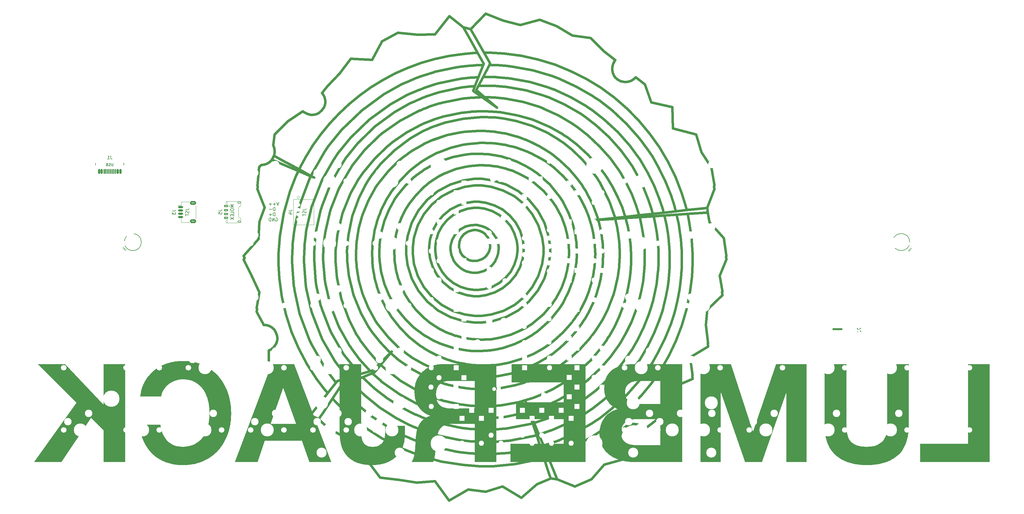
<source format=gbr>
G04 #@! TF.GenerationSoftware,KiCad,Pcbnew,7.0.5-0*
G04 #@! TF.CreationDate,2024-04-16T21:05:00+02:00*
G04 #@! TF.ProjectId,lumberjack,6c756d62-6572-46a6-9163-6b2e6b696361,1.8*
G04 #@! TF.SameCoordinates,Original*
G04 #@! TF.FileFunction,Legend,Bot*
G04 #@! TF.FilePolarity,Positive*
%FSLAX46Y46*%
G04 Gerber Fmt 4.6, Leading zero omitted, Abs format (unit mm)*
G04 Created by KiCad (PCBNEW 7.0.5-0) date 2024-04-16 21:05:00*
%MOMM*%
%LPD*%
G01*
G04 APERTURE LIST*
G04 Aperture macros list*
%AMRoundRect*
0 Rectangle with rounded corners*
0 $1 Rounding radius*
0 $2 $3 $4 $5 $6 $7 $8 $9 X,Y pos of 4 corners*
0 Add a 4 corners polygon primitive as box body*
4,1,4,$2,$3,$4,$5,$6,$7,$8,$9,$2,$3,0*
0 Add four circle primitives for the rounded corners*
1,1,$1+$1,$2,$3*
1,1,$1+$1,$4,$5*
1,1,$1+$1,$6,$7*
1,1,$1+$1,$8,$9*
0 Add four rect primitives between the rounded corners*
20,1,$1+$1,$2,$3,$4,$5,0*
20,1,$1+$1,$4,$5,$6,$7,0*
20,1,$1+$1,$6,$7,$8,$9,0*
20,1,$1+$1,$8,$9,$2,$3,0*%
G04 Aperture macros list end*
%ADD10C,0.150000*%
%ADD11C,0.100000*%
%ADD12C,6.000000*%
%ADD13C,0.800000*%
%ADD14C,0.120000*%
%ADD15C,0.200000*%
%ADD16C,0.250000*%
%ADD17C,0.300000*%
%ADD18C,0.010000*%
%ADD19C,0.500000*%
%ADD20C,0.160000*%
%ADD21C,1.600000*%
%ADD22R,1.800000X1.800000*%
%ADD23C,1.800000*%
%ADD24R,1.600000X1.600000*%
%ADD25O,1.600000X1.600000*%
%ADD26C,1.710000*%
%ADD27R,1.200000X1.200000*%
%ADD28C,1.200000*%
%ADD29C,2.000000*%
%ADD30C,5.000000*%
%ADD31O,11.600000X5.000000*%
%ADD32C,3.987800*%
%ADD33C,3.048000*%
%ADD34C,2.286000*%
%ADD35R,1.700000X1.700000*%
%ADD36O,1.700000X1.700000*%
%ADD37C,1.400000*%
%ADD38O,1.400000X1.400000*%
%ADD39C,1.500000*%
%ADD40C,1.701800*%
%ADD41C,0.650000*%
%ADD42RoundRect,0.150000X-0.150000X-0.575000X0.150000X-0.575000X0.150000X0.575000X-0.150000X0.575000X0*%
%ADD43RoundRect,0.075000X-0.075000X-0.650000X0.075000X-0.650000X0.075000X0.650000X-0.075000X0.650000X0*%
%ADD44O,1.300000X1.900000*%
%ADD45O,1.100000X2.200000*%
%ADD46RoundRect,0.150000X-0.625000X0.150000X-0.625000X-0.150000X0.625000X-0.150000X0.625000X0.150000X0*%
%ADD47RoundRect,0.249999X-0.650001X0.350001X-0.650001X-0.350001X0.650001X-0.350001X0.650001X0.350001X0*%
%ADD48C,1.244600*%
%ADD49RoundRect,0.100000X-0.400000X0.250000X-0.400000X-0.250000X0.400000X-0.250000X0.400000X0.250000X0*%
%ADD50RoundRect,0.125000X-0.475000X0.250000X-0.475000X-0.250000X0.475000X-0.250000X0.475000X0.250000X0*%
G04 APERTURE END LIST*
D10*
X37713052Y-83003402D02*
G75*
G03*
X37713052Y-83003402I-2600933J0D01*
G01*
X23749000Y-58769250D02*
X23749000Y-60102750D01*
X32385000Y-58737500D02*
X32385000Y-60071000D01*
X272607489Y-82975932D02*
G75*
G03*
X272607489Y-82975932I-2600933J0D01*
G01*
D11*
X32849498Y-85681841D02*
X33132341Y-85398998D01*
X33132341Y-85398998D02*
X33024591Y-85291249D01*
X33024591Y-85291249D02*
X32984185Y-85277780D01*
X32984185Y-85277780D02*
X32957248Y-85277780D01*
X32957248Y-85277780D02*
X32916842Y-85291249D01*
X32916842Y-85291249D02*
X32876436Y-85331655D01*
X32876436Y-85331655D02*
X32862967Y-85372061D01*
X32862967Y-85372061D02*
X32862967Y-85398998D01*
X32862967Y-85398998D02*
X32876436Y-85439405D01*
X32876436Y-85439405D02*
X32984185Y-85547154D01*
X32795623Y-85062281D02*
X32741749Y-85008406D01*
X32741749Y-85008406D02*
X32701343Y-84994937D01*
X32701343Y-84994937D02*
X32647468Y-84994937D01*
X32647468Y-84994937D02*
X32580124Y-85035344D01*
X32580124Y-85035344D02*
X32485843Y-85129624D01*
X32485843Y-85129624D02*
X32445437Y-85196968D01*
X32445437Y-85196968D02*
X32445437Y-85250843D01*
X32445437Y-85250843D02*
X32458906Y-85291249D01*
X32458906Y-85291249D02*
X32512781Y-85345124D01*
X32512781Y-85345124D02*
X32553187Y-85358592D01*
X32553187Y-85358592D02*
X32607062Y-85358592D01*
X32607062Y-85358592D02*
X32674405Y-85318186D01*
X32674405Y-85318186D02*
X32768686Y-85223905D01*
X32768686Y-85223905D02*
X32809092Y-85156562D01*
X32809092Y-85156562D02*
X32809092Y-85102687D01*
X32809092Y-85102687D02*
X32795623Y-85062281D01*
X32297281Y-85102687D02*
X32243406Y-85075749D01*
X32243406Y-85075749D02*
X32176063Y-85008406D01*
X32176063Y-85008406D02*
X32162594Y-84968000D01*
X32162594Y-84968000D02*
X32162594Y-84941062D01*
X32162594Y-84941062D02*
X32176063Y-84900656D01*
X32176063Y-84900656D02*
X32203000Y-84873719D01*
X32203000Y-84873719D02*
X32243406Y-84860250D01*
X32243406Y-84860250D02*
X32270344Y-84860250D01*
X32270344Y-84860250D02*
X32310750Y-84873719D01*
X32310750Y-84873719D02*
X32378093Y-84914125D01*
X32378093Y-84914125D02*
X32418500Y-84927594D01*
X32418500Y-84927594D02*
X32445437Y-84927594D01*
X32445437Y-84927594D02*
X32485843Y-84914125D01*
X32485843Y-84914125D02*
X32512780Y-84887188D01*
X32512780Y-84887188D02*
X32526249Y-84846781D01*
X32526249Y-84846781D02*
X32526249Y-84819844D01*
X32526249Y-84819844D02*
X32512780Y-84779438D01*
X32512780Y-84779438D02*
X32445437Y-84712094D01*
X32445437Y-84712094D02*
X32391562Y-84685157D01*
X32324219Y-84590876D02*
X32162595Y-84429252D01*
X31960564Y-84792907D02*
X32243407Y-84510064D01*
D12*
G36*
X297065067Y-120327243D02*
G01*
X297065067Y-150339805D01*
X275749994Y-150339805D01*
X275749994Y-144712449D01*
X290433874Y-144712449D01*
X290433874Y-120327243D01*
X297065067Y-120327243D01*
G37*
G36*
X246602053Y-139151040D02*
G01*
X246602053Y-120327243D01*
X253225919Y-120327243D01*
X253225919Y-139099749D01*
X253231214Y-139515000D01*
X253247099Y-139916283D01*
X253273575Y-140303599D01*
X253310640Y-140676947D01*
X253358296Y-141036327D01*
X253416542Y-141381740D01*
X253485379Y-141713185D01*
X253564806Y-142030663D01*
X253654822Y-142334173D01*
X253755429Y-142623715D01*
X253866627Y-142899290D01*
X254053279Y-143286462D01*
X254263760Y-143642208D01*
X254498068Y-143966526D01*
X254581466Y-144067648D01*
X254853578Y-144350493D01*
X255164329Y-144605517D01*
X255513720Y-144832720D01*
X255901752Y-145032102D01*
X256181906Y-145149568D01*
X256479233Y-145254668D01*
X256793734Y-145347404D01*
X257125408Y-145427776D01*
X257474256Y-145495782D01*
X257840277Y-145551423D01*
X258223471Y-145594700D01*
X258623838Y-145625612D01*
X259041379Y-145644159D01*
X259476093Y-145650342D01*
X259848132Y-145645319D01*
X260205873Y-145630249D01*
X260549319Y-145605133D01*
X260878467Y-145569971D01*
X261193318Y-145524762D01*
X261493873Y-145469507D01*
X261780131Y-145404205D01*
X262139568Y-145301509D01*
X262473590Y-145180952D01*
X262707426Y-145078814D01*
X262999601Y-144930665D01*
X263275290Y-144771983D01*
X263534493Y-144602769D01*
X263777210Y-144423022D01*
X264003439Y-144232741D01*
X264263043Y-143980079D01*
X264496886Y-143710958D01*
X264583211Y-143598702D01*
X264782600Y-143308151D01*
X264959450Y-143004362D01*
X265113759Y-142687335D01*
X265245529Y-142357071D01*
X265354758Y-142013568D01*
X265425913Y-141729235D01*
X265469812Y-141510426D01*
X265519615Y-141213098D01*
X265562777Y-140914626D01*
X265599299Y-140615008D01*
X265629181Y-140314246D01*
X265652422Y-140012339D01*
X265669023Y-139709287D01*
X265678984Y-139405090D01*
X265682304Y-139099749D01*
X265682304Y-120327243D01*
X272306170Y-120327243D01*
X272306170Y-139151040D01*
X272302893Y-139534863D01*
X272293061Y-139912390D01*
X272276675Y-140283620D01*
X272253734Y-140648554D01*
X272224239Y-141007190D01*
X272188189Y-141359529D01*
X272145585Y-141705572D01*
X272096426Y-142045317D01*
X272040713Y-142378766D01*
X271978445Y-142705918D01*
X271909623Y-143026773D01*
X271834247Y-143341331D01*
X271752316Y-143649592D01*
X271663830Y-143951557D01*
X271568790Y-144247224D01*
X271467196Y-144536594D01*
X271359047Y-144819668D01*
X271244343Y-145096445D01*
X271123085Y-145366925D01*
X270995273Y-145631108D01*
X270719984Y-146140583D01*
X270418478Y-146624871D01*
X270090754Y-147083971D01*
X269736811Y-147517884D01*
X269356651Y-147926609D01*
X268950273Y-148310146D01*
X268519995Y-148669498D01*
X268068137Y-149005666D01*
X267594697Y-149318650D01*
X267099676Y-149608450D01*
X266583073Y-149875066D01*
X266316679Y-149999680D01*
X266044890Y-150118498D01*
X265767705Y-150231520D01*
X265485125Y-150338745D01*
X265197150Y-150440175D01*
X264903780Y-150535809D01*
X264605014Y-150625647D01*
X264300853Y-150709689D01*
X263991297Y-150787935D01*
X263676345Y-150860385D01*
X263355998Y-150927039D01*
X263030256Y-150987897D01*
X262699118Y-151042959D01*
X262362586Y-151092225D01*
X262020657Y-151135695D01*
X261673334Y-151173369D01*
X261320615Y-151205247D01*
X260962502Y-151231329D01*
X260598992Y-151251615D01*
X260230088Y-151266105D01*
X259855788Y-151274799D01*
X259476093Y-151277697D01*
X259101299Y-151274778D01*
X258731629Y-151266019D01*
X258367083Y-151251422D01*
X258007659Y-151230986D01*
X257653359Y-151204710D01*
X257304183Y-151172596D01*
X256960129Y-151134643D01*
X256621199Y-151090851D01*
X256287393Y-151041220D01*
X255958710Y-150985751D01*
X255635150Y-150924442D01*
X255316714Y-150857294D01*
X255003401Y-150784307D01*
X254695211Y-150705482D01*
X254392145Y-150620817D01*
X254094202Y-150530314D01*
X253801382Y-150433972D01*
X253513686Y-150331790D01*
X253231113Y-150223770D01*
X252953664Y-150109911D01*
X252681338Y-149990213D01*
X252414135Y-149864676D01*
X252152056Y-149733300D01*
X251643268Y-149453031D01*
X251154973Y-149149407D01*
X250687172Y-148822427D01*
X250239864Y-148472091D01*
X250023895Y-148288165D01*
X249609531Y-147902137D01*
X249221901Y-147491437D01*
X248861003Y-147056064D01*
X248526839Y-146596020D01*
X248219408Y-146111303D01*
X247938710Y-145601913D01*
X247808386Y-145337966D01*
X247684745Y-145067851D01*
X247567787Y-144791568D01*
X247457513Y-144509117D01*
X247353922Y-144220498D01*
X247257015Y-143925711D01*
X247166790Y-143624755D01*
X247083249Y-143317632D01*
X247006391Y-143004340D01*
X246936217Y-142684881D01*
X246872726Y-142359253D01*
X246815918Y-142027457D01*
X246765793Y-141689493D01*
X246722352Y-141345361D01*
X246685594Y-140995061D01*
X246655519Y-140638593D01*
X246632127Y-140275957D01*
X246615419Y-139907153D01*
X246605394Y-139532180D01*
X246602053Y-139151040D01*
G37*
G36*
X241084607Y-120327243D02*
G01*
X241084607Y-150339805D01*
X234878396Y-150339805D01*
X234878396Y-129281186D01*
X234790468Y-129281186D01*
X227404565Y-150339805D01*
X222304774Y-150339805D01*
X214918870Y-129068695D01*
X214830943Y-129068695D01*
X214830943Y-150339805D01*
X208624732Y-150339805D01*
X208624732Y-120327243D01*
X217952367Y-120327243D01*
X224620196Y-140968206D01*
X224708124Y-140968206D01*
X231756972Y-120327243D01*
X241084607Y-120327243D01*
G37*
G36*
X203012032Y-150339805D02*
G01*
X188408752Y-150339805D01*
X188029157Y-150335425D01*
X187651494Y-150322288D01*
X187275763Y-150300392D01*
X186901964Y-150269737D01*
X186530097Y-150230325D01*
X186160162Y-150182153D01*
X185792160Y-150125224D01*
X185426089Y-150059536D01*
X185061950Y-149985089D01*
X184699743Y-149901885D01*
X184459345Y-149841549D01*
X184103127Y-149742051D01*
X183754380Y-149633151D01*
X183413103Y-149514848D01*
X183079297Y-149387143D01*
X182752960Y-149250035D01*
X182434095Y-149103525D01*
X182122699Y-148947613D01*
X181818774Y-148782298D01*
X181522320Y-148607581D01*
X181233336Y-148423462D01*
X181044830Y-148295492D01*
X180768597Y-148093748D01*
X180503183Y-147881443D01*
X180248589Y-147658576D01*
X180004813Y-147425148D01*
X179771857Y-147181158D01*
X179549720Y-146926606D01*
X179338402Y-146661493D01*
X179137904Y-146385818D01*
X178948225Y-146099582D01*
X178769364Y-145802784D01*
X178656135Y-145599051D01*
X178497689Y-145284586D01*
X178354829Y-144959430D01*
X178227553Y-144623584D01*
X178115862Y-144277048D01*
X178019756Y-143919822D01*
X177939234Y-143551905D01*
X177874298Y-143173297D01*
X177824946Y-142783999D01*
X177791179Y-142384011D01*
X177772997Y-141973333D01*
X177769533Y-141693608D01*
X177774778Y-141356553D01*
X184393399Y-141356553D01*
X184403238Y-141703740D01*
X184432755Y-142030892D01*
X184481949Y-142338008D01*
X184550822Y-142625089D01*
X184659443Y-142943139D01*
X184796400Y-143232338D01*
X184954824Y-143494059D01*
X185133341Y-143735173D01*
X185331950Y-143955678D01*
X185550653Y-144155576D01*
X185789448Y-144334865D01*
X185873511Y-144390049D01*
X186133773Y-144540916D01*
X186408975Y-144674782D01*
X186699119Y-144791647D01*
X187004203Y-144891510D01*
X187324228Y-144974371D01*
X187434223Y-144998213D01*
X187769532Y-145060467D01*
X188110508Y-145109840D01*
X188457152Y-145146333D01*
X188750351Y-145166906D01*
X189047485Y-145178533D01*
X189288026Y-145181396D01*
X196380838Y-145181396D01*
X196380838Y-137209309D01*
X189163462Y-137209309D01*
X188767016Y-137217745D01*
X188385511Y-137243055D01*
X188018946Y-137285237D01*
X187667322Y-137344291D01*
X187330639Y-137420219D01*
X187008897Y-137513019D01*
X186702095Y-137622692D01*
X186410235Y-137749238D01*
X186133315Y-137892657D01*
X185871336Y-138052949D01*
X185704983Y-138169183D01*
X185470589Y-138359056D01*
X185259250Y-138571469D01*
X185070966Y-138806421D01*
X184905737Y-139063914D01*
X184763563Y-139343946D01*
X184644445Y-139646519D01*
X184548381Y-139971631D01*
X184475373Y-140319284D01*
X184425420Y-140689476D01*
X184398523Y-141082209D01*
X184393399Y-141356553D01*
X177774778Y-141356553D01*
X177774914Y-141347794D01*
X177791057Y-141008278D01*
X177817962Y-140675058D01*
X177855629Y-140348135D01*
X177904058Y-140027509D01*
X177963248Y-139713180D01*
X178033201Y-139405148D01*
X178113916Y-139103412D01*
X178205392Y-138807974D01*
X178307631Y-138518832D01*
X178420631Y-138235988D01*
X178544394Y-137959440D01*
X178678918Y-137689189D01*
X178824204Y-137425235D01*
X178980253Y-137167578D01*
X179147063Y-136916218D01*
X179323862Y-136672671D01*
X179511710Y-136438456D01*
X179710606Y-136213571D01*
X179920550Y-135998017D01*
X180141542Y-135791794D01*
X180373582Y-135594902D01*
X180616670Y-135407341D01*
X180870807Y-135229110D01*
X181135992Y-135060210D01*
X181412225Y-134900642D01*
X181699506Y-134750404D01*
X181997835Y-134609497D01*
X182307212Y-134477920D01*
X182627638Y-134355675D01*
X182959112Y-134242760D01*
X183301634Y-134139176D01*
X182929831Y-133951622D01*
X182575546Y-133754408D01*
X182238777Y-133547534D01*
X181919525Y-133331000D01*
X181617789Y-133104806D01*
X181333571Y-132868951D01*
X181066869Y-132623437D01*
X180817684Y-132368263D01*
X180586016Y-132103429D01*
X180371865Y-131828935D01*
X180238829Y-131640572D01*
X180054194Y-131348046D01*
X179887720Y-131041996D01*
X179739407Y-130722422D01*
X179609254Y-130389324D01*
X179497263Y-130042702D01*
X179403432Y-129682555D01*
X179327762Y-129308885D01*
X179272498Y-128936804D01*
X185617056Y-128936804D01*
X185627102Y-129283362D01*
X185657242Y-129611372D01*
X185707474Y-129920835D01*
X185777798Y-130211751D01*
X185902820Y-130570788D01*
X186063562Y-130896853D01*
X186260025Y-131189944D01*
X186492209Y-131450063D01*
X186760113Y-131677209D01*
X187054005Y-131874702D01*
X187367819Y-132045863D01*
X187701554Y-132190691D01*
X188055210Y-132309187D01*
X188428787Y-132401350D01*
X188722043Y-132453192D01*
X189026505Y-132490222D01*
X189342172Y-132512440D01*
X189669045Y-132519846D01*
X196380838Y-132519846D01*
X196380838Y-125485652D01*
X190174628Y-125485652D01*
X189844470Y-125490804D01*
X189518950Y-125506260D01*
X189198066Y-125532020D01*
X188881820Y-125568084D01*
X188570210Y-125614452D01*
X188467370Y-125632198D01*
X188166322Y-125695396D01*
X187878668Y-125775080D01*
X187560003Y-125888882D01*
X187259570Y-126025124D01*
X187016568Y-126159763D01*
X186749945Y-126340483D01*
X186507865Y-126549254D01*
X186290329Y-126786074D01*
X186097337Y-127050944D01*
X185998075Y-127214892D01*
X185868588Y-127480821D01*
X185765892Y-127773025D01*
X185689985Y-128091504D01*
X185640870Y-128436259D01*
X185620405Y-128743625D01*
X185617056Y-128936804D01*
X179272498Y-128936804D01*
X179270253Y-128921691D01*
X179230905Y-128520973D01*
X179209717Y-128106731D01*
X179205681Y-127823056D01*
X179211799Y-127431998D01*
X179230153Y-127052919D01*
X179260743Y-126685817D01*
X179303569Y-126330694D01*
X179358631Y-125987550D01*
X179425929Y-125656384D01*
X179505463Y-125337196D01*
X179597233Y-125029987D01*
X179701239Y-124734756D01*
X179817481Y-124451503D01*
X179901773Y-124269323D01*
X180037314Y-124003759D01*
X180182901Y-123748370D01*
X180392644Y-123423680D01*
X180620248Y-123117079D01*
X180865712Y-122828567D01*
X181129036Y-122558144D01*
X181410221Y-122305811D01*
X181709266Y-122071567D01*
X181865486Y-121961228D01*
X182190291Y-121750912D01*
X182444263Y-121603243D01*
X182707122Y-121464203D01*
X182978868Y-121333793D01*
X183259502Y-121212013D01*
X183549023Y-121098862D01*
X183847431Y-120994341D01*
X184154726Y-120898450D01*
X184470908Y-120811188D01*
X184795978Y-120732555D01*
X184906309Y-120708262D01*
X185242069Y-120640170D01*
X185584398Y-120578775D01*
X185933296Y-120524078D01*
X186288762Y-120476079D01*
X186650797Y-120434777D01*
X187019401Y-120400173D01*
X187394574Y-120372266D01*
X187776315Y-120351057D01*
X188164626Y-120336546D01*
X188559505Y-120328732D01*
X188826407Y-120327243D01*
X203012032Y-120327243D01*
X203012032Y-150339805D01*
G37*
G36*
X173468417Y-120327243D02*
G01*
X173468417Y-150339805D01*
X150592632Y-150339805D01*
X150592632Y-144712449D01*
X166837224Y-144712449D01*
X166837224Y-137209309D01*
X152233944Y-137209309D01*
X152233944Y-132050900D01*
X166837224Y-132050900D01*
X166837224Y-125954599D01*
X150929687Y-125954599D01*
X150929687Y-120327243D01*
X173468417Y-120327243D01*
G37*
G36*
X146269533Y-150339805D02*
G01*
X139638340Y-150339805D01*
X139638340Y-138616148D01*
X133014474Y-138616148D01*
X132708503Y-138620413D01*
X132413408Y-138633207D01*
X131991159Y-138668391D01*
X131593381Y-138722766D01*
X131220076Y-138796332D01*
X130871243Y-138889089D01*
X130546882Y-139001038D01*
X130246993Y-139132178D01*
X129971575Y-139282509D01*
X129720630Y-139452031D01*
X129494157Y-139640744D01*
X129424104Y-139707913D01*
X129224722Y-139923696D01*
X129038735Y-140161633D01*
X128866143Y-140421723D01*
X128706946Y-140703966D01*
X128561145Y-141008363D01*
X128428738Y-141334914D01*
X128309727Y-141683619D01*
X128204111Y-142054477D01*
X128111890Y-142447488D01*
X128033065Y-142862653D01*
X127987956Y-143151738D01*
X127941030Y-143492564D01*
X127896422Y-143836352D01*
X127854133Y-144183103D01*
X127814162Y-144532816D01*
X127776510Y-144885492D01*
X127741176Y-145241130D01*
X127708160Y-145599731D01*
X127677463Y-145961294D01*
X127649084Y-146325819D01*
X127623023Y-146693306D01*
X127606937Y-146939944D01*
X127579846Y-147304748D01*
X127545285Y-147660022D01*
X127503253Y-148005764D01*
X127453751Y-148341974D01*
X127396779Y-148668654D01*
X127332336Y-148985802D01*
X127260423Y-149293419D01*
X127181039Y-149591505D01*
X127094185Y-149880060D01*
X126999860Y-150159084D01*
X126932827Y-150339805D01*
X120308961Y-150339805D01*
X120476573Y-150093968D01*
X120627698Y-149829070D01*
X120762337Y-149545109D01*
X120880489Y-149242086D01*
X120982155Y-148920000D01*
X121012381Y-148808402D01*
X121093439Y-148466824D01*
X121154690Y-148176667D01*
X121210217Y-147881500D01*
X121260020Y-147581325D01*
X121304098Y-147276141D01*
X121342452Y-146965947D01*
X121349436Y-146903308D01*
X121380061Y-146588392D01*
X121407825Y-146275623D01*
X121432726Y-145965000D01*
X121454765Y-145656524D01*
X121473942Y-145350195D01*
X121490257Y-145046013D01*
X121495981Y-144924941D01*
X121507609Y-144628772D01*
X121522035Y-144289427D01*
X121536976Y-143967599D01*
X121552432Y-143663288D01*
X121571115Y-143330397D01*
X121576581Y-143239665D01*
X121605526Y-142886860D01*
X121641983Y-142533698D01*
X121685954Y-142180178D01*
X121737438Y-141826300D01*
X121796436Y-141472065D01*
X121862947Y-141117471D01*
X121891655Y-140975534D01*
X121971547Y-140625269D01*
X122064676Y-140284307D01*
X122171043Y-139952648D01*
X122290648Y-139630290D01*
X122423491Y-139317235D01*
X122569572Y-139013481D01*
X122631711Y-138894585D01*
X122797040Y-138605465D01*
X122977038Y-138328867D01*
X123171704Y-138064791D01*
X123381040Y-137813238D01*
X123605045Y-137574206D01*
X123843718Y-137347697D01*
X123943295Y-137260600D01*
X124203256Y-137051837D01*
X124483968Y-136860605D01*
X124785432Y-136686904D01*
X125107646Y-136530734D01*
X125380359Y-136418420D01*
X125666352Y-136317327D01*
X125965625Y-136227453D01*
X125965625Y-136146853D01*
X125654273Y-136016851D01*
X125354026Y-135879636D01*
X125064885Y-135735208D01*
X124786848Y-135583568D01*
X124519918Y-135424714D01*
X124264092Y-135258648D01*
X124019373Y-135085369D01*
X123785758Y-134904878D01*
X123456159Y-134620616D01*
X123151547Y-134320126D01*
X122871922Y-134003407D01*
X122617285Y-133670459D01*
X122387635Y-133321283D01*
X122316637Y-133201284D01*
X122116289Y-132832272D01*
X121935647Y-132450638D01*
X121774712Y-132056381D01*
X121633482Y-131649502D01*
X121511960Y-131230001D01*
X121441893Y-130943321D01*
X121380584Y-130651031D01*
X121328033Y-130353131D01*
X121284241Y-130049621D01*
X121249208Y-129740501D01*
X121240836Y-129640223D01*
X127819429Y-129640223D01*
X127829475Y-130055045D01*
X127859614Y-130447713D01*
X127909846Y-130818227D01*
X127980171Y-131166588D01*
X128070589Y-131492796D01*
X128181099Y-131796849D01*
X128311702Y-132078750D01*
X128462398Y-132338496D01*
X128694581Y-132650364D01*
X128962485Y-132922847D01*
X129264278Y-133158122D01*
X129514064Y-133313991D01*
X129783943Y-133452215D01*
X130073914Y-133572793D01*
X130383979Y-133675726D01*
X130714136Y-133761013D01*
X131064386Y-133828654D01*
X131434728Y-133878650D01*
X131825164Y-133911000D01*
X132235692Y-133925705D01*
X132377000Y-133926685D01*
X139638340Y-133926685D01*
X139638340Y-125485652D01*
X132377000Y-125485652D01*
X131959774Y-125494346D01*
X131562641Y-125520428D01*
X131185601Y-125563898D01*
X130828653Y-125624756D01*
X130491798Y-125703002D01*
X130175036Y-125798636D01*
X129878367Y-125911658D01*
X129601791Y-126042068D01*
X129345307Y-126189866D01*
X129034585Y-126413978D01*
X128962485Y-126474836D01*
X128694581Y-126739076D01*
X128462398Y-127040869D01*
X128265935Y-127380214D01*
X128142030Y-127659366D01*
X128038217Y-127959642D01*
X127954497Y-128281040D01*
X127890870Y-128623562D01*
X127847335Y-128987208D01*
X127823894Y-129371976D01*
X127819429Y-129640223D01*
X121240836Y-129640223D01*
X121222933Y-129425771D01*
X121205416Y-129105432D01*
X121196657Y-128779482D01*
X121195563Y-128614403D01*
X121200972Y-128293541D01*
X121217201Y-127976672D01*
X121244249Y-127663795D01*
X121282116Y-127354912D01*
X121330803Y-127050021D01*
X121390308Y-126749123D01*
X121460633Y-126452217D01*
X121541777Y-126159305D01*
X121633740Y-125870385D01*
X121736522Y-125585458D01*
X121811055Y-125397725D01*
X121929980Y-125120612D01*
X122058694Y-124849810D01*
X122197197Y-124585319D01*
X122345489Y-124327140D01*
X122503569Y-124075272D01*
X122671438Y-123829714D01*
X122849096Y-123590469D01*
X123036543Y-123357534D01*
X123233779Y-123130910D01*
X123440803Y-122910598D01*
X123584258Y-122767229D01*
X123805450Y-122558531D01*
X124034886Y-122358333D01*
X124272565Y-122166635D01*
X124518487Y-121983439D01*
X124772652Y-121808743D01*
X125035060Y-121642548D01*
X125305712Y-121484854D01*
X125584607Y-121335661D01*
X125871745Y-121194969D01*
X126167126Y-121062777D01*
X126368626Y-120979372D01*
X126677102Y-120862829D01*
X126992533Y-120757750D01*
X127314919Y-120664134D01*
X127644261Y-120581981D01*
X127980557Y-120511291D01*
X128323809Y-120452065D01*
X128674016Y-120404302D01*
X129031178Y-120368001D01*
X129395296Y-120343165D01*
X129766369Y-120329791D01*
X130017614Y-120327243D01*
X146269533Y-120327243D01*
X146269533Y-150339805D01*
G37*
G36*
X98319778Y-141063461D02*
G01*
X98319778Y-120327243D01*
X104943644Y-120327243D01*
X104943644Y-140704424D01*
X104945962Y-141008736D01*
X104952917Y-141317168D01*
X104964509Y-141629723D01*
X104980738Y-141946399D01*
X105001604Y-142267197D01*
X105009589Y-142375045D01*
X105040845Y-142694898D01*
X105090647Y-143005993D01*
X105158997Y-143308330D01*
X105245894Y-143601908D01*
X105351338Y-143886727D01*
X105390608Y-143979721D01*
X105522928Y-144247710D01*
X105683585Y-144496638D01*
X105872577Y-144726503D01*
X106089906Y-144937305D01*
X106335570Y-145129046D01*
X106423755Y-145188723D01*
X106711408Y-145345601D01*
X107041308Y-145470022D01*
X107348496Y-145548912D01*
X107685022Y-145605262D01*
X108050885Y-145639072D01*
X108364699Y-145649891D01*
X108446086Y-145650342D01*
X108804007Y-145641040D01*
X109140461Y-145613133D01*
X109455448Y-145566622D01*
X109748969Y-145501506D01*
X110072858Y-145398810D01*
X110365835Y-145269323D01*
X110632279Y-145116910D01*
X110876570Y-144945434D01*
X111133575Y-144721286D01*
X111360428Y-144471193D01*
X111530873Y-144236176D01*
X111678736Y-143979606D01*
X111809081Y-143704490D01*
X111921910Y-143410826D01*
X112017222Y-143098615D01*
X112095017Y-142767856D01*
X112117056Y-142653482D01*
X112165606Y-142358566D01*
X112205928Y-142055421D01*
X112238021Y-141744047D01*
X112261884Y-141424444D01*
X112277519Y-141096613D01*
X112284925Y-140760552D01*
X112285584Y-140623824D01*
X112285584Y-139275604D01*
X118279303Y-139275604D01*
X118279303Y-141891444D01*
X118276012Y-142200049D01*
X118266137Y-142503044D01*
X118249679Y-142800429D01*
X118212649Y-143235987D01*
X118160807Y-143658923D01*
X118094153Y-144069237D01*
X118012687Y-144466928D01*
X117916409Y-144851997D01*
X117805319Y-145224443D01*
X117679417Y-145584267D01*
X117538703Y-145931469D01*
X117436665Y-146155925D01*
X117273841Y-146482797D01*
X117101356Y-146798464D01*
X116919211Y-147102926D01*
X116727407Y-147396182D01*
X116525942Y-147678232D01*
X116314818Y-147949077D01*
X116094033Y-148208716D01*
X115863589Y-148457150D01*
X115623484Y-148694378D01*
X115373720Y-148920401D01*
X115201843Y-149064857D01*
X114937460Y-149272525D01*
X114666379Y-149469632D01*
X114388600Y-149656177D01*
X114104124Y-149832161D01*
X113812951Y-149997583D01*
X113515079Y-150152444D01*
X113210510Y-150296742D01*
X112899244Y-150430480D01*
X112581280Y-150553655D01*
X112256618Y-150666269D01*
X112036456Y-150735478D01*
X111702886Y-150832378D01*
X111367126Y-150919748D01*
X111029176Y-150997586D01*
X110689037Y-151065893D01*
X110346708Y-151124668D01*
X110002190Y-151173913D01*
X109655482Y-151213626D01*
X109306584Y-151243808D01*
X108955497Y-151264459D01*
X108602220Y-151275579D01*
X108365486Y-151277697D01*
X107948718Y-151273633D01*
X107542884Y-151261440D01*
X107147983Y-151241118D01*
X106764016Y-151212667D01*
X106390983Y-151176088D01*
X106028883Y-151131380D01*
X105677717Y-151078544D01*
X105337485Y-151017578D01*
X105008187Y-150948484D01*
X104689822Y-150871262D01*
X104382391Y-150785910D01*
X104085893Y-150692430D01*
X103800329Y-150590821D01*
X103525699Y-150481084D01*
X103134255Y-150301236D01*
X103009240Y-150237223D01*
X102645101Y-150037690D01*
X102297320Y-149829270D01*
X101965896Y-149611963D01*
X101650830Y-149385769D01*
X101352122Y-149150688D01*
X101069771Y-148906719D01*
X100803777Y-148653863D01*
X100554142Y-148392120D01*
X100320864Y-148121490D01*
X100103943Y-147841973D01*
X99968417Y-147650691D01*
X99777278Y-147358744D01*
X99599534Y-147062676D01*
X99435185Y-146762486D01*
X99284232Y-146458175D01*
X99146673Y-146149742D01*
X99022510Y-145837188D01*
X98911742Y-145520511D01*
X98814369Y-145199714D01*
X98730392Y-144874794D01*
X98659809Y-144545754D01*
X98620196Y-144324103D01*
X98566508Y-143992894D01*
X98518101Y-143666966D01*
X98474974Y-143346318D01*
X98437129Y-143030952D01*
X98404564Y-142720866D01*
X98377280Y-142416061D01*
X98355276Y-142116537D01*
X98338554Y-141822293D01*
X98324472Y-141438183D01*
X98319778Y-141063461D01*
G37*
G36*
X95799191Y-150339805D02*
G01*
X89124034Y-150339805D01*
X86764648Y-143774557D01*
X75495284Y-143774557D01*
X73216498Y-150339805D01*
X66336177Y-150339805D01*
X70738273Y-138616148D01*
X77224523Y-138616148D01*
X85035409Y-138616148D01*
X81107984Y-127727802D01*
X81027384Y-127727802D01*
X77224523Y-138616148D01*
X70738273Y-138616148D01*
X77605542Y-120327243D01*
X84397935Y-120327243D01*
X95799191Y-150339805D01*
G37*
G36*
X43790120Y-130292352D02*
G01*
X37371418Y-130292352D01*
X37412261Y-129967661D01*
X37459688Y-129647550D01*
X37513699Y-129332019D01*
X37574292Y-129021068D01*
X37641468Y-128714695D01*
X37715227Y-128412903D01*
X37795570Y-128115690D01*
X37882496Y-127823056D01*
X37976004Y-127535003D01*
X38076096Y-127251528D01*
X38182771Y-126972633D01*
X38296029Y-126698318D01*
X38415871Y-126428582D01*
X38542295Y-126163426D01*
X38744275Y-125774279D01*
X38814893Y-125646853D01*
X39033252Y-125270649D01*
X39262430Y-124905910D01*
X39502427Y-124552633D01*
X39753243Y-124210819D01*
X40014879Y-123880469D01*
X40287334Y-123561582D01*
X40570608Y-123254158D01*
X40864701Y-122958197D01*
X41169613Y-122673699D01*
X41485345Y-122400665D01*
X41701843Y-122225010D01*
X42034319Y-121971146D01*
X42375038Y-121728873D01*
X42724000Y-121498192D01*
X43081205Y-121279104D01*
X43446653Y-121071607D01*
X43820345Y-120875702D01*
X44202279Y-120691389D01*
X44592457Y-120518669D01*
X44990878Y-120357540D01*
X45397543Y-120208003D01*
X45673232Y-120114752D01*
X46090522Y-119985115D01*
X46512578Y-119868229D01*
X46939400Y-119764094D01*
X47226595Y-119701755D01*
X47515908Y-119645083D01*
X47807340Y-119594078D01*
X48100889Y-119548741D01*
X48396556Y-119509070D01*
X48694342Y-119475067D01*
X48994245Y-119446731D01*
X49296267Y-119424062D01*
X49600406Y-119407061D01*
X49906664Y-119395727D01*
X50215040Y-119390059D01*
X50370022Y-119389351D01*
X50800500Y-119394188D01*
X51225482Y-119408700D01*
X51644969Y-119432885D01*
X52058961Y-119466745D01*
X52467457Y-119510280D01*
X52870458Y-119563488D01*
X53267963Y-119626371D01*
X53659973Y-119698929D01*
X54046487Y-119781160D01*
X54427506Y-119873066D01*
X54803030Y-119974646D01*
X55173057Y-120085901D01*
X55537590Y-120206830D01*
X55896627Y-120337433D01*
X56250168Y-120477710D01*
X56598214Y-120627662D01*
X56940164Y-120786115D01*
X57275416Y-120951895D01*
X57603970Y-121125002D01*
X57925827Y-121305436D01*
X58240986Y-121493198D01*
X58549448Y-121688287D01*
X58851212Y-121890703D01*
X59146278Y-122100447D01*
X59434647Y-122317517D01*
X59716318Y-122541915D01*
X59991291Y-122773641D01*
X60259567Y-123012694D01*
X60521146Y-123259074D01*
X60776026Y-123512781D01*
X61024210Y-123773815D01*
X61265695Y-124042177D01*
X61499453Y-124317122D01*
X61726284Y-124597906D01*
X61946188Y-124884529D01*
X62159166Y-125176990D01*
X62365217Y-125475291D01*
X62564342Y-125779431D01*
X62756540Y-126089409D01*
X62941812Y-126405227D01*
X63120157Y-126726883D01*
X63291575Y-127054378D01*
X63456067Y-127387713D01*
X63613632Y-127726886D01*
X63764271Y-128071898D01*
X63907983Y-128422749D01*
X64044769Y-128779439D01*
X64174628Y-129141968D01*
X64297073Y-129509334D01*
X64411619Y-129880535D01*
X64518266Y-130255572D01*
X64617012Y-130634444D01*
X64707859Y-131017152D01*
X64790806Y-131403695D01*
X64865854Y-131794073D01*
X64933002Y-132188287D01*
X64992250Y-132586336D01*
X65043598Y-132988220D01*
X65087046Y-133393940D01*
X65122595Y-133803495D01*
X65150244Y-134216886D01*
X65169993Y-134634112D01*
X65181843Y-135055173D01*
X65185793Y-135480070D01*
X65181843Y-135895034D01*
X65169993Y-136306450D01*
X65150244Y-136714317D01*
X65122595Y-137118634D01*
X65087046Y-137519402D01*
X65043598Y-137916621D01*
X64992250Y-138310291D01*
X64933002Y-138700412D01*
X64865854Y-139086983D01*
X64790806Y-139470006D01*
X64707859Y-139849479D01*
X64617012Y-140225403D01*
X64518266Y-140597778D01*
X64411619Y-140966604D01*
X64297073Y-141331880D01*
X64174628Y-141693608D01*
X64044769Y-142050670D01*
X63907983Y-142401950D01*
X63764271Y-142747449D01*
X63613632Y-143087166D01*
X63456067Y-143421101D01*
X63291575Y-143749255D01*
X63120157Y-144071627D01*
X62941812Y-144388217D01*
X62756540Y-144699025D01*
X62564342Y-145004052D01*
X62365217Y-145303298D01*
X62159166Y-145596761D01*
X61946188Y-145884443D01*
X61726284Y-146166343D01*
X61499453Y-146442461D01*
X61265695Y-146712798D01*
X61024210Y-146975750D01*
X60776026Y-147231547D01*
X60521146Y-147480188D01*
X60259567Y-147721674D01*
X59991291Y-147956004D01*
X59716318Y-148183178D01*
X59434647Y-148403197D01*
X59146278Y-148616061D01*
X58851212Y-148821768D01*
X58549448Y-149020321D01*
X58240986Y-149211717D01*
X57925827Y-149395959D01*
X57603970Y-149573044D01*
X57275416Y-149742974D01*
X56940164Y-149905749D01*
X56598214Y-150061368D01*
X56250168Y-150208658D01*
X55896627Y-150346445D01*
X55537590Y-150474730D01*
X55173057Y-150593512D01*
X54803030Y-150702791D01*
X54427506Y-150802568D01*
X54046487Y-150892843D01*
X53659973Y-150973615D01*
X53267963Y-151044884D01*
X52870458Y-151106651D01*
X52467457Y-151158915D01*
X52058961Y-151201676D01*
X51644969Y-151234935D01*
X51225482Y-151258692D01*
X50800500Y-151272946D01*
X50370022Y-151277697D01*
X50023808Y-151274320D01*
X49681257Y-151264187D01*
X49342370Y-151247300D01*
X49007147Y-151223658D01*
X48675587Y-151193262D01*
X48347691Y-151156110D01*
X48023459Y-151112203D01*
X47702890Y-151061542D01*
X47385985Y-151004126D01*
X47072743Y-150939955D01*
X46763166Y-150869029D01*
X46457251Y-150791348D01*
X46155001Y-150706913D01*
X45856414Y-150615723D01*
X45561491Y-150517777D01*
X45270231Y-150413077D01*
X44982206Y-150302910D01*
X44698817Y-150186733D01*
X44420066Y-150064545D01*
X44145951Y-149936346D01*
X43876473Y-149802136D01*
X43611631Y-149661916D01*
X43351427Y-149515685D01*
X43095859Y-149363444D01*
X42844928Y-149205192D01*
X42598634Y-149040929D01*
X42356977Y-148870655D01*
X42119956Y-148694371D01*
X41887573Y-148512076D01*
X41659826Y-148323771D01*
X41436716Y-148129454D01*
X41218242Y-147929128D01*
X41003833Y-147722332D01*
X40794748Y-147510442D01*
X40590987Y-147293457D01*
X40392549Y-147071377D01*
X40199435Y-146844203D01*
X40011645Y-146611934D01*
X39829178Y-146374570D01*
X39652035Y-146132111D01*
X39480216Y-145884557D01*
X39313721Y-145631909D01*
X39152549Y-145374166D01*
X38996701Y-145111328D01*
X38846177Y-144843396D01*
X38700976Y-144570369D01*
X38561100Y-144292247D01*
X38426547Y-144009030D01*
X38297804Y-143721148D01*
X38175358Y-143429029D01*
X38059209Y-143132675D01*
X37949357Y-142832085D01*
X37845802Y-142527258D01*
X37748544Y-142218196D01*
X37657582Y-141904897D01*
X37572918Y-141587362D01*
X37494550Y-141265591D01*
X37422480Y-140939584D01*
X37356706Y-140609341D01*
X37297229Y-140274862D01*
X37244049Y-139936147D01*
X37197165Y-139593196D01*
X37156579Y-139246008D01*
X37122290Y-138894585D01*
X43533665Y-138894585D01*
X43586501Y-139270079D01*
X43649756Y-139636358D01*
X43723430Y-139993420D01*
X43807522Y-140341266D01*
X43902032Y-140679895D01*
X44006961Y-141009308D01*
X44122309Y-141329505D01*
X44248075Y-141640485D01*
X44384259Y-141942249D01*
X44530862Y-142234796D01*
X44687884Y-142518128D01*
X44855324Y-142792243D01*
X45033182Y-143057141D01*
X45221459Y-143312823D01*
X45420154Y-143559289D01*
X45629268Y-143796539D01*
X45847856Y-144021023D01*
X46076805Y-144231024D01*
X46316115Y-144426542D01*
X46565787Y-144607578D01*
X46825820Y-144774130D01*
X47096214Y-144926200D01*
X47376969Y-145063787D01*
X47668085Y-145186891D01*
X47969563Y-145295512D01*
X48281402Y-145389651D01*
X48603602Y-145469306D01*
X48936164Y-145534479D01*
X49279086Y-145585169D01*
X49632370Y-145621376D01*
X49996015Y-145643100D01*
X50370022Y-145650342D01*
X50784436Y-145642678D01*
X51186871Y-145619687D01*
X51577328Y-145581369D01*
X51955807Y-145527724D01*
X52322307Y-145458752D01*
X52676829Y-145374452D01*
X53019372Y-145274826D01*
X53349937Y-145159872D01*
X53668524Y-145029591D01*
X53975132Y-144883982D01*
X54172883Y-144778395D01*
X54460364Y-144608572D01*
X54737542Y-144428832D01*
X55004415Y-144239174D01*
X55260985Y-144039598D01*
X55507250Y-143830105D01*
X55743212Y-143610695D01*
X55968869Y-143381366D01*
X56184223Y-143142120D01*
X56389272Y-142892957D01*
X56584018Y-142633876D01*
X56708124Y-142455645D01*
X56884902Y-142180464D01*
X57052535Y-141898972D01*
X57211023Y-141611169D01*
X57360367Y-141317054D01*
X57500565Y-141016628D01*
X57631619Y-140709891D01*
X57753528Y-140396843D01*
X57866293Y-140077483D01*
X57969912Y-139751813D01*
X58064387Y-139419831D01*
X58122290Y-139195003D01*
X58200858Y-138853383D01*
X58271698Y-138509959D01*
X58334810Y-138164733D01*
X58390194Y-137817703D01*
X58437850Y-137468870D01*
X58477778Y-137118233D01*
X58509978Y-136765794D01*
X58534450Y-136411551D01*
X58551194Y-136055505D01*
X58560210Y-135697656D01*
X58561927Y-135458088D01*
X58558063Y-135084117D01*
X58546471Y-134712336D01*
X58527151Y-134342745D01*
X58500103Y-133975343D01*
X58465327Y-133610131D01*
X58422823Y-133247108D01*
X58372591Y-132886275D01*
X58314631Y-132527632D01*
X58248943Y-132171178D01*
X58175527Y-131816914D01*
X58122290Y-131581954D01*
X58033912Y-131233851D01*
X57936389Y-130892960D01*
X57829721Y-130559282D01*
X57713908Y-130232817D01*
X57588951Y-129913565D01*
X57454849Y-129601526D01*
X57311602Y-129296699D01*
X57159210Y-128999086D01*
X56997673Y-128708685D01*
X56826992Y-128425497D01*
X56708124Y-128240712D01*
X56520248Y-127969845D01*
X56322067Y-127709541D01*
X56113583Y-127459798D01*
X55894795Y-127220616D01*
X55665703Y-126991996D01*
X55426307Y-126773938D01*
X55176607Y-126566441D01*
X54916602Y-126369506D01*
X54646294Y-126183133D01*
X54365682Y-126007321D01*
X54172883Y-125895980D01*
X53874260Y-125738844D01*
X53563659Y-125597164D01*
X53241080Y-125470941D01*
X52906522Y-125360173D01*
X52559986Y-125264861D01*
X52201471Y-125185005D01*
X51830978Y-125120605D01*
X51448507Y-125071661D01*
X51054057Y-125038173D01*
X50647629Y-125020141D01*
X50370022Y-125016706D01*
X50065825Y-125023003D01*
X49765063Y-125041894D01*
X49467735Y-125073378D01*
X49173842Y-125117456D01*
X48883384Y-125174128D01*
X48596361Y-125243394D01*
X48312772Y-125325254D01*
X48032618Y-125419707D01*
X47756013Y-125523663D01*
X47420560Y-125667775D01*
X47096557Y-125827631D01*
X46784003Y-126003228D01*
X46482897Y-126194567D01*
X46193240Y-126401649D01*
X46024942Y-126533454D01*
X45755213Y-126763577D01*
X45500153Y-127005148D01*
X45259763Y-127258169D01*
X45034041Y-127522638D01*
X44822988Y-127798556D01*
X44626604Y-128085923D01*
X44552157Y-128204075D01*
X44377061Y-128504286D01*
X44222716Y-128814158D01*
X44089121Y-129133689D01*
X43976278Y-129462880D01*
X43884186Y-129801731D01*
X43812846Y-130150242D01*
X43790120Y-130292352D01*
G37*
G36*
X32784537Y-120327243D02*
G01*
X32784537Y-150339805D01*
X26153344Y-150339805D01*
X26153344Y-140631151D01*
X22357810Y-136791654D01*
X13279303Y-150339805D01*
X4970161Y-150339805D01*
X17880838Y-132182791D01*
X6105891Y-120327243D01*
X14378396Y-120327243D01*
X26153344Y-132768974D01*
X26153344Y-120327243D01*
X32784537Y-120327243D01*
G37*
D10*
X79790778Y-70747819D02*
X79457445Y-71747819D01*
X79457445Y-71747819D02*
X79124112Y-70747819D01*
X78790778Y-71366866D02*
X78028874Y-71366866D01*
X78409826Y-71747819D02*
X78409826Y-70985914D01*
X77552683Y-71366866D02*
X76790779Y-71366866D01*
X77171731Y-71747819D02*
X77171731Y-70985914D01*
X78552683Y-73357819D02*
X78552683Y-72357819D01*
X78552683Y-72357819D02*
X78314588Y-72357819D01*
X78314588Y-72357819D02*
X78171731Y-72405438D01*
X78171731Y-72405438D02*
X78076493Y-72500676D01*
X78076493Y-72500676D02*
X78028874Y-72595914D01*
X78028874Y-72595914D02*
X77981255Y-72786390D01*
X77981255Y-72786390D02*
X77981255Y-72929247D01*
X77981255Y-72929247D02*
X78028874Y-73119723D01*
X78028874Y-73119723D02*
X78076493Y-73214961D01*
X78076493Y-73214961D02*
X78171731Y-73310200D01*
X78171731Y-73310200D02*
X78314588Y-73357819D01*
X78314588Y-73357819D02*
X78552683Y-73357819D01*
X77552683Y-72976866D02*
X76790779Y-72976866D01*
X78552683Y-74967819D02*
X78552683Y-73967819D01*
X78552683Y-73967819D02*
X78314588Y-73967819D01*
X78314588Y-73967819D02*
X78171731Y-74015438D01*
X78171731Y-74015438D02*
X78076493Y-74110676D01*
X78076493Y-74110676D02*
X78028874Y-74205914D01*
X78028874Y-74205914D02*
X77981255Y-74396390D01*
X77981255Y-74396390D02*
X77981255Y-74539247D01*
X77981255Y-74539247D02*
X78028874Y-74729723D01*
X78028874Y-74729723D02*
X78076493Y-74824961D01*
X78076493Y-74824961D02*
X78171731Y-74920200D01*
X78171731Y-74920200D02*
X78314588Y-74967819D01*
X78314588Y-74967819D02*
X78552683Y-74967819D01*
X77552683Y-74586866D02*
X76790779Y-74586866D01*
X77171731Y-74967819D02*
X77171731Y-74205914D01*
X78838398Y-75625438D02*
X78933636Y-75577819D01*
X78933636Y-75577819D02*
X79076493Y-75577819D01*
X79076493Y-75577819D02*
X79219350Y-75625438D01*
X79219350Y-75625438D02*
X79314588Y-75720676D01*
X79314588Y-75720676D02*
X79362207Y-75815914D01*
X79362207Y-75815914D02*
X79409826Y-76006390D01*
X79409826Y-76006390D02*
X79409826Y-76149247D01*
X79409826Y-76149247D02*
X79362207Y-76339723D01*
X79362207Y-76339723D02*
X79314588Y-76434961D01*
X79314588Y-76434961D02*
X79219350Y-76530200D01*
X79219350Y-76530200D02*
X79076493Y-76577819D01*
X79076493Y-76577819D02*
X78981255Y-76577819D01*
X78981255Y-76577819D02*
X78838398Y-76530200D01*
X78838398Y-76530200D02*
X78790779Y-76482580D01*
X78790779Y-76482580D02*
X78790779Y-76149247D01*
X78790779Y-76149247D02*
X78981255Y-76149247D01*
X78362207Y-76577819D02*
X78362207Y-75577819D01*
X78362207Y-75577819D02*
X77790779Y-76577819D01*
X77790779Y-76577819D02*
X77790779Y-75577819D01*
X77314588Y-76577819D02*
X77314588Y-75577819D01*
X77314588Y-75577819D02*
X77076493Y-75577819D01*
X77076493Y-75577819D02*
X76933636Y-75625438D01*
X76933636Y-75625438D02*
X76838398Y-75720676D01*
X76838398Y-75720676D02*
X76790779Y-75815914D01*
X76790779Y-75815914D02*
X76743160Y-76006390D01*
X76743160Y-76006390D02*
X76743160Y-76149247D01*
X76743160Y-76149247D02*
X76790779Y-76339723D01*
X76790779Y-76339723D02*
X76838398Y-76434961D01*
X76838398Y-76434961D02*
X76933636Y-76530200D01*
X76933636Y-76530200D02*
X77076493Y-76577819D01*
X77076493Y-76577819D02*
X77314588Y-76577819D01*
D11*
X273199329Y-85019685D02*
X272916486Y-84736842D01*
X272916486Y-84736842D02*
X272808737Y-84844592D01*
X272808737Y-84844592D02*
X272795268Y-84884998D01*
X272795268Y-84884998D02*
X272795268Y-84911935D01*
X272795268Y-84911935D02*
X272808737Y-84952341D01*
X272808737Y-84952341D02*
X272849143Y-84992747D01*
X272849143Y-84992747D02*
X272889549Y-85006216D01*
X272889549Y-85006216D02*
X272916486Y-85006216D01*
X272916486Y-85006216D02*
X272956893Y-84992747D01*
X272956893Y-84992747D02*
X273064642Y-84884998D01*
X272579769Y-85073560D02*
X272525894Y-85127434D01*
X272525894Y-85127434D02*
X272512425Y-85167840D01*
X272512425Y-85167840D02*
X272512425Y-85221715D01*
X272512425Y-85221715D02*
X272552832Y-85289059D01*
X272552832Y-85289059D02*
X272647112Y-85383340D01*
X272647112Y-85383340D02*
X272714456Y-85423746D01*
X272714456Y-85423746D02*
X272768331Y-85423746D01*
X272768331Y-85423746D02*
X272808737Y-85410277D01*
X272808737Y-85410277D02*
X272862612Y-85356402D01*
X272862612Y-85356402D02*
X272876080Y-85315996D01*
X272876080Y-85315996D02*
X272876080Y-85262121D01*
X272876080Y-85262121D02*
X272835674Y-85194778D01*
X272835674Y-85194778D02*
X272741393Y-85100497D01*
X272741393Y-85100497D02*
X272674050Y-85060091D01*
X272674050Y-85060091D02*
X272620175Y-85060091D01*
X272620175Y-85060091D02*
X272579769Y-85073560D01*
X272620175Y-85571902D02*
X272593237Y-85625777D01*
X272593237Y-85625777D02*
X272525894Y-85693120D01*
X272525894Y-85693120D02*
X272485488Y-85706589D01*
X272485488Y-85706589D02*
X272458550Y-85706589D01*
X272458550Y-85706589D02*
X272418144Y-85693120D01*
X272418144Y-85693120D02*
X272391207Y-85666183D01*
X272391207Y-85666183D02*
X272377738Y-85625777D01*
X272377738Y-85625777D02*
X272377738Y-85598839D01*
X272377738Y-85598839D02*
X272391207Y-85558433D01*
X272391207Y-85558433D02*
X272431613Y-85491090D01*
X272431613Y-85491090D02*
X272445082Y-85450683D01*
X272445082Y-85450683D02*
X272445082Y-85423746D01*
X272445082Y-85423746D02*
X272431613Y-85383340D01*
X272431613Y-85383340D02*
X272404676Y-85356403D01*
X272404676Y-85356403D02*
X272364269Y-85342934D01*
X272364269Y-85342934D02*
X272337332Y-85342934D01*
X272337332Y-85342934D02*
X272296926Y-85356403D01*
X272296926Y-85356403D02*
X272229582Y-85423746D01*
X272229582Y-85423746D02*
X272202645Y-85477621D01*
X272108364Y-85544964D02*
X271946740Y-85706588D01*
X272310395Y-85908619D02*
X272027552Y-85625776D01*
D10*
X65986819Y-71596524D02*
X64986819Y-71596524D01*
X64986819Y-71596524D02*
X65701104Y-71929857D01*
X65701104Y-71929857D02*
X64986819Y-72263190D01*
X64986819Y-72263190D02*
X65986819Y-72263190D01*
X64986819Y-72929857D02*
X64986819Y-73120333D01*
X64986819Y-73120333D02*
X65034438Y-73215571D01*
X65034438Y-73215571D02*
X65129676Y-73310809D01*
X65129676Y-73310809D02*
X65320152Y-73358428D01*
X65320152Y-73358428D02*
X65653485Y-73358428D01*
X65653485Y-73358428D02*
X65843961Y-73310809D01*
X65843961Y-73310809D02*
X65939200Y-73215571D01*
X65939200Y-73215571D02*
X65986819Y-73120333D01*
X65986819Y-73120333D02*
X65986819Y-72929857D01*
X65986819Y-72929857D02*
X65939200Y-72834619D01*
X65939200Y-72834619D02*
X65843961Y-72739381D01*
X65843961Y-72739381D02*
X65653485Y-72691762D01*
X65653485Y-72691762D02*
X65320152Y-72691762D01*
X65320152Y-72691762D02*
X65129676Y-72739381D01*
X65129676Y-72739381D02*
X65034438Y-72834619D01*
X65034438Y-72834619D02*
X64986819Y-72929857D01*
X65986819Y-74263190D02*
X65986819Y-73787000D01*
X65986819Y-73787000D02*
X64986819Y-73787000D01*
X65463009Y-74596524D02*
X65463009Y-74929857D01*
X65986819Y-75072714D02*
X65986819Y-74596524D01*
X65986819Y-74596524D02*
X64986819Y-74596524D01*
X64986819Y-74596524D02*
X64986819Y-75072714D01*
X64986819Y-75406048D02*
X65986819Y-76072714D01*
X64986819Y-76072714D02*
X65986819Y-75406048D01*
X28400333Y-56561000D02*
X28400333Y-57275285D01*
X28400333Y-57275285D02*
X28447952Y-57418142D01*
X28447952Y-57418142D02*
X28543190Y-57513381D01*
X28543190Y-57513381D02*
X28686047Y-57561000D01*
X28686047Y-57561000D02*
X28781285Y-57561000D01*
X27400333Y-57561000D02*
X27971761Y-57561000D01*
X27686047Y-57561000D02*
X27686047Y-56561000D01*
X27686047Y-56561000D02*
X27781285Y-56703857D01*
X27781285Y-56703857D02*
X27876523Y-56799095D01*
X27876523Y-56799095D02*
X27971761Y-56846714D01*
X29076523Y-58874476D02*
X29076523Y-59522095D01*
X29076523Y-59522095D02*
X29038428Y-59598285D01*
X29038428Y-59598285D02*
X29000333Y-59636381D01*
X29000333Y-59636381D02*
X28924142Y-59674476D01*
X28924142Y-59674476D02*
X28771761Y-59674476D01*
X28771761Y-59674476D02*
X28695571Y-59636381D01*
X28695571Y-59636381D02*
X28657476Y-59598285D01*
X28657476Y-59598285D02*
X28619380Y-59522095D01*
X28619380Y-59522095D02*
X28619380Y-58874476D01*
X28276524Y-59636381D02*
X28162238Y-59674476D01*
X28162238Y-59674476D02*
X27971762Y-59674476D01*
X27971762Y-59674476D02*
X27895571Y-59636381D01*
X27895571Y-59636381D02*
X27857476Y-59598285D01*
X27857476Y-59598285D02*
X27819381Y-59522095D01*
X27819381Y-59522095D02*
X27819381Y-59445904D01*
X27819381Y-59445904D02*
X27857476Y-59369714D01*
X27857476Y-59369714D02*
X27895571Y-59331619D01*
X27895571Y-59331619D02*
X27971762Y-59293523D01*
X27971762Y-59293523D02*
X28124143Y-59255428D01*
X28124143Y-59255428D02*
X28200333Y-59217333D01*
X28200333Y-59217333D02*
X28238428Y-59179238D01*
X28238428Y-59179238D02*
X28276524Y-59103047D01*
X28276524Y-59103047D02*
X28276524Y-59026857D01*
X28276524Y-59026857D02*
X28238428Y-58950666D01*
X28238428Y-58950666D02*
X28200333Y-58912571D01*
X28200333Y-58912571D02*
X28124143Y-58874476D01*
X28124143Y-58874476D02*
X27933666Y-58874476D01*
X27933666Y-58874476D02*
X27819381Y-58912571D01*
X27209857Y-59255428D02*
X27095571Y-59293523D01*
X27095571Y-59293523D02*
X27057476Y-59331619D01*
X27057476Y-59331619D02*
X27019380Y-59407809D01*
X27019380Y-59407809D02*
X27019380Y-59522095D01*
X27019380Y-59522095D02*
X27057476Y-59598285D01*
X27057476Y-59598285D02*
X27095571Y-59636381D01*
X27095571Y-59636381D02*
X27171761Y-59674476D01*
X27171761Y-59674476D02*
X27476523Y-59674476D01*
X27476523Y-59674476D02*
X27476523Y-58874476D01*
X27476523Y-58874476D02*
X27209857Y-58874476D01*
X27209857Y-58874476D02*
X27133666Y-58912571D01*
X27133666Y-58912571D02*
X27095571Y-58950666D01*
X27095571Y-58950666D02*
X27057476Y-59026857D01*
X27057476Y-59026857D02*
X27057476Y-59103047D01*
X27057476Y-59103047D02*
X27095571Y-59179238D01*
X27095571Y-59179238D02*
X27133666Y-59217333D01*
X27133666Y-59217333D02*
X27209857Y-59255428D01*
X27209857Y-59255428D02*
X27476523Y-59255428D01*
X47164819Y-73476666D02*
X47879104Y-73476666D01*
X47879104Y-73476666D02*
X48021961Y-73429047D01*
X48021961Y-73429047D02*
X48117200Y-73333809D01*
X48117200Y-73333809D02*
X48164819Y-73190952D01*
X48164819Y-73190952D02*
X48164819Y-73095714D01*
X47164819Y-73857619D02*
X47164819Y-74476666D01*
X47164819Y-74476666D02*
X47545771Y-74143333D01*
X47545771Y-74143333D02*
X47545771Y-74286190D01*
X47545771Y-74286190D02*
X47593390Y-74381428D01*
X47593390Y-74381428D02*
X47641009Y-74429047D01*
X47641009Y-74429047D02*
X47736247Y-74476666D01*
X47736247Y-74476666D02*
X47974342Y-74476666D01*
X47974342Y-74476666D02*
X48069580Y-74429047D01*
X48069580Y-74429047D02*
X48117200Y-74381428D01*
X48117200Y-74381428D02*
X48164819Y-74286190D01*
X48164819Y-74286190D02*
X48164819Y-74000476D01*
X48164819Y-74000476D02*
X48117200Y-73905238D01*
X48117200Y-73905238D02*
X48069580Y-73857619D01*
X51270819Y-73095714D02*
X51985104Y-73095714D01*
X51985104Y-73095714D02*
X52127961Y-73048095D01*
X52127961Y-73048095D02*
X52223200Y-72952857D01*
X52223200Y-72952857D02*
X52270819Y-72810000D01*
X52270819Y-72810000D02*
X52270819Y-72714762D01*
X52223200Y-73524286D02*
X52270819Y-73667143D01*
X52270819Y-73667143D02*
X52270819Y-73905238D01*
X52270819Y-73905238D02*
X52223200Y-74000476D01*
X52223200Y-74000476D02*
X52175580Y-74048095D01*
X52175580Y-74048095D02*
X52080342Y-74095714D01*
X52080342Y-74095714D02*
X51985104Y-74095714D01*
X51985104Y-74095714D02*
X51889866Y-74048095D01*
X51889866Y-74048095D02*
X51842247Y-74000476D01*
X51842247Y-74000476D02*
X51794628Y-73905238D01*
X51794628Y-73905238D02*
X51747009Y-73714762D01*
X51747009Y-73714762D02*
X51699390Y-73619524D01*
X51699390Y-73619524D02*
X51651771Y-73571905D01*
X51651771Y-73571905D02*
X51556533Y-73524286D01*
X51556533Y-73524286D02*
X51461295Y-73524286D01*
X51461295Y-73524286D02*
X51366057Y-73571905D01*
X51366057Y-73571905D02*
X51318438Y-73619524D01*
X51318438Y-73619524D02*
X51270819Y-73714762D01*
X51270819Y-73714762D02*
X51270819Y-73952857D01*
X51270819Y-73952857D02*
X51318438Y-74095714D01*
X51270819Y-74381429D02*
X51270819Y-74952857D01*
X52270819Y-74667143D02*
X51270819Y-74667143D01*
X82770228Y-73466774D02*
X83484513Y-73466774D01*
X83484513Y-73466774D02*
X83627370Y-73419155D01*
X83627370Y-73419155D02*
X83722609Y-73323917D01*
X83722609Y-73323917D02*
X83770228Y-73181060D01*
X83770228Y-73181060D02*
X83770228Y-73085822D01*
X83103561Y-74371536D02*
X83770228Y-74371536D01*
X82722609Y-74133441D02*
X83436894Y-73895346D01*
X83436894Y-73895346D02*
X83436894Y-74514393D01*
X87084819Y-73085822D02*
X87799104Y-73085822D01*
X87799104Y-73085822D02*
X87941961Y-73038203D01*
X87941961Y-73038203D02*
X88037200Y-72942965D01*
X88037200Y-72942965D02*
X88084819Y-72800108D01*
X88084819Y-72800108D02*
X88084819Y-72704870D01*
X88037200Y-73514394D02*
X88084819Y-73657251D01*
X88084819Y-73657251D02*
X88084819Y-73895346D01*
X88084819Y-73895346D02*
X88037200Y-73990584D01*
X88037200Y-73990584D02*
X87989580Y-74038203D01*
X87989580Y-74038203D02*
X87894342Y-74085822D01*
X87894342Y-74085822D02*
X87799104Y-74085822D01*
X87799104Y-74085822D02*
X87703866Y-74038203D01*
X87703866Y-74038203D02*
X87656247Y-73990584D01*
X87656247Y-73990584D02*
X87608628Y-73895346D01*
X87608628Y-73895346D02*
X87561009Y-73704870D01*
X87561009Y-73704870D02*
X87513390Y-73609632D01*
X87513390Y-73609632D02*
X87465771Y-73562013D01*
X87465771Y-73562013D02*
X87370533Y-73514394D01*
X87370533Y-73514394D02*
X87275295Y-73514394D01*
X87275295Y-73514394D02*
X87180057Y-73562013D01*
X87180057Y-73562013D02*
X87132438Y-73609632D01*
X87132438Y-73609632D02*
X87084819Y-73704870D01*
X87084819Y-73704870D02*
X87084819Y-73942965D01*
X87084819Y-73942965D02*
X87132438Y-74085822D01*
X87084819Y-74371537D02*
X87084819Y-74942965D01*
X88084819Y-74657251D02*
X87084819Y-74657251D01*
X85151478Y-76075000D02*
X85389573Y-76075000D01*
X85294335Y-75836905D02*
X85389573Y-76075000D01*
X85389573Y-76075000D02*
X85294335Y-76313095D01*
X85580049Y-75932143D02*
X85389573Y-76075000D01*
X85389573Y-76075000D02*
X85580049Y-76217857D01*
X61303819Y-73453666D02*
X62018104Y-73453666D01*
X62018104Y-73453666D02*
X62160961Y-73406047D01*
X62160961Y-73406047D02*
X62256200Y-73310809D01*
X62256200Y-73310809D02*
X62303819Y-73167952D01*
X62303819Y-73167952D02*
X62303819Y-73072714D01*
X61303819Y-74406047D02*
X61303819Y-73929857D01*
X61303819Y-73929857D02*
X61780009Y-73882238D01*
X61780009Y-73882238D02*
X61732390Y-73929857D01*
X61732390Y-73929857D02*
X61684771Y-74025095D01*
X61684771Y-74025095D02*
X61684771Y-74263190D01*
X61684771Y-74263190D02*
X61732390Y-74358428D01*
X61732390Y-74358428D02*
X61780009Y-74406047D01*
X61780009Y-74406047D02*
X61875247Y-74453666D01*
X61875247Y-74453666D02*
X62113342Y-74453666D01*
X62113342Y-74453666D02*
X62208580Y-74406047D01*
X62208580Y-74406047D02*
X62256200Y-74358428D01*
X62256200Y-74358428D02*
X62303819Y-74263190D01*
X62303819Y-74263190D02*
X62303819Y-74025095D01*
X62303819Y-74025095D02*
X62256200Y-73929857D01*
X62256200Y-73929857D02*
X62208580Y-73882238D01*
D13*
X68975595Y-87189325D02*
X69308715Y-87883725D01*
X68975595Y-88264525D02*
X71542875Y-93610725D01*
X69308715Y-87883725D02*
X68975595Y-88264525D01*
X71542875Y-93610725D02*
X73734775Y-98382925D01*
X72935015Y-103157325D02*
X73071735Y-103412325D01*
X72935015Y-104232725D02*
X75132175Y-108314525D01*
X73071735Y-103412325D02*
X72935015Y-104232725D01*
X73163955Y-65678925D02*
X73242075Y-65879525D01*
X73163955Y-66753125D02*
X75341775Y-72369525D01*
X73242075Y-65879525D02*
X73163955Y-66753125D01*
X73529575Y-81989525D02*
X68975595Y-87189325D01*
X73669575Y-60015925D02*
X73163955Y-65678925D01*
X73734775Y-98382925D02*
X72935015Y-103157325D01*
X73742375Y-76763925D02*
X73529575Y-81989525D01*
X74332575Y-59303125D02*
X73669575Y-60015925D01*
X74340175Y-59303125D02*
X74332575Y-59303125D01*
X74366175Y-59305126D02*
X74340175Y-59303125D01*
X74378175Y-59305126D02*
X74366175Y-59305126D01*
X74615775Y-59305126D02*
X74378175Y-59305126D01*
X75132175Y-108314525D02*
X75140975Y-108314525D01*
X75140975Y-108314525D02*
X75161575Y-108312325D01*
X75161575Y-108312325D02*
X75169175Y-108312325D01*
X75169175Y-108312325D02*
X75278775Y-108312325D01*
X75278775Y-108312325D02*
X75572775Y-108332925D01*
X75329775Y-59192325D02*
X74615775Y-59305126D01*
X75341775Y-72369525D02*
X73742375Y-76763925D01*
X75572775Y-108332925D02*
X75609775Y-108337325D01*
X75609775Y-108337325D02*
X75799575Y-108357925D01*
X75799575Y-108357925D02*
X76692574Y-108609525D01*
X76202175Y-58871325D02*
X75329775Y-59192325D01*
X76623175Y-119106725D02*
X76641575Y-119118525D01*
X76624175Y-120180925D02*
X81843575Y-123509926D01*
X76641575Y-119118525D02*
X76624175Y-120180925D01*
X76671975Y-116163925D02*
X76623175Y-119106725D01*
X76692574Y-108609525D02*
X77493375Y-109041525D01*
X76895575Y-116074925D02*
X76671975Y-116163925D01*
X76965975Y-58369925D02*
X76202175Y-58871325D01*
X77460775Y-57894525D02*
X76965975Y-58369925D01*
X77493375Y-109041525D02*
X77637775Y-109152325D01*
X77524775Y-115698525D02*
X76895575Y-116074925D01*
X77599775Y-57715725D02*
X77460775Y-57894525D01*
X77599775Y-57715725D02*
X80893975Y-59119525D01*
X77637775Y-109152325D02*
X77817775Y-109290125D01*
X77669175Y-57624525D02*
X77599775Y-57715725D01*
X77817775Y-109290125D02*
X78297375Y-109784925D01*
X77971975Y-53323125D02*
X78047775Y-53465325D01*
X78047775Y-53465325D02*
X78324575Y-54233725D01*
X78208375Y-56612125D02*
X77669175Y-57624525D01*
X78238775Y-115049525D02*
X77524775Y-115698525D01*
X78245375Y-56501525D02*
X78208375Y-56612125D01*
X78245375Y-56501525D02*
X78245375Y-56501525D01*
X78245375Y-56501525D02*
X81338775Y-58194125D01*
X78277975Y-56401525D02*
X78245375Y-56501525D01*
X78297375Y-109784925D02*
X78801975Y-110552125D01*
X78324575Y-54233725D02*
X78449375Y-54983525D01*
X78447175Y-49972725D02*
X77971975Y-53323125D01*
X78449375Y-54983525D02*
X78449375Y-55233925D01*
X78449375Y-55233925D02*
X78449375Y-55550926D01*
X78449375Y-55550926D02*
X78277975Y-56401525D01*
X78781375Y-114248725D02*
X78238775Y-115049525D01*
X78801975Y-110552125D02*
X79125375Y-111426525D01*
X79067775Y-113563925D02*
X78781375Y-114248725D01*
X79124175Y-113327725D02*
X79067775Y-113563925D01*
X79125375Y-111426525D02*
X79239175Y-112143725D01*
X79141575Y-113251525D02*
X79124175Y-113327725D01*
X79239175Y-112143725D02*
X79239175Y-112383525D01*
X79239175Y-112383525D02*
X79239175Y-112618925D01*
X79239175Y-112618925D02*
X79141575Y-113251525D01*
X79603775Y-86472125D02*
X79603775Y-88264525D01*
X79603775Y-86472125D02*
X80006375Y-81097725D01*
X79603775Y-88264525D02*
X79603775Y-86472125D01*
X79603775Y-88264525D02*
X79603775Y-88264525D01*
X79603775Y-88264525D02*
X79603775Y-89709925D01*
X79603775Y-89709925D02*
X79603775Y-88264525D01*
X79603775Y-89709925D02*
X79865375Y-94048125D01*
X79865375Y-94048125D02*
X79603775Y-89709925D01*
X79865375Y-94048125D02*
X80636775Y-99688125D01*
X80006375Y-81097725D02*
X79603775Y-86472125D01*
X80006375Y-81097725D02*
X81186775Y-74164325D01*
X80636775Y-99688125D02*
X79865375Y-94048125D01*
X80636775Y-99688125D02*
X81893175Y-105159325D01*
X80893975Y-59119525D02*
X85704175Y-61168125D01*
X80895175Y-59119525D02*
X77599775Y-57715725D01*
X81186775Y-74164325D02*
X80006375Y-81097725D01*
X81186775Y-74164325D02*
X83100975Y-67506325D01*
X81338775Y-58194125D02*
X78245375Y-56501525D01*
X81338775Y-58194125D02*
X85925375Y-60702925D01*
X81843575Y-123509926D02*
X84339175Y-128187725D01*
X81893175Y-105159325D02*
X80636775Y-99688125D01*
X81893175Y-105159325D02*
X83614374Y-110440125D01*
X82457775Y-45976325D02*
X78447175Y-49972725D01*
X83100975Y-67506325D02*
X81186775Y-74164325D01*
X83100975Y-67506325D02*
X84968575Y-62712325D01*
X83614374Y-110440125D02*
X81893175Y-105159325D01*
X83614374Y-110440125D02*
X85773575Y-115508525D01*
X83747775Y-88264525D02*
X83756375Y-88994925D01*
X83748775Y-88264525D02*
X83760774Y-87883725D01*
X83756375Y-88994925D02*
X84283775Y-96276725D01*
X83757374Y-88994925D02*
X83748775Y-88264525D01*
X83760774Y-87883725D02*
X83747775Y-88264525D01*
X83760774Y-87883725D02*
X83799975Y-86090125D01*
X83799975Y-86090125D02*
X83760774Y-87883725D01*
X83799975Y-86090125D02*
X83885375Y-84293125D01*
X83885375Y-84293125D02*
X83799975Y-86090125D01*
X83885375Y-84293125D02*
X83922375Y-83911325D01*
X83922375Y-83911325D02*
X83885375Y-84293125D01*
X83922375Y-83911325D02*
X83942975Y-83538125D01*
X83942975Y-83538125D02*
X83922375Y-83911325D01*
X83942975Y-83538125D02*
X84343575Y-79888925D01*
X84283775Y-96276725D02*
X83757374Y-88994925D01*
X84283775Y-96276725D02*
X84391375Y-97000325D01*
X84339175Y-128187725D02*
X84767775Y-134627725D01*
X84343575Y-79888925D02*
X84391375Y-79527725D01*
X84343575Y-79890125D02*
X83942975Y-83538125D01*
X84391375Y-79527725D02*
X84504175Y-78805925D01*
X84391375Y-79528725D02*
X84343575Y-79890125D01*
X84391375Y-97000325D02*
X84283775Y-96276725D01*
X84391375Y-97000325D02*
X84504175Y-97720925D01*
X84504175Y-78805925D02*
X86082775Y-71690125D01*
X84504175Y-78807125D02*
X84391375Y-79528725D01*
X84504175Y-97720925D02*
X84391375Y-97000325D01*
X84504175Y-97720925D02*
X86082775Y-104837925D01*
X84767775Y-134627725D02*
X89325975Y-135938126D01*
X84968575Y-62712325D02*
X85702975Y-61168125D01*
X84969575Y-62712325D02*
X83100975Y-67506325D01*
X85702975Y-61168125D02*
X80895175Y-59119525D01*
X85704175Y-61168125D02*
X84969575Y-62712325D01*
X85704175Y-61168125D02*
X85704175Y-61168125D01*
X85704175Y-61168125D02*
X89470375Y-62773126D01*
X85773575Y-115508525D02*
X83614374Y-110440125D01*
X85773575Y-115508525D02*
X88351575Y-120340325D01*
X85925375Y-60702925D02*
X81338775Y-58194125D01*
X85925375Y-60702925D02*
X85925375Y-60702925D01*
X85925375Y-60702925D02*
X86388775Y-59746725D01*
X85925375Y-60702925D02*
X89521375Y-62668925D01*
X86082775Y-71690125D02*
X84504175Y-78807125D01*
X86082775Y-71690125D02*
X86297775Y-70993525D01*
X86082775Y-104837925D02*
X84504175Y-97720925D01*
X86082775Y-104837925D02*
X86297775Y-105534525D01*
X86297775Y-70993525D02*
X86082775Y-71690125D01*
X86297775Y-70993525D02*
X86513575Y-70298125D01*
X86297775Y-105534525D02*
X86082775Y-104837925D01*
X86297775Y-105534525D02*
X86514575Y-106229125D01*
X86388775Y-59746725D02*
X85925375Y-60702925D01*
X86388775Y-59746725D02*
X87910175Y-56942125D01*
X86513575Y-70298125D02*
X86297775Y-70993525D01*
X86513575Y-70298125D02*
X89112375Y-63517326D01*
X86514575Y-106229125D02*
X86297775Y-105534525D01*
X86514575Y-106229125D02*
X89113575Y-113011725D01*
X87033175Y-42859925D02*
X82457775Y-45976325D01*
X87215775Y-43034525D02*
X87033175Y-42859925D01*
X87393575Y-88264525D02*
X87402175Y-88950325D01*
X87393575Y-88264525D02*
X87405375Y-87937125D01*
X87402175Y-88950325D02*
X87393575Y-88264525D01*
X87402175Y-88950325D02*
X87899175Y-95790725D01*
X87405375Y-87937125D02*
X87393575Y-88264525D01*
X87405375Y-87937125D02*
X87445775Y-86186726D01*
X87444575Y-86186726D02*
X87405375Y-87937125D01*
X87445775Y-86186726D02*
X87528175Y-84446325D01*
X87528175Y-84446325D02*
X87444575Y-86186726D01*
X87528175Y-84446325D02*
X87562975Y-84123925D01*
X87562975Y-84123925D02*
X87528175Y-84446325D01*
X87562975Y-84123925D02*
X87581375Y-83788725D01*
X87581375Y-83788725D02*
X87562975Y-84123925D01*
X87581375Y-83788725D02*
X87955775Y-80398925D01*
X87899175Y-95790725D02*
X87402175Y-88950325D01*
X87899175Y-95790725D02*
X88000175Y-96469925D01*
X87910175Y-56942125D02*
X86388775Y-59746725D01*
X87910175Y-56942125D02*
X90135375Y-53335125D01*
X87955775Y-80398925D02*
X87581375Y-83788725D01*
X87955775Y-80398925D02*
X88000175Y-80059325D01*
X88000175Y-80059325D02*
X87955775Y-80398925D01*
X88000175Y-80059325D02*
X88106575Y-79382325D01*
X88000175Y-96469925D02*
X87899175Y-95790725D01*
X88000175Y-96469925D02*
X88106575Y-97145925D01*
X88106575Y-79382325D02*
X88000175Y-80059325D01*
X88106575Y-79382325D02*
X89590775Y-72703725D01*
X88106575Y-97145925D02*
X88000175Y-96469925D01*
X88106575Y-97145925D02*
X89590775Y-103824525D01*
X88304975Y-43690125D02*
X87215775Y-43034525D01*
X88351575Y-120340325D02*
X85773575Y-115508525D01*
X88351575Y-120340325D02*
X91322775Y-124912925D01*
X89112375Y-63516525D02*
X86513575Y-70298125D01*
X89112375Y-63517326D02*
X89425975Y-62863125D01*
X89112375Y-113011725D02*
X86514575Y-106229125D01*
X89113575Y-113011725D02*
X89425975Y-113666325D01*
X89325975Y-135938126D02*
X90020375Y-135063725D01*
X89325975Y-135938126D02*
X91896575Y-137233725D01*
X89425975Y-62863125D02*
X89112375Y-63516525D01*
X89425975Y-62863125D02*
X89429175Y-62855726D01*
X89425975Y-113666325D02*
X89112375Y-113011725D01*
X89425975Y-113666325D02*
X89425975Y-113666325D01*
X89425975Y-113666325D02*
X89740375Y-114318125D01*
X89429175Y-62855726D02*
X89425975Y-62863125D01*
X89429175Y-62855726D02*
X89465975Y-62779525D01*
X89463775Y-43994925D02*
X88304975Y-43690125D01*
X89465975Y-62779525D02*
X89470375Y-62773126D01*
X89465975Y-62780725D02*
X89429175Y-62855726D01*
X89470375Y-62773126D02*
X85704175Y-61168125D01*
X89470375Y-62773126D02*
X89465975Y-62780725D01*
X89470375Y-62773126D02*
X90556575Y-63235326D01*
X89521375Y-62668925D02*
X85925375Y-60702925D01*
X89521375Y-62668925D02*
X89829575Y-62033125D01*
X89521375Y-62668925D02*
X90556575Y-63235326D01*
X89590775Y-72703725D02*
X88106575Y-79382325D01*
X89590775Y-72703725D02*
X89792775Y-72050325D01*
X89590775Y-103823525D02*
X88106575Y-97145925D01*
X89590775Y-103824525D02*
X89792775Y-104478725D01*
X89740375Y-114318125D02*
X89425975Y-113666325D01*
X89740375Y-114318125D02*
X93280975Y-120608525D01*
X89792775Y-72050325D02*
X89590775Y-72703725D01*
X89792775Y-72050325D02*
X89996575Y-71398525D01*
X89792775Y-104477725D02*
X89590775Y-103823525D01*
X89792775Y-104478725D02*
X89996575Y-105129925D01*
X89829575Y-62033125D02*
X89521375Y-62668925D01*
X89829575Y-62033125D02*
X93290975Y-55904525D01*
X89850175Y-43994925D02*
X89463775Y-43994925D01*
X89996575Y-71398525D02*
X89792775Y-72050325D01*
X89996575Y-71398525D02*
X92436775Y-65036525D01*
X89996575Y-105128725D02*
X89792775Y-104477725D01*
X89996575Y-105129925D02*
X92436775Y-111490725D01*
X90020375Y-135062725D02*
X89325975Y-135938126D01*
X90020375Y-135063725D02*
X91361575Y-133370925D01*
X90049975Y-43994925D02*
X89850175Y-43994925D01*
X90135375Y-53335125D02*
X87910175Y-56942125D01*
X90135375Y-53335125D02*
X92589975Y-49894325D01*
X90492375Y-87691725D02*
X90497975Y-87078725D01*
X90493575Y-87691725D02*
X90498975Y-88350325D01*
X90497975Y-87078725D02*
X90635775Y-83899325D01*
X90497975Y-88350325D02*
X90492375Y-87691725D01*
X90498975Y-87079925D02*
X90493575Y-87691725D01*
X90498975Y-88350325D02*
X90944975Y-94758725D01*
X90556575Y-63235326D02*
X89470375Y-62773126D01*
X90556575Y-63235326D02*
X89521375Y-62668925D01*
X90634575Y-83899325D02*
X90498975Y-87079925D01*
X90635775Y-83899325D02*
X90944975Y-80684325D01*
X90652175Y-43914525D02*
X90049975Y-43994925D01*
X90722775Y-43899325D02*
X90652175Y-43914525D01*
X90944975Y-80684325D02*
X90634575Y-83899325D01*
X90944975Y-80684325D02*
X91037175Y-80055125D01*
X90944975Y-94758725D02*
X90497975Y-88350325D01*
X90944975Y-94758725D02*
X91037175Y-95397925D01*
X91023975Y-43833126D02*
X90722775Y-43899325D01*
X91037175Y-80055125D02*
X90944975Y-80684325D01*
X91037175Y-80055125D02*
X91134975Y-79421325D01*
X91037175Y-95397925D02*
X90944975Y-94758725D01*
X91037175Y-95397925D02*
X91134975Y-96030325D01*
X91134975Y-79421325D02*
X91037175Y-80055125D01*
X91134975Y-79421325D02*
X92507375Y-73168125D01*
X91134975Y-96030325D02*
X91037175Y-95397925D01*
X91134975Y-96030325D02*
X92507375Y-102284925D01*
X91322775Y-124912925D02*
X88351575Y-120340325D01*
X91322775Y-124912925D02*
X93785775Y-128169325D01*
X91361575Y-133370925D02*
X90020375Y-135062725D01*
X91361575Y-133370925D02*
X94665775Y-129204325D01*
X91890175Y-43444925D02*
X91023975Y-43833126D01*
X91896575Y-137233725D02*
X92343575Y-136564325D01*
X91896575Y-137233725D02*
X94919574Y-139982325D01*
X92343575Y-136564325D02*
X91896575Y-137233725D01*
X92343575Y-136564325D02*
X93156375Y-135342725D01*
X92436775Y-65036525D02*
X89996575Y-71398525D01*
X92436775Y-65036525D02*
X92730975Y-64423525D01*
X92436775Y-111490725D02*
X89996575Y-105128725D01*
X92436775Y-111490725D02*
X92730975Y-112104525D01*
X92507375Y-73168125D02*
X91134975Y-79421325D01*
X92507375Y-73168125D02*
X92694175Y-72555925D01*
X92507375Y-102284925D02*
X91134975Y-96030325D01*
X92507375Y-102284925D02*
X92694175Y-102897925D01*
X92589975Y-49894325D02*
X90135375Y-53335125D01*
X92589975Y-49894325D02*
X95262375Y-46628525D01*
X92694175Y-72555925D02*
X92507375Y-73168125D01*
X92694175Y-72555925D02*
X92882975Y-71945125D01*
X92694175Y-102897925D02*
X92507375Y-102284925D01*
X92694175Y-102897925D02*
X92882975Y-103508725D01*
X92730975Y-64423525D02*
X92436775Y-65036525D01*
X92730975Y-64423525D02*
X93026375Y-63811526D01*
X92730975Y-112104525D02*
X92436775Y-111490725D01*
X92730975Y-112104525D02*
X92730975Y-112104525D01*
X92730975Y-112104525D02*
X93026375Y-112716725D01*
X92849375Y-42672125D02*
X91890175Y-43444925D01*
X92882975Y-71945125D02*
X92694175Y-72555925D01*
X92882975Y-71945125D02*
X95151775Y-65981725D01*
X92882975Y-103508725D02*
X92694175Y-102897925D01*
X92882975Y-103508725D02*
X95151775Y-109471325D01*
X92935975Y-37276325D02*
X93089175Y-37454125D01*
X93026375Y-63811526D02*
X92730975Y-64423525D01*
X93026375Y-63811526D02*
X96350775Y-57908725D01*
X93026375Y-112716725D02*
X92730975Y-112104525D01*
X93026375Y-112716725D02*
X96350775Y-118619525D01*
X93089175Y-37454125D02*
X93657775Y-38487125D01*
X93156375Y-135342725D02*
X93156375Y-135342725D01*
X93156375Y-135342725D02*
X96133775Y-130876525D01*
X93157375Y-135342725D02*
X92343575Y-136564325D01*
X93251775Y-87761325D02*
X93261575Y-87124325D01*
X93251775Y-87761325D02*
X93261575Y-88351525D01*
X93261575Y-87124325D02*
X93251775Y-87761325D01*
X93261575Y-87124325D02*
X93408975Y-84065325D01*
X93261575Y-88351525D02*
X93251775Y-87761325D01*
X93261575Y-88351525D02*
X93717375Y-94393125D01*
X93280975Y-120608525D02*
X89740375Y-114318125D01*
X93280975Y-120608525D02*
X93682775Y-121206325D01*
X93290975Y-55904525D02*
X89829575Y-62033125D01*
X93290975Y-55904525D02*
X93682775Y-55322125D01*
X93408975Y-84065325D02*
X93261575Y-87124325D01*
X93408975Y-84065325D02*
X93717375Y-81068525D01*
X93535175Y-41645725D02*
X92849375Y-42672125D01*
X93657775Y-38487125D02*
X93920175Y-39564525D01*
X93682775Y-55322125D02*
X93290975Y-55904525D01*
X93682775Y-55322125D02*
X94864375Y-53535925D01*
X93682775Y-121206325D02*
X93280975Y-120608525D01*
X93682775Y-121206325D02*
X93957175Y-121620725D01*
X93717375Y-81068525D02*
X93408975Y-84065325D01*
X93717375Y-81068525D02*
X93808575Y-80462925D01*
X93717375Y-94393125D02*
X93261575Y-88351525D01*
X93717375Y-94393125D02*
X93807375Y-94989925D01*
X93785775Y-128169325D02*
X91322775Y-124912925D01*
X93785775Y-128169325D02*
X94665775Y-129204325D01*
X93807375Y-80462925D02*
X93717375Y-81068525D01*
X93807375Y-94989925D02*
X93904174Y-95588725D01*
X93808575Y-80462925D02*
X93904174Y-79863925D01*
X93808575Y-94989925D02*
X93717375Y-94393125D01*
X93846575Y-40739525D02*
X93535175Y-41645725D01*
X93885375Y-40430325D02*
X93846575Y-40739525D01*
X93889975Y-40388125D02*
X93885375Y-40430325D01*
X93904174Y-79863925D02*
X93807375Y-80462925D01*
X93904174Y-79863925D02*
X95233175Y-73955925D01*
X93904174Y-95588725D02*
X93808575Y-94989925D01*
X93904174Y-95588725D02*
X95233175Y-101495925D01*
X93920175Y-39564525D02*
X93920175Y-39924925D01*
X93920175Y-39924925D02*
X93920175Y-40050725D01*
X93920175Y-40050725D02*
X93889975Y-40388125D01*
X93957175Y-121620725D02*
X93682775Y-121206325D01*
X93957175Y-121620725D02*
X96903975Y-125601725D01*
X94620175Y-35145125D02*
X92935975Y-37276325D01*
X94665775Y-129204325D02*
X91361575Y-133370925D01*
X94665775Y-129204325D02*
X93785775Y-128169325D01*
X94665775Y-129204325D02*
X97217775Y-125983725D01*
X94864375Y-53535925D02*
X93682775Y-55322125D01*
X94864375Y-53535925D02*
X98938775Y-48526325D01*
X94919574Y-139982325D02*
X99608175Y-142565925D01*
X95151775Y-65981725D02*
X92882975Y-71945125D01*
X95151775Y-65981725D02*
X95425175Y-65406525D01*
X95151775Y-109471325D02*
X92882975Y-103508725D01*
X95151775Y-109471325D02*
X95425175Y-110047326D01*
X95233175Y-73955925D02*
X93904174Y-79863925D01*
X95233175Y-73955925D02*
X95413174Y-73378525D01*
X95233175Y-101495925D02*
X93904174Y-95588725D01*
X95233175Y-101495925D02*
X95413174Y-102074325D01*
X95262375Y-46628525D02*
X92589975Y-49894325D01*
X95262375Y-46628525D02*
X98142175Y-43547925D01*
X95413174Y-73378525D02*
X95233175Y-73955925D01*
X95413174Y-73378525D02*
X95594575Y-72802325D01*
X95413174Y-102074325D02*
X95233175Y-101495925D01*
X95413174Y-102074325D02*
X95594575Y-102650325D01*
X95425175Y-65406525D02*
X95151775Y-65981725D01*
X95425175Y-65406525D02*
X95699975Y-64832725D01*
X95425175Y-110047326D02*
X95151775Y-109471325D01*
X95425175Y-110047326D02*
X95425175Y-110047326D01*
X95425175Y-110047326D02*
X95699975Y-110621525D01*
X95594575Y-72802325D02*
X95413174Y-73378525D01*
X95594575Y-72802325D02*
X97768975Y-67178525D01*
X95594575Y-102650325D02*
X95413174Y-102074325D01*
X95594575Y-102650325D02*
X97768975Y-108274325D01*
X95699975Y-64832725D02*
X95425175Y-65406525D01*
X95699975Y-64832725D02*
X98797775Y-59296525D01*
X95699975Y-110621525D02*
X95425175Y-110047326D01*
X95699975Y-110621525D02*
X98797775Y-116157325D01*
X96133775Y-130876525D02*
X93157375Y-135342725D01*
X96133775Y-130876525D02*
X97217775Y-132064525D01*
X96133775Y-130876525D02*
X98436375Y-127421525D01*
X96350775Y-57908725D02*
X93026375Y-63811526D01*
X96350775Y-57908725D02*
X96728575Y-57347725D01*
X96350775Y-118619525D02*
X93026375Y-112716725D01*
X96350775Y-118619525D02*
X96728575Y-119181525D01*
X96728575Y-57347725D02*
X96350775Y-57908725D01*
X96728575Y-57347725D02*
X97838574Y-55671325D01*
X96728575Y-119181525D02*
X96350775Y-118619525D01*
X96728575Y-119181525D02*
X97038775Y-119650325D01*
X96903975Y-125601725D02*
X93957175Y-121620725D01*
X96903975Y-125601725D02*
X97217775Y-125983725D01*
X97025775Y-88847325D02*
X97057175Y-87189325D01*
X97025775Y-88847325D02*
X97434975Y-93830925D01*
X97038775Y-119650325D02*
X96728575Y-119181525D01*
X97038775Y-119650325D02*
X100424175Y-124118525D01*
X97057175Y-87189325D02*
X97025775Y-88847325D01*
X97057175Y-87189325D02*
X97079975Y-85534525D01*
X97079975Y-85534525D02*
X97057175Y-87189325D01*
X97079975Y-85534525D02*
X97649575Y-80577925D01*
X97217775Y-125983725D02*
X94665775Y-129204325D01*
X97217775Y-125983725D02*
X96903975Y-125601725D01*
X97217775Y-125983725D02*
X97389375Y-125766725D01*
X97217775Y-132064525D02*
X96133775Y-130876525D01*
X97217775Y-132064525D02*
X100710775Y-135413125D01*
X97389375Y-125766725D02*
X97217775Y-125983725D01*
X97389375Y-125766725D02*
X97586575Y-125520325D01*
X97434975Y-93830925D02*
X97025775Y-88847325D01*
X97434975Y-93830925D02*
X98787975Y-100350125D01*
X97586575Y-125520325D02*
X97389375Y-125766725D01*
X97586575Y-125520325D02*
X97811375Y-125452125D01*
X97649575Y-80577925D02*
X97079975Y-85534525D01*
X97649575Y-80577925D02*
X99203575Y-74153126D01*
X97768975Y-67178525D02*
X95594575Y-72802325D01*
X97768975Y-67178525D02*
X98030375Y-66637125D01*
X97768975Y-108274325D02*
X95594575Y-102650325D01*
X97768975Y-108274325D02*
X98030375Y-108817125D01*
X97811375Y-125452125D02*
X97586575Y-125520325D01*
X97811375Y-125452125D02*
X100786575Y-124543925D01*
X97838574Y-55671325D02*
X96728575Y-57347725D01*
X97838574Y-55671325D02*
X101664375Y-50969926D01*
X98030375Y-66637125D02*
X97768975Y-67178525D01*
X98030375Y-66637125D02*
X98292975Y-66095725D01*
X98030375Y-108817125D02*
X97768975Y-108274325D01*
X98030375Y-108817125D02*
X98292975Y-109357325D01*
X98142175Y-43547925D02*
X95262375Y-46628525D01*
X98142175Y-43547925D02*
X101219575Y-40664925D01*
X98292975Y-66095725D02*
X98030375Y-66637125D01*
X98292975Y-66095725D02*
X101246575Y-60882925D01*
X98292975Y-109357325D02*
X98030375Y-108817125D01*
X98292975Y-109357325D02*
X101246575Y-114569925D01*
X98330975Y-31286525D02*
X94620175Y-35145125D01*
X98436375Y-127421525D02*
X96133775Y-130876525D01*
X98436375Y-127421525D02*
X98704375Y-127018925D01*
X98436375Y-127421525D02*
X99517175Y-128658525D01*
X98704375Y-127018925D02*
X98436375Y-127421525D01*
X98704375Y-127018925D02*
X101833775Y-125738725D01*
X98787975Y-100350125D02*
X97434975Y-93830925D01*
X98787975Y-100350125D02*
X101070775Y-106594925D01*
X98797775Y-59296525D02*
X95699975Y-64832725D01*
X98797775Y-59296525D02*
X99148975Y-58770325D01*
X98797775Y-116157325D02*
X95699975Y-110621525D01*
X98797775Y-116157325D02*
X99148975Y-116683726D01*
X98938775Y-48526325D02*
X94864375Y-53535925D01*
X98938775Y-48526325D02*
X105049975Y-42615725D01*
X99148975Y-58770325D02*
X98797775Y-59296525D01*
X99148975Y-58770325D02*
X100186575Y-57199125D01*
X99148975Y-116683726D02*
X98797775Y-116157325D01*
X99148975Y-116683726D02*
X99545175Y-117283725D01*
X99203575Y-74153126D02*
X97649575Y-80577925D01*
X99203575Y-74153126D02*
X101657975Y-68060725D01*
X99517175Y-128658525D02*
X98436375Y-127421525D01*
X99517175Y-128658525D02*
X103033774Y-132132925D01*
X99545175Y-117283725D02*
X99148975Y-116683726D01*
X99545175Y-117283725D02*
X103972375Y-122900125D01*
X99608175Y-142565925D02*
X102618175Y-147362925D01*
X100186575Y-57199125D02*
X99148975Y-58770325D01*
X100186575Y-57199125D02*
X103757375Y-52786325D01*
X100422975Y-124118525D02*
X97038775Y-119650325D01*
X100424175Y-124118525D02*
X100787775Y-124543925D01*
X100534975Y-85658125D02*
X100565175Y-87189325D01*
X100534975Y-85658125D02*
X100905975Y-81057725D01*
X100565175Y-87189325D02*
X100534975Y-85658125D01*
X100565175Y-87189325D02*
X100587974Y-88715925D01*
X100587974Y-88715925D02*
X100565175Y-87189325D01*
X100587974Y-88715925D02*
X101120774Y-93289525D01*
X100710775Y-135413125D02*
X97217775Y-132064525D01*
X100710775Y-135413125D02*
X105726775Y-139469125D01*
X100786575Y-124543925D02*
X100422975Y-124118525D01*
X100787775Y-124543925D02*
X97811375Y-125452125D01*
X100787775Y-124543925D02*
X104456375Y-123423126D01*
X100905975Y-81056525D02*
X100534975Y-85658125D01*
X100905975Y-81057725D02*
X102146375Y-75044325D01*
X101070775Y-106594925D02*
X98787975Y-100350125D01*
X101070775Y-106594925D02*
X103339575Y-111027325D01*
X101120774Y-93289525D02*
X100587974Y-88715925D01*
X101120774Y-93289525D02*
X102560775Y-99208725D01*
X101219575Y-40664925D02*
X98142175Y-43547925D01*
X101219575Y-40664925D02*
X104483575Y-37988925D01*
X101246575Y-60881726D02*
X98292975Y-66095725D01*
X101246575Y-60882925D02*
X101581774Y-60388125D01*
X101246575Y-114569925D02*
X98292975Y-109357325D01*
X101246575Y-114569925D02*
X101581774Y-115065925D01*
X101581774Y-60387125D02*
X101246575Y-60881726D01*
X101581774Y-60388125D02*
X102247175Y-59395325D01*
X101581774Y-115065925D02*
X101246575Y-114569925D01*
X101581774Y-115065925D02*
X101581774Y-115065925D01*
X101581774Y-115065925D02*
X102029174Y-115732125D01*
X101657975Y-68060725D02*
X99203575Y-74153126D01*
X101657975Y-68060725D02*
X104030975Y-63776725D01*
X101664375Y-50969926D02*
X97838574Y-55671325D01*
X101664375Y-50969926D02*
X107404375Y-45421725D01*
X101735975Y-26796525D02*
X98330975Y-31286525D01*
X101833775Y-125738725D02*
X98704375Y-127018925D01*
X101833775Y-125738725D02*
X102827775Y-126836725D01*
X101833775Y-125738725D02*
X105303775Y-124320325D01*
X102029174Y-115732125D02*
X101581774Y-115065925D01*
X102029174Y-115732125D02*
X104445375Y-118914525D01*
X102146375Y-75043125D02*
X100905975Y-81056525D01*
X102146375Y-75044325D02*
X104243575Y-69282325D01*
X102247175Y-59395325D02*
X101581774Y-60387125D01*
X102247175Y-59395325D02*
X105963574Y-54764325D01*
X102560775Y-99208725D02*
X101120774Y-93289525D01*
X102560775Y-99208725D02*
X104830775Y-104818525D01*
X102618175Y-147362925D02*
X107086575Y-150314325D01*
X102827775Y-126836725D02*
X101833775Y-125738725D01*
X102827775Y-126836725D02*
X106042775Y-129921525D01*
X103033774Y-132132925D02*
X99517175Y-128658525D01*
X103033774Y-132132925D02*
X108072775Y-136282325D01*
X103285375Y-86570925D02*
X103285375Y-86705325D01*
X103285375Y-86570925D02*
X103286575Y-86526325D01*
X103285375Y-86705325D02*
X103285375Y-86570925D01*
X103285375Y-86705325D02*
X103287775Y-86731525D01*
X103286575Y-86526325D02*
X103285375Y-86570925D01*
X103286575Y-86526325D02*
X103429975Y-83884325D01*
X103287775Y-86731525D02*
X103285375Y-86705325D01*
X103287775Y-86731525D02*
X103287775Y-86740125D01*
X103287775Y-86740125D02*
X103287775Y-86731525D01*
X103287775Y-86740125D02*
X103292175Y-86827925D01*
X103292175Y-86827925D02*
X103287775Y-86740125D01*
X103292175Y-86827925D02*
X103301775Y-87003725D01*
X103301775Y-87003725D02*
X103320175Y-87357725D01*
X103301775Y-87004925D02*
X103292175Y-86827925D01*
X103320175Y-87357725D02*
X103301775Y-87004925D01*
X103320175Y-87357725D02*
X103355975Y-88062925D01*
X103339575Y-111027325D02*
X101070775Y-106594925D01*
X103339575Y-111027325D02*
X104237175Y-112413925D01*
X103355975Y-88062925D02*
X103320175Y-87357725D01*
X103355975Y-88062925D02*
X103431775Y-89473525D01*
X103429975Y-83884325D02*
X103438575Y-83771325D01*
X103429975Y-83885325D02*
X103286575Y-86526325D01*
X103431775Y-89473525D02*
X103355975Y-88062925D01*
X103431775Y-89473525D02*
X103441775Y-89589525D01*
X103438575Y-83771325D02*
X103429975Y-83885325D01*
X103438575Y-83771325D02*
X103462375Y-83226725D01*
X103441775Y-89589525D02*
X103431775Y-89473525D01*
X103441775Y-89589525D02*
X103518775Y-90763525D01*
X103462375Y-83226725D02*
X103438575Y-83771325D01*
X103462375Y-83226725D02*
X103510175Y-82660125D01*
X103510175Y-82660125D02*
X103462375Y-83226725D01*
X103510175Y-82660125D02*
X103531775Y-82537725D01*
X103518775Y-90763525D02*
X103441775Y-89589525D01*
X103518775Y-90763525D02*
X103540375Y-90879525D01*
X103531775Y-82537725D02*
X103510175Y-82660125D01*
X103531775Y-82537725D02*
X103746575Y-81095725D01*
X103540375Y-90879525D02*
X103518775Y-90763525D01*
X103540375Y-90879525D02*
X103756374Y-92276325D01*
X103746575Y-81095725D02*
X103971375Y-79655725D01*
X103747775Y-81095725D02*
X103531775Y-82537725D01*
X103756374Y-92276325D02*
X103540375Y-90879525D01*
X103756374Y-92276325D02*
X103975375Y-93670325D01*
X103757375Y-52786325D02*
X100186575Y-57199125D01*
X103757375Y-52786325D02*
X109111375Y-47564925D01*
X103971375Y-79655725D02*
X103747775Y-81095725D01*
X103971375Y-79655725D02*
X104085175Y-78937325D01*
X103972375Y-122900125D02*
X99545175Y-117283725D01*
X103972375Y-122900125D02*
X104456375Y-123423126D01*
X103975375Y-93670325D02*
X103756374Y-92276325D01*
X103975375Y-93670325D02*
X104085175Y-94367125D01*
X104030975Y-63776725D02*
X101657975Y-68060725D01*
X104030975Y-63776725D02*
X104956575Y-62443125D01*
X104085175Y-78937325D02*
X103971375Y-79655725D01*
X104085175Y-78937325D02*
X104259975Y-78252725D01*
X104085175Y-94367125D02*
X103975375Y-93670325D01*
X104085175Y-94367125D02*
X104258775Y-95050726D01*
X104237175Y-112413925D02*
X103339575Y-111027325D01*
X104237175Y-112413925D02*
X104237175Y-112413925D01*
X104237175Y-112413925D02*
X104687375Y-113121525D01*
X104243575Y-69281325D02*
X102146375Y-75043125D01*
X104243575Y-69282325D02*
X106332375Y-65188525D01*
X104258775Y-78252725D02*
X104085175Y-78937325D01*
X104258775Y-95050726D02*
X104970775Y-97777325D01*
X104259975Y-78252725D02*
X104970775Y-75525925D01*
X104259975Y-95050726D02*
X104085175Y-94367125D01*
X104444375Y-118914525D02*
X102029174Y-115732125D01*
X104445375Y-118914525D02*
X107082175Y-121888725D01*
X104456375Y-123423126D02*
X100787775Y-124543925D01*
X104456375Y-123423126D02*
X103972375Y-122900125D01*
X104456375Y-123423126D02*
X107642175Y-122450925D01*
X104483575Y-37988925D02*
X101219575Y-40664925D01*
X104483575Y-37988925D02*
X107922175Y-35532325D01*
X104687375Y-113121525D02*
X104237175Y-112413925D01*
X104687375Y-113121525D02*
X107172175Y-116480725D01*
X104830775Y-104818525D02*
X102560775Y-99208725D01*
X104830775Y-104818525D02*
X107022374Y-108762725D01*
X104956575Y-62443125D02*
X104030975Y-63776725D01*
X104956575Y-62443125D02*
X105571774Y-61554525D01*
X104970775Y-75525925D02*
X104258775Y-78252725D01*
X104970775Y-75525925D02*
X105257174Y-74631726D01*
X104970775Y-97777325D02*
X104259975Y-95050726D01*
X104970775Y-97777325D02*
X105257174Y-98670325D01*
X105049975Y-42615725D02*
X98938775Y-48526325D01*
X105049975Y-42615725D02*
X111848775Y-37676525D01*
X105257174Y-74631726D02*
X104970775Y-75525925D01*
X105257174Y-74631726D02*
X107030175Y-70307925D01*
X105257174Y-98670325D02*
X104970775Y-97777325D01*
X105257174Y-98670325D02*
X107030175Y-102995725D01*
X105303775Y-124320325D02*
X101833775Y-125738725D01*
X105303775Y-124320325D02*
X106179375Y-125223125D01*
X105303775Y-124320325D02*
X108290975Y-123098725D01*
X105571774Y-61554525D02*
X104956575Y-62443125D01*
X105571774Y-61554525D02*
X108984375Y-57412925D01*
X105725775Y-139469125D02*
X100710775Y-135413125D01*
X105726775Y-139469125D02*
X111143575Y-143006525D01*
X105963574Y-54764325D02*
X102247175Y-59395325D01*
X105963574Y-54764325D02*
X110149575Y-50621525D01*
X106042775Y-129921525D02*
X102827775Y-126836725D01*
X106042775Y-129921525D02*
X110625974Y-133610725D01*
X106179375Y-125223125D02*
X105303775Y-124320325D01*
X106179375Y-125223125D02*
X108978774Y-127768725D01*
X106332375Y-65188525D02*
X104243575Y-69281325D01*
X106332375Y-65188525D02*
X107158175Y-63908125D01*
X107022374Y-108762725D02*
X104830775Y-104818525D01*
X107022374Y-108762725D02*
X107877375Y-109992125D01*
X107030175Y-70307925D02*
X105257174Y-74631726D01*
X107030175Y-70307925D02*
X109267375Y-66235725D01*
X107030175Y-102995725D02*
X105257174Y-98670325D01*
X107030175Y-102995725D02*
X109267375Y-107067925D01*
X107082175Y-121888725D02*
X107640975Y-122450925D01*
X107083175Y-121888725D02*
X104444375Y-118914525D01*
X107086575Y-150314325D02*
X110717175Y-155107125D01*
X107158175Y-63908125D02*
X106332375Y-65188525D01*
X107158175Y-63908125D02*
X107969575Y-62627725D01*
X107172175Y-116480725D02*
X104687375Y-113121525D01*
X107172175Y-116480725D02*
X109936775Y-119585125D01*
X107404375Y-45421725D02*
X101664375Y-50969926D01*
X107404375Y-45421725D02*
X113789175Y-40788525D01*
X107640975Y-122450925D02*
X104456375Y-123423126D01*
X107640975Y-122450925D02*
X108482975Y-122193725D01*
X107642175Y-122450925D02*
X107083175Y-121888725D01*
X107877375Y-109992125D02*
X107022374Y-108762725D01*
X107877375Y-109992125D02*
X107877375Y-109992125D01*
X107877375Y-109992125D02*
X108314975Y-110621525D01*
X107922175Y-35532325D02*
X104483575Y-37988925D01*
X107922175Y-35532325D02*
X111526575Y-33303725D01*
X107969575Y-62627725D02*
X107158175Y-63908125D01*
X107969575Y-62627725D02*
X110797375Y-59035125D01*
X108072775Y-136282325D02*
X103033774Y-132132925D01*
X108072775Y-136282325D02*
X113476575Y-139828125D01*
X108219375Y-86671725D02*
X108219375Y-86671725D01*
X108219375Y-86671725D02*
X108219375Y-86671725D01*
X108219375Y-86671725D02*
X108221575Y-86729325D01*
X108219375Y-86671725D02*
X108338774Y-84132725D01*
X108221575Y-86729325D02*
X108219375Y-86671725D01*
X108221575Y-86729325D02*
X108221575Y-86729325D01*
X108221575Y-86729325D02*
X108221575Y-86729325D01*
X108221575Y-86729325D02*
X108224575Y-86805126D01*
X108224575Y-86805126D02*
X108233575Y-86959325D01*
X108225775Y-86805126D02*
X108221575Y-86729325D01*
X108233575Y-86959325D02*
X108248575Y-87267326D01*
X108248575Y-87267326D02*
X108225775Y-86805126D01*
X108248575Y-87267326D02*
X108277975Y-87883725D01*
X108265975Y-27168725D02*
X101735975Y-26796525D01*
X108277975Y-87882725D02*
X108248575Y-87267326D01*
X108277975Y-87883725D02*
X108335375Y-89116526D01*
X108290975Y-123098725D02*
X108513175Y-123314525D01*
X108290975Y-123098725D02*
X108810775Y-122887125D01*
X108292175Y-123098725D02*
X105303775Y-124320325D01*
X108314975Y-110621525D02*
X107877375Y-109992125D01*
X108314975Y-110621525D02*
X110690975Y-113608725D01*
X108335375Y-89116526D02*
X108342975Y-89218525D01*
X108336575Y-89116526D02*
X108277975Y-87882725D01*
X108338774Y-84132725D02*
X108219375Y-86671725D01*
X108338774Y-84132725D02*
X108346375Y-84026325D01*
X108342975Y-89218525D02*
X108399375Y-90242725D01*
X108344175Y-89218525D02*
X108336575Y-89116526D01*
X108346375Y-84026325D02*
X108338774Y-84132725D01*
X108346375Y-84026325D02*
X108366775Y-83469926D01*
X108366775Y-83469926D02*
X108346375Y-84026325D01*
X108366775Y-83469926D02*
X108408975Y-82937925D01*
X108399375Y-90242725D02*
X108344175Y-89218525D01*
X108399375Y-90242725D02*
X108419175Y-90344926D01*
X108408975Y-82937925D02*
X108366775Y-83469926D01*
X108408975Y-82937925D02*
X108428775Y-82844926D01*
X108419175Y-90344926D02*
X108399375Y-90242725D01*
X108419175Y-90344926D02*
X108602375Y-91562125D01*
X108428775Y-82844926D02*
X108408975Y-82937925D01*
X108428775Y-82844926D02*
X108610975Y-81672925D01*
X108482975Y-122193725D02*
X107640975Y-122450925D01*
X108482975Y-122193725D02*
X110527175Y-120166725D01*
X108513175Y-123314525D02*
X110812775Y-125381525D01*
X108514375Y-123314525D02*
X108292175Y-123098725D01*
X108602375Y-91562125D02*
X108419175Y-90344926D01*
X108602375Y-91562125D02*
X108782375Y-92780725D01*
X108610975Y-81672925D02*
X108428775Y-82844926D01*
X108610975Y-81672925D02*
X108786775Y-80499925D01*
X108782375Y-92780725D02*
X108602375Y-91562125D01*
X108782375Y-92780725D02*
X108871375Y-93390325D01*
X108786775Y-80499925D02*
X108610975Y-81672925D01*
X108786775Y-80499925D02*
X108871375Y-79911725D01*
X108810775Y-122887125D02*
X108290975Y-123098725D01*
X108810775Y-122887125D02*
X108913775Y-122844925D01*
X108871375Y-79911725D02*
X109022174Y-79317125D01*
X108871375Y-79912925D02*
X108786775Y-80499925D01*
X108871375Y-93390325D02*
X108782375Y-92780725D01*
X108871375Y-93390325D02*
X109022174Y-93986325D01*
X108913775Y-122844925D02*
X108810775Y-122887125D01*
X108913775Y-122844925D02*
X108962775Y-122786325D01*
X108962775Y-122786325D02*
X108913775Y-122844925D01*
X108962775Y-122786325D02*
X110878775Y-120500925D01*
X108978774Y-127768725D02*
X106179375Y-125223125D01*
X108978774Y-127768725D02*
X112931775Y-130836325D01*
X108984375Y-57411725D02*
X105571774Y-61554525D01*
X108984375Y-57412925D02*
X112795975Y-53707325D01*
X109022174Y-79317125D02*
X108871375Y-79912925D01*
X109022174Y-79317125D02*
X109624375Y-76933125D01*
X109022174Y-93986325D02*
X108871375Y-93390325D01*
X109022174Y-93986325D02*
X109624375Y-96368925D01*
X109111375Y-47564925D02*
X115071575Y-43184325D01*
X109112375Y-47564925D02*
X103757375Y-52786325D01*
X109267375Y-66235725D02*
X107030175Y-70307925D01*
X109267375Y-66235725D02*
X109787175Y-65468525D01*
X109267375Y-107067925D02*
X107030175Y-102995725D01*
X109267375Y-107067925D02*
X109787175Y-107835925D01*
X109624375Y-76933125D02*
X109022174Y-79317125D01*
X109624375Y-76933125D02*
X109681775Y-76736725D01*
X109624375Y-96368925D02*
X109022174Y-93986325D01*
X109624375Y-96368925D02*
X109681775Y-96565325D01*
X109681775Y-76736725D02*
X109624375Y-76933125D01*
X109681775Y-76736725D02*
X110369975Y-74812125D01*
X109681775Y-96565325D02*
X109624375Y-96368925D01*
X109681775Y-96565325D02*
X110369975Y-98491525D01*
X109787175Y-65468525D02*
X109267375Y-66235725D01*
X109787175Y-65468525D02*
X110318775Y-64710925D01*
X109787175Y-107835925D02*
X109267375Y-107067925D01*
X109787175Y-107835925D02*
X110318775Y-108592325D01*
X109936775Y-119585125D02*
X107172175Y-116480725D01*
X109936775Y-119585125D02*
X110528175Y-120166725D01*
X110149575Y-50621525D02*
X105963574Y-54764325D01*
X110149575Y-50621525D02*
X111050175Y-49873725D01*
X110318775Y-64710925D02*
X109787175Y-65468525D01*
X110318775Y-64710925D02*
X113225775Y-61152125D01*
X110318775Y-108592325D02*
X109787175Y-107835925D01*
X110318775Y-108592325D02*
X113225775Y-112150325D01*
X110369975Y-74812125D02*
X109681775Y-76736725D01*
X110369975Y-74812125D02*
X110437175Y-74618725D01*
X110369975Y-98491525D02*
X109681775Y-96565325D01*
X110369975Y-98491525D02*
X110437175Y-98684525D01*
X110385175Y-86158525D02*
X110387374Y-86178125D01*
X110386375Y-86037125D02*
X110385175Y-86158525D01*
X110386375Y-86037125D02*
X110387374Y-85996725D01*
X110386375Y-86158525D02*
X110386375Y-86037125D01*
X110387374Y-85996725D02*
X110386375Y-86037125D01*
X110387374Y-85996725D02*
X110501375Y-83905925D01*
X110387374Y-86178125D02*
X110387374Y-86184525D01*
X110387374Y-86184525D02*
X110391575Y-86256325D01*
X110388175Y-86178125D02*
X110386375Y-86158525D01*
X110388175Y-86184525D02*
X110388175Y-86178125D01*
X110391575Y-86256325D02*
X110388175Y-86184525D01*
X110391575Y-86256325D02*
X110398975Y-86397325D01*
X110398975Y-86397325D02*
X110391575Y-86256325D01*
X110398975Y-86397325D02*
X110413174Y-86679325D01*
X110413174Y-86679325D02*
X110398975Y-86397325D01*
X110413174Y-86679325D02*
X110442775Y-87244525D01*
X110437175Y-74618725D02*
X110369975Y-74812125D01*
X110437175Y-74618725D02*
X110472975Y-74523525D01*
X110437175Y-98684525D02*
X110369975Y-98491525D01*
X110437175Y-98684525D02*
X110472975Y-98778925D01*
X110442775Y-87244525D02*
X110413174Y-86679325D01*
X110442775Y-87244525D02*
X110504375Y-88374325D01*
X110472975Y-74523525D02*
X110437175Y-74618725D01*
X110472975Y-74523525D02*
X110823575Y-73564125D01*
X110472975Y-98778925D02*
X110437175Y-98684525D01*
X110472975Y-98778925D02*
X110823575Y-99738125D01*
X110501375Y-83905925D02*
X110387374Y-85996725D01*
X110501375Y-83905925D02*
X110507775Y-83814925D01*
X110503175Y-88374325D02*
X110442775Y-87244525D01*
X110504375Y-88374325D02*
X110507775Y-88562925D01*
X110506575Y-88562925D02*
X110503175Y-88374325D01*
X110507775Y-83814925D02*
X110501375Y-83905925D01*
X110507775Y-83814925D02*
X110565175Y-82932725D01*
X110507775Y-88562925D02*
X110733575Y-90432725D01*
X110527175Y-120166725D02*
X108482975Y-122193725D01*
X110527175Y-120166725D02*
X109936775Y-119585125D01*
X110528175Y-120166725D02*
X113844375Y-116878926D01*
X110565175Y-82932725D02*
X110507775Y-83814925D01*
X110565175Y-82932725D02*
X110582775Y-82833725D01*
X110582775Y-82833725D02*
X110565175Y-82932725D01*
X110582775Y-82833725D02*
X110756375Y-81672925D01*
X110625974Y-133610725D02*
X106042775Y-129921525D01*
X110625974Y-133610725D02*
X115519575Y-136773725D01*
X110690975Y-113608725D02*
X108314975Y-110621525D01*
X110690975Y-113608725D02*
X113292975Y-116364525D01*
X110717175Y-155107125D02*
X116429175Y-155735325D01*
X110733575Y-90432725D02*
X110763775Y-90619325D01*
X110734575Y-90433725D02*
X110506575Y-88562925D01*
X110756375Y-81672925D02*
X110582775Y-82833725D01*
X110756375Y-81672925D02*
X110936375Y-80512926D01*
X110763775Y-90619325D02*
X110939575Y-91736725D01*
X110764975Y-90620325D02*
X110734575Y-90433725D01*
X110797375Y-59035125D02*
X107969575Y-62627725D01*
X110797375Y-59035125D02*
X115079175Y-54787125D01*
X110812775Y-125381525D02*
X108514375Y-123314525D01*
X110812775Y-125381525D02*
X111050175Y-125579125D01*
X110823575Y-73564125D02*
X110472975Y-74523525D01*
X110823575Y-73564125D02*
X110864574Y-73471725D01*
X110823575Y-99738125D02*
X110472975Y-98778925D01*
X110823575Y-99738125D02*
X110864574Y-99831525D01*
X110864574Y-73471725D02*
X110823575Y-73564125D01*
X110864574Y-73471725D02*
X111394375Y-72368525D01*
X110864574Y-99831525D02*
X110823575Y-99738125D01*
X110864574Y-99831525D02*
X111394375Y-100935125D01*
X110878775Y-120499925D02*
X111820775Y-121407126D01*
X110878775Y-120500925D02*
X108962775Y-122786325D01*
X110878775Y-120500925D02*
X113884375Y-116915925D01*
X110935175Y-80512926D02*
X110756375Y-81672925D01*
X110936375Y-80512926D02*
X111028575Y-79934525D01*
X110939575Y-91736725D02*
X110764975Y-90620325D01*
X110939575Y-91736725D02*
X111028575Y-92294526D01*
X111028575Y-79933525D02*
X110935175Y-80512926D01*
X111028575Y-79934525D02*
X111168575Y-79385325D01*
X111028575Y-92294526D02*
X110939575Y-91736725D01*
X111028575Y-92294526D02*
X111168575Y-92842725D01*
X111050175Y-49873725D02*
X110149575Y-50621525D01*
X111050175Y-49873725D02*
X111952975Y-49129525D01*
X111050175Y-125579125D02*
X110812775Y-125381525D01*
X111050175Y-125579125D02*
X111952975Y-126322325D01*
X111143575Y-143006525D02*
X105725775Y-139469125D01*
X111143575Y-143006525D02*
X116923775Y-145985926D01*
X111168575Y-79385325D02*
X111028575Y-79933525D01*
X111168575Y-79385325D02*
X111739375Y-77201325D01*
X111168575Y-92842725D02*
X111028575Y-92294526D01*
X111168575Y-92842725D02*
X111738175Y-95026725D01*
X111277175Y-21498125D02*
X108265975Y-27168725D01*
X111394375Y-72368525D02*
X110864574Y-73471725D01*
X111394375Y-72368525D02*
X111912975Y-71261525D01*
X111394375Y-100935125D02*
X110864574Y-99831525D01*
X111394375Y-100935125D02*
X111912975Y-102041725D01*
X111525375Y-33303725D02*
X107922175Y-35532325D01*
X111526575Y-33303725D02*
X115283975Y-31314925D01*
X111738175Y-77201325D02*
X111168575Y-79385325D01*
X111738175Y-95026725D02*
X111968174Y-95741725D01*
X111739375Y-77201325D02*
X111968174Y-76485126D01*
X111739375Y-95026725D02*
X111168575Y-92842725D01*
X111820775Y-121407126D02*
X116930174Y-125412125D01*
X111820775Y-121408125D02*
X110878775Y-120500925D01*
X111848775Y-37676525D02*
X105049975Y-42615725D01*
X111848775Y-37676525D02*
X117279575Y-34632925D01*
X111912975Y-71261525D02*
X111394375Y-72368525D01*
X111912975Y-71261525D02*
X112169975Y-70707125D01*
X111912975Y-102041725D02*
X111394375Y-100935125D01*
X111912975Y-102041725D02*
X112169975Y-102595125D01*
X111952975Y-49129525D02*
X111050175Y-49873725D01*
X111952975Y-49129525D02*
X116717775Y-45825325D01*
X111952975Y-126322325D02*
X111050175Y-125579125D01*
X111952975Y-126322325D02*
X116717775Y-129627725D01*
X111968174Y-76485126D02*
X111738175Y-77201325D01*
X111968174Y-76485126D02*
X113388575Y-73021525D01*
X111968174Y-95741725D02*
X111739375Y-95026725D01*
X111968174Y-95741725D02*
X113389575Y-99206525D01*
X112169975Y-70707125D02*
X111912975Y-71261525D01*
X112169975Y-70707125D02*
X112193775Y-70661525D01*
X112169975Y-102595125D02*
X111912975Y-102041725D01*
X112169975Y-102595125D02*
X112193775Y-102639525D01*
X112193775Y-70661525D02*
X112169975Y-70707125D01*
X112193775Y-70661525D02*
X112452174Y-70224326D01*
X112193775Y-102639525D02*
X112169975Y-102595125D01*
X112193775Y-102639525D02*
X112452174Y-103077925D01*
X112452174Y-70224326D02*
X112193775Y-70661525D01*
X112452174Y-70224326D02*
X112478175Y-70180925D01*
X112452174Y-103077925D02*
X112193775Y-102639525D01*
X112452174Y-103077925D02*
X112478175Y-103122725D01*
X112478175Y-70180925D02*
X112452174Y-70224326D01*
X112478175Y-70180925D02*
X112581375Y-70005125D01*
X112478175Y-103122725D02*
X112452174Y-103077925D01*
X112478175Y-103122725D02*
X112581375Y-103297125D01*
X112581375Y-70005125D02*
X112478175Y-70180925D01*
X112581375Y-70005125D02*
X113616575Y-68257125D01*
X112581375Y-103297125D02*
X112478175Y-103122725D01*
X112581375Y-103297125D02*
X113616575Y-105044325D01*
X112795975Y-53706325D02*
X108984375Y-57411725D01*
X112795975Y-53707325D02*
X113612175Y-53036725D01*
X112931775Y-130836325D02*
X108978774Y-127768725D01*
X112931775Y-130836325D02*
X117118975Y-133497925D01*
X113225775Y-61152125D02*
X110318775Y-64710925D01*
X113225775Y-61152125D02*
X116467975Y-57957725D01*
X113225775Y-112150325D02*
X110318775Y-108592325D01*
X113225775Y-112150325D02*
X116467975Y-115344925D01*
X113292975Y-116364525D02*
X110690975Y-113608725D01*
X113292975Y-116364525D02*
X113844375Y-116878926D01*
X113388575Y-73021525D02*
X115184375Y-69759925D01*
X113388575Y-99206525D02*
X111968174Y-95741725D01*
X113389575Y-73021525D02*
X111968174Y-76485126D01*
X113389575Y-99206525D02*
X115184375Y-102467125D01*
X113476575Y-139828125D02*
X108072775Y-136282325D01*
X113476575Y-139828125D02*
X117710375Y-142085125D01*
X113612175Y-53036725D02*
X112795975Y-53706325D01*
X113612175Y-53036725D02*
X114429175Y-52368525D01*
X113616575Y-68257125D02*
X112581375Y-70005125D01*
X113616575Y-68257125D02*
X113720775Y-68083525D01*
X113616575Y-105044325D02*
X112581375Y-103297125D01*
X113616575Y-105044325D02*
X113720775Y-105218725D01*
X113720775Y-68083525D02*
X113616575Y-68257125D01*
X113720775Y-68083525D02*
X114174175Y-67410725D01*
X113720775Y-105218725D02*
X113616575Y-105044325D01*
X113720775Y-105218725D02*
X114174175Y-105891525D01*
X113789175Y-40788525D02*
X107404375Y-45421725D01*
X113789175Y-40788525D02*
X118884375Y-37934925D01*
X113844375Y-116878926D02*
X110527175Y-120166725D01*
X113844375Y-116878926D02*
X113292975Y-116364525D01*
X113844375Y-116878926D02*
X114272974Y-116453725D01*
X113884375Y-116915925D02*
X110878775Y-120499925D01*
X113884375Y-116915925D02*
X114044975Y-117065725D01*
X113884375Y-116915925D02*
X114272974Y-116453725D01*
X114044975Y-117065725D02*
X113884375Y-116915925D01*
X114044975Y-117065725D02*
X115696575Y-118515326D01*
X114174175Y-67410725D02*
X113720775Y-68083525D01*
X114174175Y-67410725D02*
X116667775Y-64236725D01*
X114174175Y-105891525D02*
X113720775Y-105218725D01*
X114174175Y-105891525D02*
X116667775Y-109065325D01*
X114272974Y-116453725D02*
X113844375Y-116878926D01*
X114272974Y-116453725D02*
X113884375Y-116915925D01*
X114429175Y-52368525D02*
X113612175Y-53036725D01*
X114429175Y-52368525D02*
X118738975Y-49408125D01*
X114997775Y-86130325D02*
X114997775Y-86132325D01*
X114997775Y-86130325D02*
X115090975Y-84137125D01*
X114997775Y-86132325D02*
X114997775Y-86130325D01*
X114997775Y-86132325D02*
X114998775Y-86174925D01*
X114998775Y-86174925D02*
X114997775Y-86132325D01*
X114998775Y-86174925D02*
X114998775Y-86174925D01*
X114998775Y-86174925D02*
X114998775Y-86174925D01*
X114998775Y-86174925D02*
X115003175Y-86234525D01*
X115003175Y-86234525D02*
X114998775Y-86174925D01*
X115003175Y-86234525D02*
X115008575Y-86354925D01*
X115008575Y-86354925D02*
X115003175Y-86234525D01*
X115008575Y-86354925D02*
X115020375Y-86595725D01*
X115020375Y-86595725D02*
X115008575Y-86354925D01*
X115020375Y-86595725D02*
X115043175Y-87077725D01*
X115043175Y-87077725D02*
X115020375Y-86595725D01*
X115043175Y-87077725D02*
X115087774Y-88040126D01*
X115071575Y-43184325D02*
X109112375Y-47564925D01*
X115071575Y-43184325D02*
X119835975Y-40470725D01*
X115079175Y-54787125D02*
X110797375Y-59035125D01*
X115079175Y-54787125D02*
X119871775Y-51224925D01*
X115087774Y-88040126D02*
X115043175Y-87077725D01*
X115087774Y-88040126D02*
X115087774Y-88517326D01*
X115087774Y-88478525D02*
X115087774Y-88040126D01*
X115087774Y-88517326D02*
X115270175Y-89793525D01*
X115090975Y-84137125D02*
X114997775Y-86130325D01*
X115090975Y-84137125D02*
X115097775Y-84052325D01*
X115097775Y-84052325D02*
X115090975Y-84137125D01*
X115097775Y-84052325D02*
X115146375Y-83192125D01*
X115146375Y-83192125D02*
X115097775Y-84052325D01*
X115146375Y-83192125D02*
X115161575Y-83120325D01*
X115161575Y-83120325D02*
X115146375Y-83192125D01*
X115161575Y-83120325D02*
X115303775Y-82210925D01*
X115184375Y-69759925D02*
X113389575Y-73021525D01*
X115184375Y-69759925D02*
X115602175Y-69145725D01*
X115184375Y-102467125D02*
X113388575Y-99206525D01*
X115184375Y-102467125D02*
X115602175Y-103081325D01*
X115270175Y-89793525D02*
X115087774Y-88478525D01*
X115270175Y-89793525D02*
X115294975Y-89952925D01*
X115283975Y-31314925D02*
X111525375Y-33303725D01*
X115283975Y-31314925D02*
X119185975Y-29576525D01*
X115294975Y-89952925D02*
X115270175Y-89793525D01*
X115294975Y-89952925D02*
X115434975Y-90904525D01*
X115303775Y-82210925D02*
X115161575Y-83120325D01*
X115303775Y-82210925D02*
X115439375Y-81301725D01*
X115434975Y-90904525D02*
X115504375Y-91380925D01*
X115435975Y-90904525D02*
X115294975Y-89952925D01*
X115439375Y-81301725D02*
X115504375Y-80845925D01*
X115439375Y-81302925D02*
X115303775Y-82210925D01*
X115504375Y-80845925D02*
X115439375Y-81302925D01*
X115504375Y-80845925D02*
X115622775Y-80381526D01*
X115504375Y-91380925D02*
X115435975Y-90904525D01*
X115504375Y-91380925D02*
X115622775Y-91846525D01*
X115519575Y-136773725D02*
X110625974Y-133610725D01*
X115519575Y-136773725D02*
X119342375Y-138794325D01*
X115602175Y-69145725D02*
X115184375Y-69759925D01*
X115602175Y-69145725D02*
X116028575Y-68540125D01*
X115602175Y-103081325D02*
X115184375Y-102467125D01*
X115602175Y-103081325D02*
X116028575Y-103686725D01*
X115622775Y-80381526D02*
X115504375Y-80845925D01*
X115622775Y-80381526D02*
X116092775Y-78518525D01*
X115622775Y-91846525D02*
X115504375Y-91380925D01*
X115622775Y-91846525D02*
X116092775Y-93710725D01*
X115696575Y-118515326D02*
X114044975Y-117065725D01*
X115696575Y-118515326D02*
X115865775Y-118655325D01*
X115865775Y-118655325D02*
X115696575Y-118515326D01*
X115865775Y-118655325D02*
X116619975Y-119269325D01*
X116028575Y-68540125D02*
X115602175Y-69145725D01*
X116028575Y-68540125D02*
X118358175Y-65692125D01*
X116028575Y-103686725D02*
X115602175Y-103081325D01*
X116028575Y-103686725D02*
X118358175Y-106535125D01*
X116075175Y-18813725D02*
X111277175Y-21498125D01*
X116092775Y-78518525D02*
X115622775Y-80381526D01*
X116092775Y-78518525D02*
X116137175Y-78364525D01*
X116092775Y-93710725D02*
X115622775Y-91846525D01*
X116092775Y-93710725D02*
X116137175Y-93863725D01*
X116137175Y-78364525D02*
X116092775Y-78518525D01*
X116137175Y-78364525D02*
X116674175Y-76860725D01*
X116137175Y-93863725D02*
X116092775Y-93710725D01*
X116137175Y-93863725D02*
X116675175Y-95367725D01*
X116429175Y-155735325D02*
X121829375Y-156606665D01*
X116467975Y-57957725D02*
X113225775Y-61152125D01*
X116467975Y-57957725D02*
X117167975Y-57383525D01*
X116467975Y-115344925D02*
X113225775Y-112150325D01*
X116467975Y-115344925D02*
X117167975Y-115919925D01*
X116619975Y-119269325D02*
X115865775Y-118655325D01*
X116619975Y-119269325D02*
X120594575Y-121991725D01*
X116667775Y-64236725D02*
X114174175Y-67410725D01*
X116667775Y-64236725D02*
X119459575Y-61358125D01*
X116667775Y-109065325D02*
X114174175Y-105891525D01*
X116667775Y-109065325D02*
X119459575Y-111943925D01*
X116674175Y-76860725D02*
X116726375Y-76709925D01*
X116674175Y-95367725D02*
X116137175Y-93863725D01*
X116675175Y-76860725D02*
X116137175Y-78364525D01*
X116675175Y-95367725D02*
X116727375Y-95519325D01*
X116717775Y-45825325D02*
X111952975Y-49129525D01*
X116717775Y-45825325D02*
X121757775Y-43108525D01*
X116717775Y-129627725D02*
X111952975Y-126322325D01*
X116717775Y-129627725D02*
X121757775Y-132344525D01*
X116726375Y-76709925D02*
X116754375Y-76634925D01*
X116726375Y-95519325D02*
X116674175Y-95367725D01*
X116727375Y-76709925D02*
X116675175Y-76860725D01*
X116727375Y-95519325D02*
X116755375Y-95593125D01*
X116754375Y-76634925D02*
X117027975Y-75885125D01*
X116754375Y-95593125D02*
X116726375Y-95519325D01*
X116755375Y-76634925D02*
X116727375Y-76709925D01*
X116755375Y-95593125D02*
X117027975Y-96341725D01*
X116923775Y-145985926D02*
X111143575Y-143006525D01*
X116923775Y-145985926D02*
X123028175Y-148370925D01*
X116930174Y-125412125D02*
X111820775Y-121408125D01*
X116930174Y-125412125D02*
X122467375Y-128652125D01*
X117027975Y-75885125D02*
X116755375Y-76634925D01*
X117027975Y-75885125D02*
X117060374Y-75812325D01*
X117027975Y-96341725D02*
X116754375Y-95593125D01*
X117027975Y-96341725D02*
X117060374Y-96415725D01*
X117060374Y-75812325D02*
X117027975Y-75885125D01*
X117060374Y-75812325D02*
X117473775Y-74950925D01*
X117060374Y-96415725D02*
X117027975Y-96341725D01*
X117060374Y-96415725D02*
X117473775Y-97278125D01*
X117118975Y-133497925D02*
X112931775Y-130836325D01*
X117118975Y-133497925D02*
X120377375Y-135225325D01*
X117167975Y-57383525D02*
X116467975Y-57957725D01*
X117167975Y-57383525D02*
X117341575Y-57239325D01*
X117167975Y-115919925D02*
X116467975Y-115344925D01*
X117167975Y-115919925D02*
X117341575Y-116062925D01*
X117279575Y-34632925D02*
X111848775Y-37676525D01*
X117279575Y-34632925D02*
X119169975Y-33799525D01*
X117341575Y-57239325D02*
X117167975Y-57383525D01*
X117341575Y-57239325D02*
X119157975Y-55907925D01*
X117341575Y-116062925D02*
X117167975Y-115919925D01*
X117341575Y-116062925D02*
X119157975Y-117394325D01*
X117473775Y-74949925D02*
X117060374Y-75812325D01*
X117473775Y-74950925D02*
X117878575Y-74084925D01*
X117473775Y-97278125D02*
X117060374Y-96415725D01*
X117473775Y-97278125D02*
X117878575Y-98144325D01*
X117710375Y-142085125D02*
X113476575Y-139828125D01*
X117710375Y-142085125D02*
X119169975Y-142728725D01*
X117878575Y-74084925D02*
X117473775Y-74949925D01*
X117878575Y-74084925D02*
X117910175Y-74011325D01*
X117878575Y-98144325D02*
X117473775Y-97278125D01*
X117878575Y-98144325D02*
X117910175Y-98216725D01*
X117910175Y-74011325D02*
X117878575Y-74084925D01*
X117910175Y-74011325D02*
X118275775Y-73304925D01*
X117910175Y-98216725D02*
X117878575Y-98144325D01*
X117910175Y-98216725D02*
X118275775Y-98922125D01*
X118275775Y-73304925D02*
X117910175Y-74011325D01*
X118275775Y-73304925D02*
X118319175Y-73238725D01*
X118275775Y-98922125D02*
X117910175Y-98216725D01*
X118275775Y-98922125D02*
X118319175Y-98989525D01*
X118319175Y-73238725D02*
X118275775Y-73304925D01*
X118319175Y-73238725D02*
X119288975Y-71597925D01*
X118319175Y-98989525D02*
X118275775Y-98922125D01*
X118319175Y-98989525D02*
X119287975Y-100630125D01*
X118358175Y-65692125D02*
X116028575Y-68540125D01*
X118358175Y-65692125D02*
X120956775Y-63136525D01*
X118358175Y-106535125D02*
X116028575Y-103686725D01*
X118358175Y-106535125D02*
X120956775Y-109090325D01*
X118619575Y-84469125D02*
X118619575Y-85576726D01*
X118619575Y-84469125D02*
X119066775Y-81147725D01*
X118619575Y-85576726D02*
X118619575Y-84469125D01*
X118619575Y-85576726D02*
X118619575Y-86683725D01*
X118619575Y-86683725D02*
X118619575Y-85576726D01*
X118619575Y-86683725D02*
X119066775Y-90005125D01*
X118738975Y-49408125D02*
X114429175Y-52368525D01*
X118738975Y-49408125D02*
X123292975Y-46975725D01*
X118884375Y-37934925D02*
X113789175Y-40788525D01*
X118884375Y-37934925D02*
X120658575Y-37154525D01*
X119066775Y-81147725D02*
X118619575Y-84469125D01*
X119066775Y-81147725D02*
X120351575Y-77018925D01*
X119066775Y-90005125D02*
X118619575Y-86683725D01*
X119066775Y-90005125D02*
X120351575Y-94133725D01*
X119157975Y-55907925D02*
X117341575Y-57239325D01*
X119157975Y-55907925D02*
X119337974Y-55774325D01*
X119157975Y-117394325D02*
X117341575Y-116062925D01*
X119157975Y-117394325D02*
X119337974Y-117528925D01*
X119169975Y-33799525D02*
X117279575Y-34632925D01*
X119169975Y-33799525D02*
X120105175Y-33377725D01*
X119169975Y-142728725D02*
X117710375Y-142085125D01*
X119169975Y-142728725D02*
X120106375Y-143151726D01*
X119184975Y-29576525D02*
X115283975Y-31314925D01*
X119185975Y-29576525D02*
X123219375Y-28098725D01*
X119287975Y-71597925D02*
X118319175Y-73238725D01*
X119287975Y-100630125D02*
X119641775Y-101156325D01*
X119288975Y-71597925D02*
X119642975Y-71071725D01*
X119288975Y-100630125D02*
X118319175Y-98989525D01*
X119337974Y-55774325D02*
X119157975Y-55907925D01*
X119337974Y-55774325D02*
X119429175Y-55709325D01*
X119337974Y-117528925D02*
X119157975Y-117394325D01*
X119337974Y-117528925D02*
X119429175Y-117594125D01*
X119342375Y-138794325D02*
X115519575Y-136773725D01*
X119342375Y-138794325D02*
X120658575Y-139373525D01*
X119429175Y-55709325D02*
X119337974Y-55774325D01*
X119429175Y-55709325D02*
X120338574Y-55055925D01*
X119429175Y-117594125D02*
X119337974Y-117528925D01*
X119429175Y-117594125D02*
X120338574Y-118246325D01*
X119459575Y-61358125D02*
X116667775Y-64236725D01*
X119459575Y-61358125D02*
X120062975Y-60834125D01*
X119459575Y-111943925D02*
X116667775Y-109065325D01*
X119459575Y-111943925D02*
X120062975Y-112469325D01*
X119641775Y-71071725D02*
X119287975Y-71597925D01*
X119641775Y-101156325D02*
X121588575Y-103640125D01*
X119642975Y-71071725D02*
X121588575Y-68586725D01*
X119642975Y-101156325D02*
X119288975Y-100630125D01*
X119835975Y-40470725D02*
X121496375Y-39724125D01*
X119837175Y-40470725D02*
X115071575Y-43184325D01*
X119871775Y-51223725D02*
X115079175Y-54787125D01*
X119871775Y-51224925D02*
X123709575Y-49016525D01*
X120062975Y-60834125D02*
X119459575Y-61358125D01*
X120062975Y-60834125D02*
X120211575Y-60701725D01*
X120062975Y-112469325D02*
X119459575Y-111943925D01*
X120062975Y-112469325D02*
X120211575Y-112601725D01*
X120105175Y-33377725D02*
X119169975Y-33799525D01*
X120105175Y-33377725D02*
X121058775Y-32999925D01*
X120106375Y-143151726D02*
X119169975Y-142728725D01*
X120106375Y-143151726D02*
X121058775Y-143528125D01*
X120211575Y-60701725D02*
X120062975Y-60834125D01*
X120211575Y-60701725D02*
X121778175Y-59475725D01*
X120211575Y-112601725D02*
X120062975Y-112469325D01*
X120211575Y-112601725D02*
X121778175Y-113826725D01*
X120338574Y-55055925D02*
X119429175Y-55709325D01*
X120338574Y-55055925D02*
X120431775Y-54994325D01*
X120338574Y-118246325D02*
X119429175Y-117594125D01*
X120338574Y-118246325D02*
X120431775Y-118308925D01*
X120351575Y-77018925D02*
X122382775Y-73282125D01*
X120351575Y-77020125D02*
X119066775Y-81147725D01*
X120351575Y-94133725D02*
X119066775Y-90005125D01*
X120351575Y-94133725D02*
X122382775Y-97870725D01*
X120377375Y-135225325D02*
X117118975Y-133497925D01*
X120377375Y-135225325D02*
X121497375Y-135728725D01*
X120431775Y-54994325D02*
X120338574Y-55055925D01*
X120431775Y-54994325D02*
X121586375Y-54315125D01*
X120431775Y-118308925D02*
X120338574Y-118246325D01*
X120431775Y-118308925D02*
X121586375Y-118988526D01*
X120594575Y-121991725D02*
X116619975Y-119269325D01*
X120594575Y-121991725D02*
X124790375Y-124228125D01*
X120638975Y-84570925D02*
X120638975Y-85576726D01*
X120638975Y-84570925D02*
X121044975Y-81553525D01*
X120638975Y-85576726D02*
X120638975Y-84570925D01*
X120638975Y-85576726D02*
X120638975Y-86581725D01*
X120638975Y-86581725D02*
X120638975Y-85576726D01*
X120638975Y-86581725D02*
X121044975Y-89599326D01*
X120658575Y-37154525D02*
X118884375Y-37934925D01*
X120658575Y-37154525D02*
X121536375Y-36757325D01*
X120658575Y-139373525D02*
X119342375Y-138794325D01*
X120658575Y-139373525D02*
X121536375Y-139771725D01*
X120956775Y-63136525D02*
X118358175Y-65692125D01*
X120956775Y-63136525D02*
X121517975Y-62677725D01*
X120956775Y-109090325D02*
X118358175Y-106535125D01*
X120956775Y-109090325D02*
X121517975Y-109550325D01*
X121044975Y-81553525D02*
X120638975Y-84570925D01*
X121044975Y-81553525D02*
X122211375Y-77804525D01*
X121044975Y-89599326D02*
X120638975Y-86581725D01*
X121044975Y-89599326D02*
X122211375Y-93348125D01*
X121058775Y-32999925D02*
X120105175Y-33377725D01*
X121058775Y-32999925D02*
X121217375Y-32937925D01*
X121058775Y-143528125D02*
X120106375Y-143151726D01*
X121058775Y-143528125D02*
X121217375Y-143590125D01*
X121217375Y-32937925D02*
X121058775Y-32999925D01*
X121217375Y-32937925D02*
X122802775Y-32316325D01*
X121217375Y-143590125D02*
X121058775Y-143528125D01*
X121217375Y-143590125D02*
X122803775Y-144211725D01*
X121496375Y-39724125D02*
X121631775Y-39658925D01*
X121497375Y-39724125D02*
X119837175Y-40470725D01*
X121497375Y-135728725D02*
X120377375Y-135225325D01*
X121497375Y-135728725D02*
X121632975Y-135793925D01*
X121517975Y-62677725D02*
X120956775Y-63136525D01*
X121517975Y-62677725D02*
X121656775Y-62562725D01*
X121517975Y-109550325D02*
X120956775Y-109090325D01*
X121517975Y-109550325D02*
X121656775Y-109665325D01*
X121536375Y-36757325D02*
X120658575Y-37154525D01*
X121536375Y-36757325D02*
X122431575Y-36404925D01*
X121536375Y-139771725D02*
X120658575Y-139373525D01*
X121536375Y-139771725D02*
X122431575Y-140123525D01*
X121586375Y-54315125D02*
X120431775Y-54994325D01*
X121586375Y-54315125D02*
X121779375Y-54205325D01*
X121586375Y-118988526D02*
X120431775Y-118308925D01*
X121586375Y-118988526D02*
X121779375Y-119096725D01*
X121588575Y-68586725D02*
X119641775Y-71071725D01*
X121588575Y-68586725D02*
X123769375Y-66333126D01*
X121588575Y-103640125D02*
X119642975Y-101156325D01*
X121588575Y-103640125D02*
X123769375Y-105894925D01*
X121631775Y-39658925D02*
X123016375Y-39060925D01*
X121632975Y-39658925D02*
X121497375Y-39724125D01*
X121632975Y-135793925D02*
X121497375Y-135728725D01*
X121632975Y-135793925D02*
X123016375Y-136390725D01*
X121656775Y-62562725D02*
X121517975Y-62677725D01*
X121656775Y-62562725D02*
X123113975Y-61497125D01*
X121656775Y-109665325D02*
X121517975Y-109550325D01*
X121656775Y-109665325D02*
X123113975Y-110729925D01*
X121757775Y-43108525D02*
X116717775Y-45825325D01*
X121757775Y-43108525D02*
X122799375Y-42659325D01*
X121757775Y-132344525D02*
X116717775Y-129627725D01*
X121757775Y-132344525D02*
X122799375Y-132794925D01*
X121778175Y-59475725D02*
X120211575Y-60701725D01*
X121778175Y-59475725D02*
X121933575Y-59351725D01*
X121778175Y-113826725D02*
X120211575Y-112601725D01*
X121778175Y-113826725D02*
X121933575Y-113951525D01*
X121779375Y-54205325D02*
X121586375Y-54315125D01*
X121779375Y-54205325D02*
X123698775Y-53098725D01*
X121779375Y-119096725D02*
X121586375Y-118988526D01*
X121779375Y-119096725D02*
X123698775Y-120203725D01*
X121829375Y-156606665D02*
X127405375Y-156186725D01*
X121933575Y-59351725D02*
X121778175Y-59475725D01*
X121933575Y-59351725D02*
X122011575Y-59291325D01*
X121933575Y-113951525D02*
X121778175Y-113826725D01*
X121933575Y-113951525D02*
X122011575Y-114011325D01*
X122010375Y-19432125D02*
X116075175Y-18813725D01*
X122011575Y-59291325D02*
X121933575Y-59351725D01*
X122011575Y-59291325D02*
X122794975Y-58683525D01*
X122011575Y-114011325D02*
X121933575Y-113951525D01*
X122011575Y-114011325D02*
X122794975Y-114618725D01*
X122211375Y-77804525D02*
X121044975Y-81553525D01*
X122211375Y-77804525D02*
X124055975Y-74410325D01*
X122211375Y-93348125D02*
X121044975Y-89599326D01*
X122211375Y-93348125D02*
X124055975Y-96742325D01*
X122382775Y-73282125D02*
X120351575Y-77020125D01*
X122382775Y-73282125D02*
X125071575Y-70023526D01*
X122382775Y-97870725D02*
X120351575Y-94133725D01*
X122382775Y-97870725D02*
X125071575Y-101128125D01*
X122431575Y-36404925D02*
X121536375Y-36757325D01*
X122431575Y-36404925D02*
X122580175Y-36346325D01*
X122431575Y-140123525D02*
X121536375Y-139771725D01*
X122431575Y-140123525D02*
X122580175Y-140180925D01*
X122467375Y-128652125D02*
X116930174Y-125412125D01*
X122467375Y-128652125D02*
X123623975Y-129177125D01*
X122580175Y-36346325D02*
X122431575Y-36404925D01*
X122580175Y-36346325D02*
X124067975Y-35765725D01*
X122580175Y-140180925D02*
X122431575Y-140123525D01*
X122580175Y-140180925D02*
X124067975Y-140762325D01*
X122794975Y-58683525D02*
X122011575Y-59291325D01*
X122794975Y-58683525D02*
X122875375Y-58625925D01*
X122794975Y-114618725D02*
X122011575Y-114011325D01*
X122794975Y-114618725D02*
X122875375Y-114677325D01*
X122799375Y-42659325D02*
X121757775Y-43108525D01*
X122799375Y-42659325D02*
X122927375Y-42599526D01*
X122799375Y-132794925D02*
X121757775Y-132344525D01*
X122799375Y-132794925D02*
X122927375Y-132853525D01*
X122802775Y-32316325D02*
X121217375Y-32937925D01*
X122802775Y-32316325D02*
X122962175Y-32257725D01*
X122803775Y-144211725D02*
X121217375Y-143590125D01*
X122803775Y-144211725D02*
X122963175Y-144271525D01*
X122875375Y-58625925D02*
X122794975Y-58683525D01*
X122875375Y-58625925D02*
X123878975Y-57994525D01*
X122875375Y-114677325D02*
X122794975Y-114618725D01*
X122875375Y-114677325D02*
X123878975Y-115309125D01*
X122927375Y-42599526D02*
X122799375Y-42659325D01*
X122927375Y-42599526D02*
X124232775Y-42055925D01*
X122927375Y-132853525D02*
X122799375Y-132794925D01*
X122927375Y-132853525D02*
X124233775Y-133395925D01*
X122962175Y-32257725D02*
X122802775Y-32316325D01*
X122962175Y-32257725D02*
X123284375Y-32150325D01*
X122963175Y-144271525D02*
X122803775Y-144211725D01*
X122963175Y-144271525D02*
X123285375Y-144377925D01*
X123016375Y-39060925D02*
X121632975Y-39658925D01*
X123016375Y-39060925D02*
X123157375Y-39007925D01*
X123016375Y-136390725D02*
X121632975Y-135793925D01*
X123016375Y-136390725D02*
X123157375Y-136444925D01*
X123028175Y-148370925D02*
X116923775Y-145985926D01*
X123028175Y-148370925D02*
X129419375Y-150121125D01*
X123113975Y-61497125D02*
X121656775Y-62562725D01*
X123113975Y-61497125D02*
X123258175Y-61390725D01*
X123113975Y-110729925D02*
X121656775Y-109665325D01*
X123113975Y-110729925D02*
X123258175Y-110837325D01*
X123157375Y-39007925D02*
X123016375Y-39060925D01*
X123157375Y-39007925D02*
X123296375Y-38951525D01*
X123157375Y-136444925D02*
X123016375Y-136390725D01*
X123157375Y-136444925D02*
X123296375Y-136500325D01*
X123219375Y-28098725D02*
X119184975Y-29576525D01*
X123219375Y-28098725D02*
X127376375Y-26892125D01*
X123258175Y-61390725D02*
X123113975Y-61497125D01*
X123258175Y-61390725D02*
X124133975Y-60767925D01*
X123258175Y-110837325D02*
X123113975Y-110729925D01*
X123258175Y-110837325D02*
X124133975Y-111460125D01*
X123284375Y-32150325D02*
X122962175Y-32257725D01*
X123284375Y-32150325D02*
X126499375Y-31099925D01*
X123285375Y-144377925D02*
X122963175Y-144271525D01*
X123285375Y-144377925D02*
X126499375Y-145428125D01*
X123292175Y-46975725D02*
X118738975Y-49408125D01*
X123292975Y-46975725D02*
X124232775Y-46572125D01*
X123296375Y-38951525D02*
X123157375Y-39007925D01*
X123296375Y-38951525D02*
X124691775Y-38398125D01*
X123296375Y-136500325D02*
X123157375Y-136444925D01*
X123296375Y-136500325D02*
X124691775Y-137055925D01*
X123623975Y-129177125D02*
X122467375Y-128652125D01*
X123623975Y-129177125D02*
X123861575Y-129292125D01*
X123698775Y-53098725D02*
X121779375Y-54205325D01*
X123698775Y-53098725D02*
X123898575Y-53004325D01*
X123698775Y-120203725D02*
X121779375Y-119096725D01*
X123698775Y-120203725D02*
X123898575Y-120298925D01*
X123709575Y-49015325D02*
X119871775Y-51223725D01*
X123709575Y-49016525D02*
X125047775Y-48407925D01*
X123769375Y-66333126D02*
X121588575Y-68586725D01*
X123769375Y-66333126D02*
X124240375Y-65922125D01*
X123769375Y-105894925D02*
X121588575Y-103640125D01*
X123769375Y-105894925D02*
X124240375Y-106305925D01*
X123861575Y-129292125D02*
X123623975Y-129177125D01*
X123861575Y-129292125D02*
X126298775Y-130287326D01*
X123878975Y-57994525D02*
X122875375Y-58625925D01*
X123878975Y-57994525D02*
X124047175Y-57892326D01*
X123878975Y-115309125D02*
X122875375Y-114677325D01*
X123878975Y-115309125D02*
X124047175Y-115409925D01*
X123898575Y-53004325D02*
X123698775Y-53098725D01*
X123898575Y-53004325D02*
X124098175Y-52910925D01*
X123898575Y-120298925D02*
X123698775Y-120203725D01*
X123898575Y-120298925D02*
X124098175Y-120391525D01*
X124047175Y-57892326D02*
X123878975Y-57994525D01*
X124047175Y-57892326D02*
X125715975Y-56850725D01*
X124047175Y-115409925D02*
X123878975Y-115309125D01*
X124047175Y-115409925D02*
X125715975Y-116451525D01*
X124055975Y-74410325D02*
X122211375Y-77804525D01*
X124055975Y-74410325D02*
X126498575Y-71451525D01*
X124055975Y-96742325D02*
X122211375Y-93348125D01*
X124055975Y-96742325D02*
X126498575Y-99701325D01*
X124067975Y-35765725D02*
X122580175Y-36346325D01*
X124067975Y-35765725D02*
X124216575Y-35708125D01*
X124067975Y-140762325D02*
X122580175Y-140180925D01*
X124067975Y-140762325D02*
X124216575Y-140820925D01*
X124098175Y-52910925D02*
X123898575Y-53004325D01*
X124098175Y-52910925D02*
X126093575Y-51987725D01*
X124098175Y-120391525D02*
X123898575Y-120298925D01*
X124098175Y-120391525D02*
X126093575Y-121314926D01*
X124133975Y-60767925D02*
X123258175Y-61390725D01*
X124133975Y-60767925D02*
X125058575Y-60225325D01*
X124133975Y-111460125D02*
X123258175Y-110837325D01*
X124133975Y-111460125D02*
X125058575Y-112003726D01*
X124216575Y-35708125D02*
X124067975Y-35765725D01*
X124216575Y-35708125D02*
X124519375Y-35608525D01*
X124216575Y-140820925D02*
X124067975Y-140762325D01*
X124216575Y-140820925D02*
X124519375Y-140919925D01*
X124231575Y-46572125D02*
X123292175Y-46975725D01*
X124232775Y-42055925D02*
X124366375Y-42008125D01*
X124232775Y-46572125D02*
X124463775Y-46462325D01*
X124233775Y-42057125D02*
X122927375Y-42599526D01*
X124233775Y-133395925D02*
X122927375Y-132853525D01*
X124233775Y-133395925D02*
X124366375Y-133444925D01*
X124240375Y-65922125D02*
X123769375Y-66333126D01*
X124240375Y-65922125D02*
X124356575Y-65817925D01*
X124240375Y-106305925D02*
X123769375Y-105894925D01*
X124240375Y-106305925D02*
X124356575Y-106409325D01*
X124356575Y-65817925D02*
X124240375Y-65922125D01*
X124356575Y-65817925D02*
X125579375Y-64857725D01*
X124356575Y-106409325D02*
X124240375Y-106305925D01*
X124356575Y-106409325D02*
X125579375Y-107370725D01*
X124366375Y-42008125D02*
X125944975Y-41405925D01*
X124366375Y-42009325D02*
X124233775Y-42057125D01*
X124366375Y-133444925D02*
X124233775Y-133395925D01*
X124366375Y-133444925D02*
X125944975Y-134047125D01*
X124462775Y-46462325D02*
X124231575Y-46572125D01*
X124463775Y-46462325D02*
X126831575Y-45532325D01*
X124519375Y-35608525D02*
X124216575Y-35708125D01*
X124519375Y-35608525D02*
X127535775Y-34624325D01*
X124519375Y-140919925D02*
X124216575Y-140820925D01*
X124519375Y-140919925D02*
X127535775Y-141903925D01*
X124691775Y-38398125D02*
X123296375Y-38951525D01*
X124691775Y-38398125D02*
X124831775Y-38342925D01*
X124691775Y-137055925D02*
X123296375Y-136500325D01*
X124691775Y-137055925D02*
X124831775Y-137112325D01*
X124790375Y-124228125D02*
X120594575Y-121991725D01*
X124790375Y-124228125D02*
X125655175Y-124600325D01*
X124831775Y-38342925D02*
X124691775Y-38398125D01*
X124831775Y-38342925D02*
X125114975Y-38246325D01*
X124831775Y-137112325D02*
X124691775Y-137055925D01*
X124831775Y-137112325D02*
X125114975Y-137207925D01*
X125047775Y-48407925D02*
X123709575Y-49015325D01*
X125047775Y-48407925D02*
X126364975Y-47810125D01*
X125058575Y-60225325D02*
X124133975Y-60767925D01*
X125058575Y-60225325D02*
X125213775Y-60137325D01*
X125058575Y-112003726D02*
X124133975Y-111460125D01*
X125058575Y-112003726D02*
X125213775Y-112090725D01*
X125071575Y-70023526D02*
X128328775Y-67334925D01*
X125071575Y-70024525D02*
X122382775Y-73282125D01*
X125071575Y-101128125D02*
X122382775Y-97870725D01*
X125071575Y-101128125D02*
X128328775Y-103817125D01*
X125114975Y-38246325D02*
X124831775Y-38342925D01*
X125114975Y-38246325D02*
X127944975Y-37301325D01*
X125114975Y-137207925D02*
X124831775Y-137112325D01*
X125114975Y-137207925D02*
X127944975Y-138151725D01*
X125213775Y-60137325D02*
X125058575Y-60225325D01*
X125213775Y-60137325D02*
X126752375Y-59255325D01*
X125213775Y-112090725D02*
X125058575Y-112003726D01*
X125213775Y-112090725D02*
X126752375Y-112972725D01*
X125579375Y-64856525D02*
X124356575Y-65817925D01*
X125579375Y-64857725D02*
X125700775Y-64759925D01*
X125579375Y-107370725D02*
X124356575Y-106409325D01*
X125579375Y-107370725D02*
X125700775Y-107468125D01*
X125634575Y-84310725D02*
X125928775Y-82129525D01*
X125634575Y-84311726D02*
X125634575Y-85039926D01*
X125634575Y-85038725D02*
X125634575Y-84310725D01*
X125634575Y-85039926D02*
X125634575Y-85766725D01*
X125634575Y-85765725D02*
X125634575Y-85038725D01*
X125634575Y-85766725D02*
X125928775Y-87947925D01*
X125655175Y-124600325D02*
X125655175Y-124600325D01*
X125655175Y-124600325D02*
X125867975Y-124700125D01*
X125656375Y-124600325D02*
X124790375Y-124228125D01*
X125700775Y-64759925D02*
X125579375Y-64856525D01*
X125700775Y-64759925D02*
X126436575Y-64190125D01*
X125700775Y-107468125D02*
X125579375Y-107370725D01*
X125700775Y-107468125D02*
X126436575Y-108038925D01*
X125715975Y-56850725D02*
X124047175Y-57892326D01*
X125715975Y-56850725D02*
X125890775Y-56760725D01*
X125715975Y-116451525D02*
X124047175Y-115409925D01*
X125715975Y-116451525D02*
X125890775Y-116541525D01*
X125867975Y-124700125D02*
X128049975Y-125555125D01*
X125868975Y-124700125D02*
X125656375Y-124600325D01*
X125890775Y-56760725D02*
X125715975Y-56850725D01*
X125890775Y-56760725D02*
X126065375Y-56671725D01*
X125890775Y-116541525D02*
X125715975Y-116451525D01*
X125890775Y-116541525D02*
X126065375Y-116629526D01*
X125928775Y-82129525D02*
X125634575Y-84311726D01*
X125928775Y-82129525D02*
X126771775Y-79418125D01*
X125928775Y-87947925D02*
X125634575Y-85765725D01*
X125928775Y-87947925D02*
X126771775Y-90659326D01*
X125943775Y-134047125D02*
X124366375Y-133444925D01*
X125944975Y-41405925D02*
X124366375Y-42009325D01*
X125944975Y-41405925D02*
X126211775Y-41319125D01*
X125944975Y-134047125D02*
X126211775Y-134132725D01*
X126065375Y-56671725D02*
X125890775Y-56760725D01*
X126065375Y-56671725D02*
X127810175Y-55793925D01*
X126065375Y-116629526D02*
X125890775Y-116541525D01*
X126065375Y-116629526D02*
X127810175Y-117508525D01*
X126093575Y-51987725D02*
X124098175Y-52910925D01*
X126093575Y-51987725D02*
X126293175Y-51896325D01*
X126093575Y-121314926D02*
X124098175Y-120391525D01*
X126093575Y-121314926D02*
X126293175Y-121407126D01*
X126210775Y-134132725D02*
X125943775Y-134047125D01*
X126211775Y-41319125D02*
X125944975Y-41405925D01*
X126211775Y-41319125D02*
X128875775Y-40470725D01*
X126211775Y-134132725D02*
X128875775Y-134982326D01*
X126293175Y-51895325D02*
X126093575Y-51987725D01*
X126293175Y-51896325D02*
X127102775Y-51568725D01*
X126293175Y-121407126D02*
X126093575Y-121314926D01*
X126293175Y-121407126D02*
X127108175Y-121734525D01*
X126298775Y-130287326D02*
X123861575Y-129292125D01*
X126298775Y-130287326D02*
X126541775Y-130385925D01*
X126364975Y-47810125D02*
X125047775Y-48407925D01*
X126364975Y-47810125D02*
X130485975Y-46385325D01*
X126436575Y-64190125D02*
X125700775Y-64759925D01*
X126436575Y-64190125D02*
X127220975Y-63694325D01*
X126436575Y-108038925D02*
X125700775Y-107468125D01*
X126436575Y-108038925D02*
X127220975Y-108533725D01*
X126498575Y-71451525D02*
X124055975Y-74410325D01*
X126498575Y-71451525D02*
X129457375Y-69008925D01*
X126498575Y-99701325D02*
X124055975Y-96742325D01*
X126498575Y-99701325D02*
X129457375Y-102143725D01*
X126499375Y-31099925D02*
X123284375Y-32150325D01*
X126499375Y-31099925D02*
X126825975Y-31015325D01*
X126499375Y-145428125D02*
X123285375Y-144377925D01*
X126499375Y-145428125D02*
X126825975Y-145513925D01*
X126541775Y-130385925D02*
X126298775Y-130287326D01*
X126541775Y-130385925D02*
X126541775Y-130385925D01*
X126541775Y-130385925D02*
X126789175Y-130469525D01*
X126752375Y-59254325D02*
X125213775Y-60137325D01*
X126752375Y-59255325D02*
X126912975Y-59179325D01*
X126752375Y-112972725D02*
X125213775Y-112090725D01*
X126752375Y-112972725D02*
X126912975Y-113049925D01*
X126771775Y-79418125D02*
X128105375Y-76963726D01*
X126771775Y-79419325D02*
X125928775Y-82129525D01*
X126771775Y-90658125D02*
X125928775Y-87947925D01*
X126771775Y-90659326D02*
X128105375Y-93113725D01*
X126789175Y-130469525D02*
X126541775Y-130385925D01*
X126789175Y-130469525D02*
X129265175Y-131295125D01*
X126825975Y-31015325D02*
X126499375Y-31099925D01*
X126825975Y-31015325D02*
X127471575Y-30820925D01*
X126825975Y-145513925D02*
X126499375Y-145428125D01*
X126825975Y-145513925D02*
X127471575Y-145707125D01*
X126831575Y-45532325D02*
X124462775Y-46462325D01*
X126831575Y-45532325D02*
X127067975Y-45440125D01*
X126912975Y-59178125D02*
X126752375Y-59254325D01*
X126912975Y-59179325D02*
X127072375Y-59104525D01*
X126912975Y-113049925D02*
X126752375Y-112972725D01*
X126912975Y-113049925D02*
X127072375Y-113123526D01*
X127067975Y-45440125D02*
X126831575Y-45532325D01*
X127067975Y-45440125D02*
X127308775Y-45362125D01*
X127072375Y-59104525D02*
X126912975Y-59178125D01*
X127072375Y-59104525D02*
X128670775Y-58367725D01*
X127072375Y-113123526D02*
X126912975Y-113049925D01*
X127072375Y-113123526D02*
X128670775Y-113859325D01*
X127102775Y-51567726D02*
X126293175Y-51895325D01*
X127102775Y-51568725D02*
X131204375Y-50200325D01*
X127108175Y-121734525D02*
X126293175Y-121407126D01*
X127108175Y-121734525D02*
X131198775Y-123101725D01*
X127220975Y-63694325D02*
X126436575Y-64190125D01*
X127220975Y-63694325D02*
X127352375Y-63613925D01*
X127220975Y-108533725D02*
X126436575Y-108038925D01*
X127220975Y-108533725D02*
X127352375Y-108612925D01*
X127308775Y-45362125D02*
X127067975Y-45440125D01*
X127308775Y-45362125D02*
X129710175Y-44595925D01*
X127352375Y-63613925D02*
X127220975Y-63694325D01*
X127352375Y-63613925D02*
X128655375Y-62795925D01*
X127352375Y-108612925D02*
X127220975Y-108533725D01*
X127352375Y-108612925D02*
X128655375Y-109432125D01*
X127375175Y-26892125D02*
X123219375Y-28098725D01*
X127376375Y-26892125D02*
X131642775Y-25968725D01*
X127405375Y-156186725D02*
X131781575Y-162100385D01*
X127423975Y-19346525D02*
X122010375Y-19432125D01*
X127471575Y-30820925D02*
X126825975Y-31015325D01*
X127471575Y-30820925D02*
X133987375Y-29423525D01*
X127471575Y-145707125D02*
X126825975Y-145513925D01*
X127471575Y-145707125D02*
X133986575Y-147105726D01*
X127502175Y-84405125D02*
X127502175Y-85038725D01*
X127502175Y-84406325D02*
X127758175Y-82506325D01*
X127502175Y-85038725D02*
X127502175Y-85671325D01*
X127502175Y-85039926D02*
X127502175Y-84406325D01*
X127502175Y-85671325D02*
X127758175Y-87571325D01*
X127502175Y-85672325D02*
X127502175Y-85039926D01*
X127535775Y-34624325D02*
X124519375Y-35608525D01*
X127535775Y-34624325D02*
X127841575Y-34546325D01*
X127535775Y-141903925D02*
X124519375Y-140919925D01*
X127535775Y-141903925D02*
X127841575Y-141983125D01*
X127758175Y-82505125D02*
X127502175Y-84405125D01*
X127758175Y-82506325D02*
X128491575Y-80145125D01*
X127758175Y-87571325D02*
X128491575Y-89932325D01*
X127758175Y-87572326D02*
X127502175Y-85672325D01*
X127810175Y-55793925D02*
X126065375Y-56671725D01*
X127810175Y-55793925D02*
X127984975Y-55707125D01*
X127810175Y-117508525D02*
X126065375Y-116629526D01*
X127810175Y-117508525D02*
X127984975Y-117596325D01*
X127841575Y-34546325D02*
X127535775Y-34624325D01*
X127841575Y-34546325D02*
X128445975Y-34363725D01*
X127841575Y-141983125D02*
X127535775Y-141903925D01*
X127841575Y-141983125D02*
X128445975Y-142164325D01*
X127944975Y-37301325D02*
X125114975Y-38246325D01*
X127944975Y-37301325D02*
X128232375Y-37225125D01*
X127944975Y-138151725D02*
X125114975Y-137207925D01*
X127944975Y-138151725D02*
X128232375Y-138228725D01*
X127984975Y-55707125D02*
X127810175Y-55793925D01*
X127984975Y-55707125D02*
X128694575Y-55393525D01*
X127984975Y-117596325D02*
X127810175Y-117508525D01*
X127984975Y-117596325D02*
X128505775Y-117859925D01*
X128048975Y-125555125D02*
X125868975Y-124700125D01*
X128049975Y-125555125D02*
X128267175Y-125640925D01*
X128105375Y-76963726D02*
X126771775Y-79419325D01*
X128105375Y-76963726D02*
X129871775Y-74823925D01*
X128105375Y-93112725D02*
X126771775Y-90658125D01*
X128105375Y-93113725D02*
X129871775Y-95253525D01*
X128232375Y-37225125D02*
X127944975Y-37301325D01*
X128232375Y-37225125D02*
X128799975Y-37050325D01*
X128232375Y-138228725D02*
X127944975Y-138151725D01*
X128232375Y-138228725D02*
X128799975Y-138402325D01*
X128265975Y-125640925D02*
X128048975Y-125555125D01*
X128267175Y-125640925D02*
X128488575Y-125711525D01*
X128328775Y-67334925D02*
X132066775Y-65303525D01*
X128328775Y-67335925D02*
X125071575Y-70024525D01*
X128328775Y-103817125D02*
X125071575Y-101128125D01*
X128328775Y-103817125D02*
X132066775Y-105848125D01*
X128445975Y-34363725D02*
X127841575Y-34546325D01*
X128445975Y-34363725D02*
X134558175Y-33053925D01*
X128445975Y-142164325D02*
X127841575Y-141983125D01*
X128445975Y-142164325D02*
X134558175Y-143475125D01*
X128487375Y-125711525D02*
X128265975Y-125640925D01*
X128488575Y-125711525D02*
X130698775Y-126415725D01*
X128491575Y-80143925D02*
X127758175Y-82505125D01*
X128491575Y-80145125D02*
X129653775Y-78007325D01*
X128491575Y-89932325D02*
X127758175Y-87572326D01*
X128491575Y-89932325D02*
X129653775Y-92069925D01*
X128505775Y-117859925D02*
X127984975Y-117596325D01*
X128505775Y-117859925D02*
X129049375Y-118069326D01*
X128655375Y-62795925D02*
X127352375Y-63613925D01*
X128655375Y-62795925D02*
X128792175Y-62726525D01*
X128655375Y-109432125D02*
X127352375Y-108612925D01*
X128655375Y-109432125D02*
X128792175Y-109502725D01*
X128670775Y-58367725D02*
X127072375Y-59104525D01*
X128670775Y-58367725D02*
X128830175Y-58295125D01*
X128670775Y-113859325D02*
X127072375Y-113123526D01*
X128670775Y-113859325D02*
X128830175Y-113933125D01*
X128694575Y-55393525D02*
X127984975Y-55707125D01*
X128694575Y-55393525D02*
X132309975Y-54050125D01*
X128792175Y-62726525D02*
X128655375Y-62795925D01*
X128792175Y-62726525D02*
X128928975Y-62657125D01*
X128792175Y-109502725D02*
X128655375Y-109432125D01*
X128792175Y-109502725D02*
X128928975Y-109570925D01*
X128799975Y-37050325D02*
X128232375Y-37225125D01*
X128799975Y-37050325D02*
X134542175Y-35777725D01*
X128799975Y-138402325D02*
X128232375Y-138228725D01*
X128799975Y-138402325D02*
X134542175Y-139675125D01*
X128830175Y-58295125D02*
X128670775Y-58367725D01*
X128830175Y-58295125D02*
X129477975Y-58033525D01*
X128830175Y-113933125D02*
X128670775Y-113859325D01*
X128830175Y-113933125D02*
X129484575Y-114194525D01*
X128875775Y-40470725D02*
X126211775Y-41319125D01*
X128875775Y-40470725D02*
X129145975Y-40403125D01*
X128875775Y-134982326D02*
X126210775Y-134132725D01*
X128875775Y-134982326D02*
X129145975Y-135050725D01*
X128928975Y-62657125D02*
X128792175Y-62726525D01*
X128928975Y-62657125D02*
X130292975Y-61965725D01*
X128928975Y-109570925D02*
X128792175Y-109502725D01*
X128928975Y-109570925D02*
X130292975Y-110262325D01*
X129048175Y-118069326D02*
X128505775Y-117859925D01*
X129049375Y-118069326D02*
X130132375Y-118487125D01*
X129145975Y-40403125D02*
X128875775Y-40470725D01*
X129145975Y-40403125D02*
X129679975Y-40245925D01*
X129145975Y-135050725D02*
X128875775Y-134982326D01*
X129145975Y-135050725D02*
X129679975Y-135206725D01*
X129265175Y-131295125D02*
X129517175Y-131362725D01*
X129266375Y-131295125D02*
X126789175Y-130469525D01*
X129419375Y-150121125D02*
X123028175Y-148370925D01*
X129419375Y-150121125D02*
X136057975Y-151198726D01*
X129457375Y-69008925D02*
X126498575Y-71451525D01*
X129457375Y-69008925D02*
X132851575Y-67163125D01*
X129457375Y-102143725D02*
X126498575Y-99701325D01*
X129457375Y-102143725D02*
X132851575Y-103988525D01*
X129477975Y-58033525D02*
X128830175Y-58295125D01*
X129477975Y-58033525D02*
X132762375Y-56942925D01*
X129483575Y-114194525D02*
X128830175Y-113933125D01*
X129484575Y-114194525D02*
X132759375Y-115283925D01*
X129517175Y-131362725D02*
X130013975Y-131514326D01*
X129518175Y-131362725D02*
X129266375Y-131295125D01*
X129653775Y-78007325D02*
X128491575Y-80143925D01*
X129653775Y-78007325D02*
X131191375Y-76144325D01*
X129653775Y-92069925D02*
X128491575Y-89932325D01*
X129653775Y-92069925D02*
X131191375Y-93933125D01*
X129679975Y-40245925D02*
X129145975Y-40403125D01*
X129679975Y-40245925D02*
X135069375Y-39130325D01*
X129679975Y-135206725D02*
X129145975Y-135050725D01*
X129679975Y-135206725D02*
X135069375Y-136322325D01*
X129709175Y-44595925D02*
X127308775Y-45362125D01*
X129710175Y-44595925D02*
X129954375Y-44535125D01*
X129871775Y-74823925D02*
X128105375Y-76963726D01*
X129871775Y-74823925D02*
X132011575Y-73057325D01*
X129871775Y-95252725D02*
X128105375Y-93112725D01*
X129871775Y-95253525D02*
X132011575Y-97018925D01*
X129953175Y-44535125D02*
X129709175Y-44595925D01*
X129954375Y-44535125D02*
X130435975Y-44394325D01*
X130013975Y-131514326D02*
X135037975Y-132625325D01*
X130015175Y-131514326D02*
X129518175Y-131362725D01*
X130132375Y-118487125D02*
X129048175Y-118069326D01*
X130132375Y-118487125D02*
X130313575Y-118553125D01*
X130292975Y-61965725D02*
X128928975Y-62657125D01*
X130292975Y-61965725D02*
X130429575Y-61897325D01*
X130292975Y-110262325D02*
X128928975Y-109570925D01*
X130292975Y-110262325D02*
X130429575Y-110331725D01*
X130313575Y-118553125D02*
X130132375Y-118487125D01*
X130313575Y-118553125D02*
X131210775Y-118905925D01*
X130429575Y-61897325D02*
X130292975Y-61965725D01*
X130429575Y-61897325D02*
X130984175Y-61651325D01*
X130429575Y-110331725D02*
X130292975Y-110262325D01*
X130429575Y-110331725D02*
X130836575Y-110538925D01*
X130434975Y-44394325D02*
X129953175Y-44535125D01*
X130435975Y-44394325D02*
X135293975Y-43386325D01*
X130485975Y-46385325D02*
X126364975Y-47810125D01*
X130485975Y-46385325D02*
X136047175Y-45143925D01*
X130698775Y-126415725D02*
X128487375Y-125711525D01*
X130698775Y-126415725D02*
X130923175Y-126472125D01*
X130836575Y-110538925D02*
X130429575Y-110331725D01*
X130836575Y-110538925D02*
X132109375Y-111030326D01*
X130923175Y-126472125D02*
X130698775Y-126415725D01*
X130923175Y-126472125D02*
X131365975Y-126601325D01*
X130984175Y-61651325D02*
X130429575Y-61897325D01*
X130984175Y-61651325D02*
X133811775Y-60594325D01*
X131191375Y-76143526D02*
X129653775Y-78007325D01*
X131191375Y-76144325D02*
X133055375Y-74605725D01*
X131191375Y-93933125D02*
X129653775Y-92069925D01*
X131191375Y-93933125D02*
X133055375Y-95471725D01*
X131198775Y-123101725D02*
X127108175Y-121734525D01*
X131198775Y-123101725D02*
X135383975Y-123995925D01*
X131204375Y-50200325D02*
X127102775Y-51567726D01*
X131204375Y-50200325D02*
X135357975Y-49310725D01*
X131210775Y-118905925D02*
X130313575Y-118553125D01*
X131210775Y-118905925D02*
X132122375Y-119209925D01*
X131261775Y-110702925D02*
X130836575Y-110538925D01*
X131365975Y-126601325D02*
X130923175Y-126472125D01*
X131365975Y-126601325D02*
X135839575Y-127526725D01*
X131642775Y-25968725D02*
X127375175Y-26892125D01*
X131642775Y-25968725D02*
X136011375Y-25338125D01*
X131781575Y-162100385D02*
X137627975Y-158711725D01*
X131848775Y-13803925D02*
X127423975Y-19346525D01*
X132011575Y-73057325D02*
X129871775Y-74823925D01*
X132011575Y-73057325D02*
X134465975Y-71723725D01*
X132011575Y-97018925D02*
X129871775Y-95252725D01*
X132011575Y-97018925D02*
X134465975Y-98352725D01*
X132066775Y-65303525D02*
X136194575Y-64018725D01*
X132066775Y-65304525D02*
X128328775Y-67335925D01*
X132066775Y-105848125D02*
X128328775Y-103817125D01*
X132066775Y-105848125D02*
X136194575Y-107132925D01*
X132109375Y-111030326D02*
X131261775Y-110702925D01*
X132109375Y-111030326D02*
X132250375Y-111082725D01*
X132122375Y-119209925D02*
X131210775Y-118905925D01*
X132122375Y-119209925D02*
X132309975Y-119252125D01*
X132197175Y-85087725D02*
X132199375Y-85043125D01*
X132197175Y-85087725D02*
X132223175Y-85540126D01*
X132199375Y-85043125D02*
X132197175Y-85087725D01*
X132199375Y-85043125D02*
X132206775Y-84435325D01*
X132206775Y-84435325D02*
X132199375Y-85043125D01*
X132206775Y-84435325D02*
X132217775Y-84309525D01*
X132217775Y-84309525D02*
X132206775Y-84435325D01*
X132217775Y-84309525D02*
X132351375Y-83467725D01*
X132223175Y-85540126D02*
X132227775Y-85585725D01*
X132223175Y-85541325D02*
X132197175Y-85087725D01*
X132227775Y-85585725D02*
X132231775Y-85676725D01*
X132227775Y-85586725D02*
X132223175Y-85541325D01*
X132231775Y-85676725D02*
X132379375Y-86577325D01*
X132232975Y-85676725D02*
X132227775Y-85586725D01*
X132250375Y-111082725D02*
X132109375Y-111030326D01*
X132250375Y-111082725D02*
X133664175Y-111600125D01*
X132309975Y-54050125D02*
X128694575Y-55393525D01*
X132309975Y-54050125D02*
X136000375Y-53130125D01*
X132309975Y-119252125D02*
X132122375Y-119209925D01*
X132309975Y-119252125D02*
X132494375Y-119303125D01*
X132351375Y-83467725D02*
X132217775Y-84309525D01*
X132351375Y-83467725D02*
X132583575Y-82565925D01*
X132379375Y-86577325D02*
X132232975Y-85676725D01*
X132379375Y-86577325D02*
X132397975Y-86667325D01*
X132397975Y-86667325D02*
X132379375Y-86577325D01*
X132397975Y-86667325D02*
X132442375Y-86844325D01*
X132442375Y-86844325D02*
X132397975Y-86667325D01*
X132442375Y-86844325D02*
X133124975Y-88545725D01*
X132494375Y-119303125D02*
X132309975Y-119252125D01*
X132494375Y-119303125D02*
X134334574Y-119810925D01*
X132583575Y-82565925D02*
X132351375Y-83467725D01*
X132583575Y-82565925D02*
X132644375Y-82410725D01*
X132644375Y-82410725D02*
X132708175Y-82244525D01*
X132645175Y-82410725D02*
X132583575Y-82565925D01*
X132708175Y-82244525D02*
X132645175Y-82410725D01*
X132708175Y-82244525D02*
X133541574Y-80719125D01*
X132758175Y-115283925D02*
X129483575Y-114194525D01*
X132759375Y-115283925D02*
X136114375Y-115994525D01*
X132762375Y-56942925D02*
X129477975Y-58033525D01*
X132762375Y-56942925D02*
X136087175Y-56236525D01*
X132851575Y-67163125D02*
X129457375Y-69008925D01*
X132851575Y-67163125D02*
X136600375Y-65996725D01*
X132851575Y-103988525D02*
X129457375Y-102143725D01*
X132851575Y-103988525D02*
X136600375Y-105154925D01*
X133055375Y-74605725D02*
X131191375Y-76143526D01*
X133055375Y-74605725D02*
X135191775Y-73443725D01*
X133055375Y-95471725D02*
X131191375Y-93933125D01*
X133055375Y-95471725D02*
X135191775Y-96632725D01*
X133124975Y-88545725D02*
X132442375Y-86844325D01*
X133124975Y-88545725D02*
X133218175Y-88705125D01*
X133218175Y-88705125D02*
X133124975Y-88545725D01*
X133218175Y-88705125D02*
X133354975Y-88941725D01*
X133354975Y-88941725D02*
X133218175Y-88705125D01*
X133354975Y-88941725D02*
X133844375Y-89610126D01*
X133541574Y-80719125D02*
X132708175Y-82244525D01*
X133541574Y-80719125D02*
X133645775Y-80582325D01*
X133645775Y-80582325D02*
X133541574Y-80719125D01*
X133645775Y-80582325D02*
X133752175Y-80447925D01*
X133664175Y-111600125D02*
X132250375Y-111082725D01*
X133664175Y-111600125D02*
X133811775Y-111633725D01*
X133752175Y-80447925D02*
X133645775Y-80582325D01*
X133752175Y-80447925D02*
X134935975Y-79254325D01*
X133811775Y-60594325D02*
X130984175Y-61651325D01*
X133811775Y-60594325D02*
X136700175Y-59867325D01*
X133811775Y-111633725D02*
X133664175Y-111600125D01*
X133811775Y-111633725D02*
X133955975Y-111672926D01*
X133844375Y-89610126D02*
X133354975Y-88941725D01*
X133844375Y-89610126D02*
X134598575Y-90405325D01*
X133955975Y-111672926D02*
X133811775Y-111633725D01*
X133955975Y-111672926D02*
X135395975Y-112074325D01*
X133986575Y-147105726D02*
X134638575Y-147208725D01*
X133987375Y-29423525D02*
X127471575Y-30820925D01*
X133987375Y-29423525D02*
X134639575Y-29321525D01*
X133987375Y-147105726D02*
X127471575Y-145707125D01*
X134334574Y-119810925D02*
X132494375Y-119303125D01*
X134334574Y-119810925D02*
X134518175Y-119861725D01*
X134465975Y-71723725D02*
X132011575Y-73057325D01*
X134465975Y-71723725D02*
X137177775Y-70880725D01*
X134465975Y-98352725D02*
X132011575Y-97018925D01*
X134465975Y-98352725D02*
X137177775Y-99195725D01*
X134518175Y-119861725D02*
X134334574Y-119810925D01*
X134518175Y-119861725D02*
X134700375Y-119910725D01*
X134542175Y-35777725D02*
X128799975Y-37050325D01*
X134542175Y-35777725D02*
X135117175Y-35684325D01*
X134542175Y-139675125D02*
X128799975Y-138402325D01*
X134542175Y-139675125D02*
X135117175Y-139769525D01*
X134558175Y-33053925D02*
X128445975Y-34363725D01*
X134558175Y-33053925D02*
X135170175Y-32958725D01*
X134558175Y-143475125D02*
X128445975Y-142164325D01*
X134558175Y-143475125D02*
X135170175Y-143571725D01*
X134598575Y-90405325D02*
X133844375Y-89610126D01*
X134598575Y-90405325D02*
X135456775Y-91078125D01*
X134638575Y-147208725D02*
X134966375Y-147248925D01*
X134639575Y-29321525D02*
X133987375Y-29423525D01*
X134639575Y-29321525D02*
X134966375Y-29280325D01*
X134639575Y-147208725D02*
X133987375Y-147105726D01*
X134700375Y-119910725D02*
X134518175Y-119861725D01*
X134700375Y-119910725D02*
X136513575Y-120232925D01*
X134803575Y-84395325D02*
X134807975Y-83763725D01*
X134803575Y-84396325D02*
X134808775Y-84567925D01*
X134807975Y-83763725D02*
X134803575Y-84396325D01*
X134807975Y-83763725D02*
X134867375Y-83217925D01*
X134808775Y-84550325D02*
X134808775Y-84566725D01*
X134808775Y-84550325D02*
X134810975Y-84501525D01*
X134808775Y-84566725D02*
X134803575Y-84395325D01*
X134808775Y-84567925D02*
X134808775Y-84550325D01*
X134810975Y-84501525D02*
X134808775Y-84550325D01*
X134810975Y-84501525D02*
X134812175Y-84512325D01*
X134812175Y-84512325D02*
X134810975Y-84501525D01*
X134812175Y-84512325D02*
X134812175Y-84512325D01*
X134812175Y-84512325D02*
X134812175Y-84512325D01*
X134812175Y-84512325D02*
X134814375Y-84523525D01*
X134814375Y-84523525D02*
X134812175Y-84512325D01*
X134814375Y-84523525D02*
X134817775Y-84545125D01*
X134817775Y-84545125D02*
X134814375Y-84523525D01*
X134817775Y-84545125D02*
X134824175Y-84589525D01*
X134824175Y-84589525D02*
X134817775Y-84545125D01*
X134824175Y-84589525D02*
X134837175Y-84675125D01*
X134837175Y-84675125D02*
X134824175Y-84589525D01*
X134837175Y-84675125D02*
X134860975Y-84848725D01*
X134860975Y-84848725D02*
X134863175Y-84877126D01*
X134862175Y-84848725D02*
X134837175Y-84675125D01*
X134863175Y-84877126D02*
X134924975Y-85159325D01*
X134864375Y-84877126D02*
X134862175Y-84848725D01*
X134867375Y-83217925D02*
X134807975Y-83763725D01*
X134867375Y-83217925D02*
X134891375Y-83089925D01*
X134891375Y-83089925D02*
X134867375Y-83217925D01*
X134891375Y-83089925D02*
X134917375Y-82973725D01*
X134917375Y-82973725D02*
X134891375Y-83089925D01*
X134917375Y-82973725D02*
X135328775Y-81847725D01*
X134924975Y-85159325D02*
X134864375Y-84877126D01*
X134924975Y-85159325D02*
X134932775Y-85187325D01*
X134932775Y-85187325D02*
X134924975Y-85159325D01*
X134932775Y-85187325D02*
X134943575Y-85243725D01*
X134935975Y-79254325D02*
X133752175Y-80447925D01*
X134935975Y-79254325D02*
X135065975Y-79153126D01*
X134943575Y-85243725D02*
X134932775Y-85187325D01*
X134943575Y-85243725D02*
X135119375Y-85785125D01*
X134966375Y-29280325D02*
X134639575Y-29321525D01*
X134966375Y-29280325D02*
X138224575Y-28907125D01*
X134966375Y-147248925D02*
X138238775Y-147621325D01*
X134967375Y-147248925D02*
X134639575Y-147208725D01*
X135037975Y-132625325D02*
X130015175Y-131514326D01*
X135037975Y-132625325D02*
X135541374Y-132707925D01*
X135065975Y-79153126D02*
X134935975Y-79254325D01*
X135065975Y-79153126D02*
X135198575Y-79054525D01*
X135069375Y-39130325D02*
X135608575Y-39050125D01*
X135069375Y-136322325D02*
X135608575Y-136403725D01*
X135070375Y-39130325D02*
X129679975Y-40245925D01*
X135070375Y-136322325D02*
X129679975Y-135206725D01*
X135117175Y-35684325D02*
X134542175Y-35777725D01*
X135117175Y-35684325D02*
X135405774Y-35646325D01*
X135117175Y-139769525D02*
X134542175Y-139675125D01*
X135117175Y-139769525D02*
X135405774Y-139806525D01*
X135119375Y-85785125D02*
X134943575Y-85243725D01*
X135119375Y-85785125D02*
X135137775Y-85839525D01*
X135137775Y-85838525D02*
X135119375Y-85785125D01*
X135137775Y-85839525D02*
X135182175Y-85942726D01*
X135169175Y-32958725D02*
X134558175Y-33053925D01*
X135170175Y-32958725D02*
X135477375Y-32920725D01*
X135170175Y-143571725D02*
X134558175Y-143475125D01*
X135170175Y-143571725D02*
X135476375Y-143608725D01*
X135182175Y-85941525D02*
X135137775Y-85838525D01*
X135182175Y-85942726D02*
X135746375Y-86893125D01*
X135191775Y-73443725D02*
X133055375Y-74605725D01*
X135191775Y-73443725D02*
X137552975Y-72710125D01*
X135191775Y-96632725D02*
X133055375Y-95471725D01*
X135191775Y-96632725D02*
X137552975Y-97367325D01*
X135198575Y-79054525D02*
X135065975Y-79153126D01*
X135198575Y-79054525D02*
X136606775Y-78255925D01*
X135293975Y-43386325D02*
X130434975Y-44394325D01*
X135293975Y-43386325D02*
X135780175Y-43313525D01*
X135328775Y-81846525D02*
X134917375Y-82973725D01*
X135328775Y-81847725D02*
X135387375Y-81741326D01*
X135357975Y-49310725D02*
X131204375Y-50200325D01*
X135357975Y-49310725D02*
X136193575Y-49222725D01*
X135383975Y-123995925D02*
X131198775Y-123101725D01*
X135383975Y-123995925D02*
X136247775Y-124088125D01*
X135387375Y-81740125D02*
X135328775Y-81846525D01*
X135387375Y-81741326D02*
X135502375Y-81526325D01*
X135395975Y-112074325D02*
X133955975Y-111672926D01*
X135395975Y-112074325D02*
X135539175Y-112114525D01*
X135405774Y-35646325D02*
X135117175Y-35684325D01*
X135405774Y-35646325D02*
X138280975Y-35299125D01*
X135405774Y-139806525D02*
X135117175Y-139769525D01*
X135405774Y-139806525D02*
X138292975Y-140153725D01*
X135456775Y-91078125D02*
X134598575Y-90405325D01*
X135456775Y-91078125D02*
X136150175Y-91501525D01*
X135476375Y-32920725D02*
X135169175Y-32958725D01*
X135476375Y-143608725D02*
X135170175Y-143571725D01*
X135476375Y-143608725D02*
X138522175Y-143954925D01*
X135477375Y-32920725D02*
X138535175Y-32572325D01*
X135502375Y-81525325D02*
X135387375Y-81740125D01*
X135502375Y-81526325D02*
X136273775Y-80593125D01*
X135539175Y-112114525D02*
X135395975Y-112074325D01*
X135539175Y-112114525D02*
X135682375Y-112152325D01*
X135541374Y-132707925D02*
X135037975Y-132625325D01*
X135541374Y-132707925D02*
X135794175Y-132740725D01*
X135608575Y-39050125D02*
X135070375Y-39130325D01*
X135608575Y-39050125D02*
X135878774Y-39018725D01*
X135608575Y-136403725D02*
X135070375Y-136322325D01*
X135608575Y-136403725D02*
X135878774Y-136433925D01*
X135682375Y-112152325D02*
X135539175Y-112114525D01*
X135682375Y-112152325D02*
X137092975Y-112407325D01*
X135746375Y-86893125D02*
X135182175Y-85941525D01*
X135746375Y-86893125D02*
X135815775Y-86978725D01*
X135780175Y-43313525D02*
X135293975Y-43386325D01*
X135780175Y-43313525D02*
X136023175Y-43285125D01*
X135794175Y-132740725D02*
X135541374Y-132707925D01*
X135794175Y-132740725D02*
X138326775Y-133046525D01*
X135814975Y-86978725D02*
X135746375Y-86893125D01*
X135815775Y-86978725D02*
X135887375Y-87060125D01*
X135839575Y-127526725D02*
X131365975Y-126601325D01*
X135839575Y-127526725D02*
X136286775Y-127594125D01*
X135878774Y-39018725D02*
X135608575Y-39050125D01*
X135878774Y-39018725D02*
X138570775Y-38731325D01*
X135878774Y-136433925D02*
X135608575Y-136403725D01*
X135878774Y-136433925D02*
X138559975Y-136720725D01*
X135886375Y-87060125D02*
X135814975Y-86978725D01*
X135887375Y-87060125D02*
X136656775Y-87791525D01*
X136000375Y-53130125D02*
X136747975Y-53028125D01*
X136001375Y-53130125D02*
X132309975Y-54050125D01*
X136010175Y-25338125D02*
X131642775Y-25968725D01*
X136011375Y-25338125D02*
X139353175Y-25053925D01*
X136023175Y-43285125D02*
X138450375Y-43024925D01*
X136024175Y-43285125D02*
X135780175Y-43313525D01*
X136047175Y-45143925D02*
X130485975Y-46385325D01*
X136047175Y-45143925D02*
X141610175Y-44662325D01*
X136057975Y-151198726D02*
X129419375Y-150121125D01*
X136057975Y-151198726D02*
X141194575Y-151567526D01*
X136087175Y-56236525D02*
X132762375Y-56942925D01*
X136087175Y-56236525D02*
X136756575Y-56167125D01*
X136114375Y-115994525D02*
X132758175Y-115283925D01*
X136114375Y-115994525D02*
X136808775Y-116067325D01*
X136121775Y-17155725D02*
X137659375Y-19934525D01*
X136121775Y-17156725D02*
X131848775Y-13803925D01*
X136150175Y-91501525D02*
X135456775Y-91078125D01*
X136150175Y-91501525D02*
X136393175Y-91620726D01*
X136193575Y-49222725D02*
X135357975Y-49310725D01*
X136193575Y-49222725D02*
X136606775Y-49147925D01*
X136194575Y-64018725D02*
X139515975Y-63571725D01*
X136194575Y-64019925D02*
X132066775Y-65304525D01*
X136194575Y-107132925D02*
X132066775Y-105848125D01*
X136194575Y-107132925D02*
X139515975Y-107580925D01*
X136247775Y-124088125D02*
X135383975Y-123995925D01*
X136247775Y-124088125D02*
X136684975Y-124163125D01*
X136273775Y-80593125D02*
X135502375Y-81525325D01*
X136273775Y-80593125D02*
X137237375Y-79872725D01*
X136286775Y-127594125D02*
X135839575Y-127526725D01*
X136286775Y-127594125D02*
X136510175Y-127619125D01*
X136393175Y-91620726D02*
X136150175Y-91501525D01*
X136393175Y-91620726D02*
X136474575Y-91657725D01*
X136474575Y-91657725D02*
X136393175Y-91620726D01*
X136474575Y-91657725D02*
X137304575Y-91982125D01*
X136510175Y-127619125D02*
X136286775Y-127594125D01*
X136510175Y-127619125D02*
X138728175Y-127856725D01*
X136513575Y-120231726D02*
X134700375Y-119910725D01*
X136513575Y-120232925D02*
X136694975Y-120268725D01*
X136600375Y-65996725D02*
X132851575Y-67163125D01*
X136600375Y-65996725D02*
X139617974Y-65590925D01*
X136600375Y-105154925D02*
X132851575Y-103988525D01*
X136600375Y-105154925D02*
X139617974Y-105561725D01*
X136606775Y-49147925D02*
X136193575Y-49222725D01*
X136606775Y-49147925D02*
X140736574Y-48902725D01*
X136606775Y-78255925D02*
X135198575Y-79054525D01*
X136606775Y-78255925D02*
X136755375Y-78197326D01*
X136656775Y-87791525D02*
X136740375Y-87854525D01*
X136657975Y-87791525D02*
X135886375Y-87060125D01*
X136684975Y-124163125D02*
X136247775Y-124088125D01*
X136684975Y-124163125D02*
X138731575Y-124336725D01*
X136694975Y-120267725D02*
X136513575Y-120231726D01*
X136694975Y-120268725D02*
X137038775Y-120347925D01*
X136700175Y-59867325D02*
X133811775Y-60594325D01*
X136700175Y-59867325D02*
X137285975Y-59787125D01*
X136740375Y-87854525D02*
X136825975Y-87913125D01*
X136741575Y-87854525D02*
X136657975Y-87791525D01*
X136747975Y-53028125D02*
X137116775Y-52946725D01*
X136748975Y-53028125D02*
X136001375Y-53130125D01*
X136755375Y-78197326D02*
X137045175Y-78073725D01*
X136755375Y-78198525D02*
X136606775Y-78255925D01*
X136756575Y-56167125D02*
X136087175Y-56236525D01*
X136756575Y-56167125D02*
X137087775Y-56107725D01*
X136808775Y-116067325D02*
X136114375Y-115994525D01*
X136808775Y-116067325D02*
X137162375Y-116127125D01*
X136825975Y-87913125D02*
X137717975Y-88389325D01*
X136827175Y-87913125D02*
X136741575Y-87854525D01*
X137038775Y-120347925D02*
X136694975Y-120267725D01*
X137038775Y-120347925D02*
X138921375Y-120574925D01*
X137045175Y-78073725D02*
X138555775Y-77730725D01*
X137045175Y-78074925D02*
X136755375Y-78198525D01*
X137087775Y-56107725D02*
X136756575Y-56167125D01*
X137087775Y-56107725D02*
X138744375Y-55967725D01*
X137092975Y-112407325D02*
X135682375Y-112152325D01*
X137092975Y-112407325D02*
X137234175Y-112435725D01*
X137116775Y-52946725D02*
X140828775Y-52603725D01*
X137117974Y-52946725D02*
X136748975Y-53028125D01*
X137162375Y-116127125D02*
X136808775Y-116067325D01*
X137162375Y-116127125D02*
X138796575Y-116262725D01*
X137177775Y-70880725D02*
X134465975Y-71723725D01*
X137177775Y-70880725D02*
X139358575Y-70586725D01*
X137177775Y-99195725D02*
X134465975Y-98352725D01*
X137177775Y-99195725D02*
X139358575Y-99490725D01*
X137234175Y-112435725D02*
X137092975Y-112407325D01*
X137234175Y-112435725D02*
X137498775Y-112498526D01*
X137237375Y-79872725D02*
X136273775Y-80593125D01*
X137237375Y-79872725D02*
X137449975Y-79764325D01*
X137285975Y-59787125D02*
X136700175Y-59867325D01*
X137285975Y-59787125D02*
X137574974Y-59721725D01*
X137304575Y-91982125D02*
X136474575Y-91657725D01*
X137304575Y-91982125D02*
X137389375Y-92008125D01*
X137389375Y-92008125D02*
X137304575Y-91982125D01*
X137389375Y-92008125D02*
X137471575Y-92033125D01*
X137449975Y-79764325D02*
X137237375Y-79872725D01*
X137449975Y-79764325D02*
X137557375Y-79714325D01*
X137471575Y-92033125D02*
X137389375Y-92008125D01*
X137471575Y-92033125D02*
X138361575Y-92242725D01*
X137498775Y-112498526D02*
X138976575Y-112679925D01*
X137499975Y-112498526D02*
X137234175Y-112435725D01*
X137552975Y-72710125D02*
X135191775Y-73443725D01*
X137552975Y-72710125D02*
X139452975Y-72454125D01*
X137552975Y-97367325D02*
X135191775Y-96632725D01*
X137552975Y-97367325D02*
X139452975Y-97624525D01*
X137557375Y-79714325D02*
X137449975Y-79764325D01*
X137557375Y-79714325D02*
X138672974Y-79347725D01*
X137574974Y-59721725D02*
X137285975Y-59787125D01*
X137574974Y-59721725D02*
X139027775Y-59545125D01*
X137627975Y-158711725D02*
X142907975Y-159427865D01*
X137659375Y-19934525D02*
X136121775Y-17156725D01*
X137659375Y-19934525D02*
X137659375Y-19934525D01*
X137659375Y-19934525D02*
X140469575Y-25011525D01*
X137717975Y-88389325D02*
X137811375Y-88424125D01*
X137719175Y-88389325D02*
X136827175Y-87913125D01*
X137811375Y-88424125D02*
X137856775Y-88441525D01*
X137812375Y-88424125D02*
X137719175Y-88389325D01*
X137856775Y-88441525D02*
X138321375Y-88589126D01*
X137857975Y-88441525D02*
X137812375Y-88424125D01*
X138224575Y-28907125D02*
X134966375Y-29280325D01*
X138224575Y-28907125D02*
X138551375Y-28889525D01*
X138238775Y-147621325D02*
X134967375Y-147248925D01*
X138238775Y-147621325D02*
X138571775Y-147639525D01*
X138280975Y-35299125D02*
X135405774Y-35646325D01*
X138280975Y-35299125D02*
X138569975Y-35281725D01*
X138292975Y-140153725D02*
X135405774Y-139806525D01*
X138292975Y-140153725D02*
X138588175Y-140172125D01*
X138321375Y-88589126D02*
X137857975Y-88441525D01*
X138321375Y-88589126D02*
X138368975Y-88599925D01*
X138326775Y-133046525D02*
X135794175Y-132740725D01*
X138326775Y-133046525D02*
X138589375Y-133062925D01*
X138361575Y-92242725D02*
X137471575Y-92033125D01*
X138361575Y-92242725D02*
X138462375Y-92256526D01*
X138367974Y-88599925D02*
X138321375Y-88589126D01*
X138368975Y-17785125D02*
X136121775Y-17155725D01*
X138368975Y-17785125D02*
X138376575Y-17787325D01*
X138368975Y-88599925D02*
X138416774Y-88610725D01*
X138376575Y-17787325D02*
X138368975Y-17785125D01*
X138376575Y-17787325D02*
X139528975Y-19819525D01*
X138415775Y-88610725D02*
X138367974Y-88599925D01*
X138416774Y-88610725D02*
X138845375Y-88685725D01*
X138450375Y-43024925D02*
X138693575Y-43013925D01*
X138451575Y-43024925D02*
X136024175Y-43285125D01*
X138462375Y-92256526D02*
X138361575Y-92242725D01*
X138462375Y-92256526D02*
X138570775Y-92275125D01*
X138522175Y-143954925D02*
X135476375Y-143608725D01*
X138522175Y-143954925D02*
X138821575Y-143970925D01*
X138535175Y-32572325D02*
X135476375Y-32920725D01*
X138535175Y-32572325D02*
X138840975Y-32555925D01*
X138551375Y-28889525D02*
X138224575Y-28907125D01*
X138551375Y-28889525D02*
X138714175Y-28878725D01*
X138555775Y-77730725D02*
X140019375Y-77694925D01*
X138555775Y-77731725D02*
X137045175Y-78074925D01*
X138559975Y-136720725D02*
X135878774Y-136433925D01*
X138559975Y-136720725D02*
X138822775Y-136732725D01*
X138569975Y-35281725D02*
X138280975Y-35299125D01*
X138569975Y-35281725D02*
X138659975Y-35274325D01*
X138570775Y-38731325D02*
X135878774Y-39018725D01*
X138570775Y-38731325D02*
X138840975Y-38719325D01*
X138570775Y-92275125D02*
X138462375Y-92256526D01*
X138570775Y-92275125D02*
X138974575Y-92324925D01*
X138571775Y-147639525D02*
X138238775Y-147621325D01*
X138571775Y-147639525D02*
X138735775Y-147650325D01*
X138588175Y-140172125D02*
X138292975Y-140153725D01*
X138588175Y-140172125D02*
X138732375Y-140183125D01*
X138589375Y-133062925D02*
X138326775Y-133046525D01*
X138589375Y-133062925D02*
X138716375Y-133071525D01*
X138659975Y-35274325D02*
X138569975Y-35281725D01*
X138659975Y-35274325D02*
X139563775Y-35201525D01*
X138672974Y-79347725D02*
X137557375Y-79714325D01*
X138672974Y-79347725D02*
X138787975Y-79330125D01*
X138693575Y-43013925D02*
X138935375Y-42992325D01*
X138694575Y-43013925D02*
X138451575Y-43024925D01*
X138714175Y-28878725D02*
X138551375Y-28889525D01*
X138714175Y-28878725D02*
X140334175Y-28760325D01*
X138716375Y-133071525D02*
X138589375Y-133062925D01*
X138716375Y-133071525D02*
X139997775Y-133171325D01*
X138728175Y-127856725D02*
X136510175Y-127619125D01*
X138728175Y-127856725D02*
X138941775Y-127866525D01*
X138731575Y-124336725D02*
X136684975Y-124163125D01*
X138731575Y-124336725D02*
X140685775Y-124396325D01*
X138732375Y-140183125D02*
X138588175Y-140172125D01*
X138732375Y-140183125D02*
X140184375Y-140297125D01*
X138735775Y-147650325D02*
X138571775Y-147639525D01*
X138735775Y-147650325D02*
X140376375Y-147768726D01*
X138744375Y-55967725D02*
X137087775Y-56107725D01*
X138744375Y-55967725D02*
X140391575Y-55916525D01*
X138787975Y-79330125D02*
X138672974Y-79347725D01*
X138787975Y-79330125D02*
X138844375Y-79315926D01*
X138795375Y-116263725D02*
X137162375Y-116127125D01*
X138796575Y-116262725D02*
X140342775Y-116308125D01*
X138821575Y-143970925D02*
X138522175Y-143954925D01*
X138821575Y-143970925D02*
X138972375Y-143980726D01*
X138822775Y-136732725D02*
X138954974Y-136740125D01*
X138822775Y-136733725D02*
X138559975Y-136720725D01*
X138840975Y-32555925D02*
X138535175Y-32572325D01*
X138840975Y-32555925D02*
X138992974Y-32545125D01*
X138840975Y-38719325D02*
X138570775Y-38731325D01*
X138840975Y-38719325D02*
X138975375Y-38710725D01*
X138844375Y-79315926D02*
X138787975Y-79330125D01*
X138844375Y-79315926D02*
X139415175Y-79255325D01*
X138845375Y-88685725D02*
X138878975Y-88687925D01*
X138846574Y-88685725D02*
X138415775Y-88610725D01*
X138878975Y-88687925D02*
X138901775Y-88694325D01*
X138880175Y-88687925D02*
X138846574Y-88685725D01*
X138901775Y-88694325D02*
X139157975Y-88712925D01*
X138902975Y-88694325D02*
X138880175Y-88687925D01*
X138921375Y-120574925D02*
X137038775Y-120347925D01*
X138921375Y-120574925D02*
X140880975Y-120701725D01*
X138935375Y-42992325D02*
X138694575Y-43013925D01*
X138935375Y-42992325D02*
X141345375Y-42897925D01*
X138941775Y-127866525D02*
X138728175Y-127856725D01*
X138941775Y-127866525D02*
X139051575Y-127872925D01*
X138954974Y-136740125D02*
X140275375Y-136829125D01*
X138954974Y-136741325D02*
X138822775Y-136733725D01*
X138972375Y-143980726D02*
X138821575Y-143970925D01*
X138972375Y-143980726D02*
X140474175Y-144091525D01*
X138974575Y-92324925D02*
X139298975Y-92349925D01*
X138975375Y-38710725D02*
X138840975Y-38719325D01*
X138975375Y-38710725D02*
X140314575Y-38621525D01*
X138975375Y-92324925D02*
X138570775Y-92275125D01*
X138976575Y-112679925D02*
X137499975Y-112498526D01*
X138976575Y-112679925D02*
X140528175Y-112781725D01*
X138992974Y-32545125D02*
X138840975Y-32555925D01*
X138992974Y-32545125D02*
X140515175Y-32434525D01*
X139027775Y-59545125D02*
X137574974Y-59721725D01*
X139027775Y-59545125D02*
X140480374Y-59447326D01*
X139051575Y-127872925D02*
X138941775Y-127866525D01*
X139051575Y-127872925D02*
X140134375Y-127945725D01*
X139088575Y-36642325D02*
X139204574Y-36344125D01*
X139088575Y-36642325D02*
X139317375Y-36804125D01*
X139157975Y-88712925D02*
X138902975Y-88694325D01*
X139157975Y-88712925D02*
X139490975Y-88719325D01*
X139204574Y-36344125D02*
X139654975Y-35194925D01*
X139204574Y-36345125D02*
X139088575Y-36642325D01*
X139298975Y-92349925D02*
X138975375Y-92324925D01*
X139298975Y-92349925D02*
X139368575Y-92356525D01*
X139317375Y-36804125D02*
X141865175Y-38593525D01*
X139318575Y-36804125D02*
X139088575Y-36642325D01*
X139352175Y-25053925D02*
X136010175Y-25338125D01*
X139353175Y-25053925D02*
X140469575Y-25011525D01*
X139358575Y-70586725D02*
X137177775Y-70880725D01*
X139358575Y-70586725D02*
X140086575Y-70586725D01*
X139358575Y-99490725D02*
X137177775Y-99195725D01*
X139358575Y-99490725D02*
X140086575Y-99490725D01*
X139368575Y-92356525D02*
X139298975Y-92349925D01*
X139368575Y-92356525D02*
X139417175Y-92359525D01*
X139415175Y-79255325D02*
X138844375Y-79315926D01*
X139415175Y-79255325D02*
X139472775Y-79249925D01*
X139417175Y-92359525D02*
X139368575Y-92356525D01*
X139417175Y-92359525D02*
X139442175Y-92361725D01*
X139442175Y-92361725D02*
X139417175Y-92359525D01*
X139442175Y-92361725D02*
X139561575Y-92365125D01*
X139452975Y-72454125D02*
X137552975Y-72710125D01*
X139452975Y-72454125D02*
X140086575Y-72454125D01*
X139452975Y-97624525D02*
X137552975Y-97367325D01*
X139452975Y-97624525D02*
X140086575Y-97624525D01*
X139472775Y-79249925D02*
X139415175Y-79255325D01*
X139472775Y-79249925D02*
X139510375Y-79246525D01*
X139490975Y-88719325D02*
X139157975Y-88712925D01*
X139490975Y-88719325D02*
X139552975Y-88721525D01*
X139510375Y-79246525D02*
X139472775Y-79249925D01*
X139510375Y-79246525D02*
X139806775Y-79253125D01*
X139515975Y-63571725D02*
X140623775Y-63571725D01*
X139515975Y-63572925D02*
X136194575Y-64019925D01*
X139515975Y-107580925D02*
X136194575Y-107132925D01*
X139515975Y-107580925D02*
X140623775Y-107580925D01*
X139528975Y-19819525D02*
X139528975Y-19819525D01*
X139528975Y-19819525D02*
X142448774Y-24965925D01*
X139530175Y-19819525D02*
X138376575Y-17787325D01*
X139552975Y-88721525D02*
X139490975Y-88719325D01*
X139552975Y-88721525D02*
X139592975Y-88718125D01*
X139561575Y-92365125D02*
X139442175Y-92361725D01*
X139561575Y-92365125D02*
X139687375Y-92360725D01*
X139563775Y-35201525D02*
X138659975Y-35274325D01*
X139563775Y-35201525D02*
X139654975Y-35194925D01*
X139592975Y-88718125D02*
X139552975Y-88721525D01*
X139592975Y-88718125D02*
X139990175Y-88690125D01*
X139617974Y-65590925D02*
X136600375Y-65996725D01*
X139617974Y-65590925D02*
X140623775Y-65590925D01*
X139617974Y-105561725D02*
X136600375Y-105154925D01*
X139617974Y-105561725D02*
X140623775Y-105561725D01*
X139654975Y-35194925D02*
X139204574Y-36345125D01*
X139654975Y-35194925D02*
X139563775Y-35201525D01*
X139654975Y-35194925D02*
X140737775Y-32428125D01*
X139687375Y-92360725D02*
X139561575Y-92365125D01*
X139687375Y-92360725D02*
X139939175Y-92348725D01*
X139806775Y-79253125D02*
X139510375Y-79246525D01*
X139806775Y-79253125D02*
X140130175Y-79273725D01*
X139939175Y-92348725D02*
X139687375Y-92360725D01*
X139939175Y-92348725D02*
X139980375Y-92345725D01*
X139980375Y-92345725D02*
X139939175Y-92348725D01*
X139980375Y-92345725D02*
X140397175Y-92321725D01*
X139990175Y-88690125D02*
X139592975Y-88718125D01*
X139990175Y-88690125D02*
X140029175Y-88687925D01*
X139997775Y-133171325D02*
X138716375Y-133071525D01*
X139997775Y-133171325D02*
X140118175Y-133176725D01*
X140019375Y-77694925D02*
X138555775Y-77731725D01*
X140019375Y-77694925D02*
X140286375Y-77724326D01*
X140027175Y-36410125D02*
X140701775Y-35137325D01*
X140027175Y-36410125D02*
X142604175Y-38581525D01*
X140029175Y-88687925D02*
X139990175Y-88690125D01*
X140029175Y-88687925D02*
X140204974Y-88662925D01*
X140086575Y-70586725D02*
X139358575Y-70586725D01*
X140086575Y-70586725D02*
X140086575Y-70586725D01*
X140086575Y-70586725D02*
X140813775Y-70586725D01*
X140086575Y-72454125D02*
X139452975Y-72454125D01*
X140086575Y-72454125D02*
X140086575Y-72454125D01*
X140086575Y-72454125D02*
X140719375Y-72454125D01*
X140086575Y-97624525D02*
X139452975Y-97624525D01*
X140086575Y-97624525D02*
X140086575Y-97624525D01*
X140086575Y-97624525D02*
X140719375Y-97624525D01*
X140086575Y-99490725D02*
X139358575Y-99490725D01*
X140086575Y-99490725D02*
X140086575Y-99490725D01*
X140086575Y-99490725D02*
X140813775Y-99490725D01*
X140118175Y-133176725D02*
X139997775Y-133171325D01*
X140118175Y-133176725D02*
X140236575Y-133180125D01*
X140130175Y-79273725D02*
X139806775Y-79253125D01*
X140130175Y-79273725D02*
X140180975Y-79279326D01*
X140134375Y-127945725D02*
X139051575Y-127872925D01*
X140134375Y-127945725D02*
X140250375Y-127949925D01*
X140180975Y-79279326D02*
X140130175Y-79273725D01*
X140180975Y-79279326D02*
X140385175Y-79300926D01*
X140184375Y-140297125D02*
X138732375Y-140183125D01*
X140184375Y-140297125D02*
X140325375Y-140303525D01*
X140204974Y-88662925D02*
X140029175Y-88687925D01*
X140204974Y-88662925D02*
X141035175Y-88457925D01*
X140236575Y-133180125D02*
X140118175Y-133176725D01*
X140236575Y-133180125D02*
X141413775Y-133216725D01*
X140250375Y-127949925D02*
X140134375Y-127945725D01*
X140250375Y-127949925D02*
X140368775Y-127952125D01*
X140275375Y-136829125D02*
X138954974Y-136741325D01*
X140275375Y-136829125D02*
X140412175Y-136833525D01*
X140286375Y-77724326D02*
X140019375Y-77694925D01*
X140286375Y-77724326D02*
X140587975Y-77762325D01*
X140314575Y-38621525D02*
X140449175Y-38618525D01*
X140314575Y-38622725D02*
X138975375Y-38710725D01*
X140325375Y-140303525D02*
X140184375Y-140297125D01*
X140325375Y-140303525D02*
X140463175Y-140307925D01*
X140334175Y-28760325D02*
X138714175Y-28878725D01*
X140334175Y-28760325D02*
X140496775Y-28755125D01*
X140342775Y-116308125D02*
X138795375Y-116263725D01*
X140342775Y-116308125D02*
X140654175Y-116322325D01*
X140368775Y-127952125D02*
X140250375Y-127949925D01*
X140368775Y-127952125D02*
X141545974Y-127972725D01*
X140376375Y-147768726D02*
X140535975Y-147775325D01*
X140377375Y-147768726D02*
X138735775Y-147650325D01*
X140385175Y-79300926D02*
X140180975Y-79279326D01*
X140385175Y-79300926D02*
X141388775Y-79594925D01*
X140391575Y-55916525D02*
X138744375Y-55967725D01*
X140391575Y-55916525D02*
X140718175Y-55903525D01*
X140397175Y-92321725D02*
X139980375Y-92345725D01*
X140397175Y-92321725D02*
X140438174Y-92316325D01*
X140412175Y-136833525D02*
X140275375Y-136829125D01*
X140412175Y-136833525D02*
X140549975Y-136835725D01*
X140438174Y-92316325D02*
X140397175Y-92321725D01*
X140438174Y-92316325D02*
X140769375Y-92280325D01*
X140449175Y-38618525D02*
X140567375Y-38616325D01*
X140449175Y-38619525D02*
X140314575Y-38622725D01*
X140463175Y-140307925D02*
X140325375Y-140303525D01*
X140463175Y-140307925D02*
X141843575Y-140352325D01*
X140468575Y-25011525D02*
X139352175Y-25053925D01*
X140469575Y-25011525D02*
X137659375Y-19934525D01*
X140469575Y-25011525D02*
X142326375Y-28367725D01*
X140474175Y-144091525D02*
X138972375Y-143980726D01*
X140474175Y-144091525D02*
X140629375Y-144097925D01*
X140480374Y-59447326D02*
X139027775Y-59545125D01*
X140480374Y-59447326D02*
X140769375Y-59423525D01*
X140496775Y-28755125D02*
X140334175Y-28760325D01*
X140496775Y-28755125D02*
X140637975Y-28750725D01*
X140515175Y-32434525D02*
X138992974Y-32545125D01*
X140515175Y-32434525D02*
X140668175Y-32428925D01*
X140528175Y-112781725D02*
X138976575Y-112679925D01*
X140528175Y-112781725D02*
X140832175Y-112806725D01*
X140535975Y-147775325D02*
X140693175Y-147778525D01*
X140537174Y-147775325D02*
X140377375Y-147768726D01*
X140549975Y-136835725D02*
X140412175Y-136833525D01*
X140549975Y-136835725D02*
X141932375Y-136860725D01*
X140567375Y-38616325D02*
X141745775Y-38595725D01*
X140567375Y-38617325D02*
X140449175Y-38619525D01*
X140587975Y-77762325D02*
X140286375Y-77724326D01*
X140587975Y-77762325D02*
X141954175Y-78106325D01*
X140623775Y-63571725D02*
X141730374Y-63571725D01*
X140623775Y-63572925D02*
X139515975Y-63572925D01*
X140623775Y-63572925D02*
X140623775Y-63572925D01*
X140623775Y-65590925D02*
X139617974Y-65590925D01*
X140623775Y-65590925D02*
X140623775Y-65590925D01*
X140623775Y-65590925D02*
X141628574Y-65590925D01*
X140623775Y-105561725D02*
X139617974Y-105561725D01*
X140623775Y-105561725D02*
X140623775Y-105561725D01*
X140623775Y-105561725D02*
X141628574Y-105561725D01*
X140623775Y-107580925D02*
X139515975Y-107580925D01*
X140623775Y-107580925D02*
X140623775Y-107580925D01*
X140623775Y-107580925D02*
X141730374Y-107580925D01*
X140629375Y-144097925D02*
X140474175Y-144091525D01*
X140629375Y-144097925D02*
X140785374Y-144101325D01*
X140637975Y-28750725D02*
X140496775Y-28755125D01*
X140637975Y-28750725D02*
X142050775Y-28714925D01*
X140654175Y-116322325D02*
X140342775Y-116308125D01*
X140654175Y-116322325D02*
X140885175Y-116329926D01*
X140668175Y-32428925D02*
X140515175Y-32434525D01*
X140668175Y-32428925D02*
X140685775Y-32428925D01*
X140681375Y-32428925D02*
X140668175Y-32428925D01*
X140685775Y-32428925D02*
X140724575Y-32428125D01*
X140685775Y-124396325D02*
X138731575Y-124336725D01*
X140685775Y-124396325D02*
X141078575Y-124415925D01*
X140693175Y-147778525D02*
X140537174Y-147775325D01*
X140693175Y-147778525D02*
X142260175Y-147819925D01*
X140700775Y-35137325D02*
X140027175Y-36410125D01*
X140700775Y-35137325D02*
X140809375Y-35134325D01*
X140701775Y-35137325D02*
X142155974Y-32392325D01*
X140718175Y-55903525D02*
X140391575Y-55916525D01*
X140718175Y-55903525D02*
X140963575Y-55895925D01*
X140719375Y-72454125D02*
X140086575Y-72454125D01*
X140719375Y-72454125D02*
X142619375Y-72710125D01*
X140719375Y-97624525D02*
X140086575Y-97624525D01*
X140719375Y-97624525D02*
X142619375Y-97367325D01*
X140720375Y-32428125D02*
X140681375Y-32428925D01*
X140724575Y-32428125D02*
X140737775Y-32428125D01*
X140736574Y-48902725D02*
X141144575Y-48885325D01*
X140736574Y-48903725D02*
X136606775Y-49147925D01*
X140737775Y-32428125D02*
X139654975Y-35194925D01*
X140737775Y-32428125D02*
X140720375Y-32428125D01*
X140737775Y-32428125D02*
X142191775Y-28711725D01*
X140769375Y-59423525D02*
X140480374Y-59447326D01*
X140769375Y-59423525D02*
X140986375Y-59407325D01*
X140769375Y-92280325D02*
X140438174Y-92316325D01*
X140769375Y-92280325D02*
X142307975Y-91845325D01*
X140785374Y-144101325D02*
X140629375Y-144097925D01*
X140785374Y-144101325D02*
X142353575Y-144141525D01*
X140809375Y-35134325D02*
X140700775Y-35137325D01*
X140809375Y-35134325D02*
X141892175Y-35098525D01*
X140813775Y-70586725D02*
X140086575Y-70586725D01*
X140813775Y-70586725D02*
X142995775Y-70880725D01*
X140813775Y-99490725D02*
X140086575Y-99490725D01*
X140813775Y-99490725D02*
X142995775Y-99195725D01*
X140828775Y-52603725D02*
X137117974Y-52946725D01*
X140828775Y-52603725D02*
X141197775Y-52573525D01*
X140832175Y-112806725D02*
X140528175Y-112781725D01*
X140832175Y-112806725D02*
X141202175Y-112832925D01*
X140880975Y-120701725D02*
X138921375Y-120574925D01*
X140880975Y-120701725D02*
X141265175Y-120732125D01*
X140885175Y-116329926D02*
X140654175Y-116322325D01*
X140885175Y-116329926D02*
X141000375Y-116334325D01*
X140963575Y-55895925D02*
X140718175Y-55903525D01*
X140963575Y-55895925D02*
X141084975Y-55891525D01*
X140986375Y-59407325D02*
X140769375Y-59423525D01*
X140986375Y-59407325D02*
X141093575Y-59399525D01*
X141000375Y-116334325D02*
X140885175Y-116329926D01*
X141000375Y-116334325D02*
X141058775Y-116336525D01*
X141035175Y-88457925D02*
X140204974Y-88662925D01*
X141035175Y-88457925D02*
X141792375Y-88148526D01*
X141058775Y-116336525D02*
X141000375Y-116334325D01*
X141058775Y-116336525D02*
X141058775Y-116336525D01*
X141058775Y-116336525D02*
X141058775Y-116336525D01*
X141058775Y-116336525D02*
X141154375Y-116337725D01*
X141078575Y-124415925D02*
X140685775Y-124396325D01*
X141078575Y-124415925D02*
X141369375Y-124424525D01*
X141084975Y-55891525D02*
X140963575Y-55895925D01*
X141084975Y-55891525D02*
X141146775Y-55890325D01*
X141093575Y-59399525D02*
X140986375Y-59407325D01*
X141093575Y-59399525D02*
X141147975Y-59396325D01*
X141144575Y-48885325D02*
X140736574Y-48903725D01*
X141144575Y-48885325D02*
X141450775Y-48875326D01*
X141145775Y-55890325D02*
X141084975Y-55891525D01*
X141146775Y-55890325D02*
X141293175Y-55894925D01*
X141147975Y-59394325D02*
X141147975Y-59394325D01*
X141147975Y-59394325D02*
X141147975Y-59394325D01*
X141147975Y-59394325D02*
X141147975Y-59395325D01*
X141147975Y-59394325D02*
X141575375Y-59408125D01*
X141147975Y-59395325D02*
X141093575Y-59399525D01*
X141147975Y-59395325D02*
X141147975Y-59395325D01*
X141147975Y-59396325D02*
X141147975Y-59394325D01*
X141147975Y-59396325D02*
X141147975Y-59396325D01*
X141154375Y-116337725D02*
X141058775Y-116336525D01*
X141154375Y-116337725D02*
X141207775Y-116335326D01*
X141194575Y-151567526D02*
X136057975Y-151198726D01*
X141194575Y-151567526D02*
X142907975Y-151567526D01*
X141197775Y-52573525D02*
X140828775Y-52603725D01*
X141197775Y-52573525D02*
X141474575Y-52553925D01*
X141202175Y-112832925D02*
X140832175Y-112806725D01*
X141202175Y-112832925D02*
X141632975Y-112818725D01*
X141207775Y-116335326D02*
X141154375Y-116337725D01*
X141207775Y-116335326D02*
X141207775Y-116335326D01*
X141207775Y-116335326D02*
X141207775Y-116335326D01*
X141207775Y-116335326D02*
X141694975Y-116303925D01*
X141265175Y-120732125D02*
X140880975Y-120701725D01*
X141265175Y-120732125D02*
X141750175Y-120763525D01*
X141293175Y-55894925D02*
X141145775Y-55890325D01*
X141293175Y-55894925D02*
X141752375Y-55926325D01*
X141345375Y-42897925D02*
X138935375Y-42992325D01*
X141345375Y-42897925D02*
X141585175Y-42895725D01*
X141369375Y-124424525D02*
X141078575Y-124415925D01*
X141369375Y-124424525D02*
X141514575Y-124430125D01*
X141388775Y-79594925D02*
X140385175Y-79300926D01*
X141388775Y-79594925D02*
X142280774Y-80075725D01*
X141413775Y-133216725D02*
X140236575Y-133180125D01*
X141413775Y-133216725D02*
X141532175Y-133221325D01*
X141450775Y-48875326D02*
X141144575Y-48885325D01*
X141450775Y-48875326D02*
X141602774Y-48871325D01*
X141474575Y-52553925D02*
X141197775Y-52573525D01*
X141474575Y-52553925D02*
X141612375Y-52544325D01*
X141514575Y-124430125D02*
X141369375Y-124424525D01*
X141514575Y-124430125D02*
X141587375Y-124433125D01*
X141532175Y-133221325D02*
X141413775Y-133216725D01*
X141532175Y-133221325D02*
X142305775Y-133241725D01*
X141545974Y-127972725D02*
X141664375Y-127974925D01*
X141547175Y-127972725D02*
X140368775Y-127952125D01*
X141575375Y-59408125D02*
X141147975Y-59394325D01*
X141575375Y-59408125D02*
X142491375Y-59437725D01*
X141585175Y-42895725D02*
X141345375Y-42897925D01*
X141585175Y-42895725D02*
X142324175Y-42885925D01*
X141587375Y-124433125D02*
X141514575Y-124430125D01*
X141587375Y-124433125D02*
X141587375Y-124433125D01*
X141587375Y-124433125D02*
X141587375Y-124433125D01*
X141587375Y-124433125D02*
X141693774Y-124434325D01*
X141602774Y-48871325D02*
X141450775Y-48875326D01*
X141602774Y-48871325D02*
X141679575Y-48867925D01*
X141610175Y-44662325D02*
X136047175Y-45143925D01*
X141610175Y-44662325D02*
X145706375Y-44762125D01*
X141612375Y-52544325D02*
X141474575Y-52553925D01*
X141612375Y-52544325D02*
X141681775Y-52539926D01*
X141628574Y-65590925D02*
X140623775Y-65590925D01*
X141628574Y-65590925D02*
X144646375Y-65996725D01*
X141628574Y-105561725D02*
X140623775Y-105561725D01*
X141628574Y-105561725D02*
X144646375Y-105154925D01*
X141632975Y-112818725D02*
X141202175Y-112832925D01*
X141632975Y-112818725D02*
X142493575Y-112790325D01*
X141664375Y-127974925D02*
X141547175Y-127972725D01*
X141664375Y-127974925D02*
X141870375Y-127982725D01*
X141679575Y-48867925D02*
X141602774Y-48871325D01*
X141679575Y-48867925D02*
X141680775Y-48866725D01*
X141680775Y-48866725D02*
X141679575Y-48867925D01*
X141680775Y-48866725D02*
X141785975Y-48870125D01*
X141681775Y-52539926D02*
X141612375Y-52544325D01*
X141681775Y-52539926D02*
X141682975Y-52539926D01*
X141682975Y-52539926D02*
X141681775Y-52539926D01*
X141682975Y-52539926D02*
X141688174Y-52538725D01*
X141688174Y-52538725D02*
X141682975Y-52539926D01*
X141688174Y-52538725D02*
X141688174Y-52538725D01*
X141688174Y-52538725D02*
X141688174Y-52538725D01*
X141688174Y-52538725D02*
X142240375Y-52557125D01*
X141693774Y-124434325D02*
X141587375Y-124433125D01*
X141693774Y-124434325D02*
X141755375Y-124432125D01*
X141694975Y-116303925D02*
X141207775Y-116335326D01*
X141694975Y-116303925D02*
X142662775Y-116237726D01*
X141730374Y-63571725D02*
X145052975Y-64018725D01*
X141730374Y-63572925D02*
X140623775Y-63572925D01*
X141730374Y-107580925D02*
X140623775Y-107580925D01*
X141730374Y-107580925D02*
X145052975Y-107132925D01*
X141745775Y-38595725D02*
X141864175Y-38593525D01*
X141746775Y-38595725D02*
X140567375Y-38617325D01*
X141750175Y-120763525D02*
X141265175Y-120732125D01*
X141750175Y-120763525D02*
X142300175Y-120743925D01*
X141752375Y-55926325D02*
X141293175Y-55894925D01*
X141752375Y-55926325D02*
X142665975Y-55990325D01*
X141755375Y-124432125D02*
X141693774Y-124434325D01*
X141755375Y-124432125D02*
X141755375Y-124432125D01*
X141755375Y-124432125D02*
X141755375Y-124432125D01*
X141755375Y-124432125D02*
X142365375Y-124393125D01*
X141785975Y-48870125D02*
X141680775Y-48866725D01*
X141785975Y-48870125D02*
X141845775Y-48873525D01*
X141792375Y-88148526D02*
X141035175Y-88457925D01*
X141792375Y-88148526D02*
X141932375Y-88071525D01*
X141843575Y-140352325D02*
X140463175Y-140307925D01*
X141843575Y-140352325D02*
X141981375Y-140356725D01*
X141845775Y-48873525D02*
X141785975Y-48870125D01*
X141845775Y-48873525D02*
X141845775Y-48873525D01*
X141845775Y-48873525D02*
X141845775Y-48873525D01*
X141845775Y-48873525D02*
X142424975Y-48912325D01*
X141864175Y-38593525D02*
X139318575Y-36804125D01*
X141865175Y-38593525D02*
X141746775Y-38595725D01*
X141865175Y-38593525D02*
X146410374Y-41788925D01*
X141870375Y-127982725D02*
X141664375Y-127974925D01*
X141870375Y-127982725D02*
X142954574Y-127968525D01*
X141892175Y-35098525D02*
X140809375Y-35134325D01*
X141892175Y-35098525D02*
X142000775Y-35095125D01*
X141932375Y-88071525D02*
X141792375Y-88148526D01*
X141932375Y-88071525D02*
X142071375Y-87994525D01*
X141932375Y-136860725D02*
X140549975Y-136835725D01*
X141932375Y-136860725D02*
X142070175Y-136863725D01*
X141954175Y-78106325D02*
X140587975Y-77762325D01*
X141954175Y-78106325D02*
X143159575Y-78635725D01*
X141981375Y-140356725D02*
X141843575Y-140352325D01*
X141981375Y-140356725D02*
X142275175Y-140370725D01*
X142000775Y-35095125D02*
X141892175Y-35098525D01*
X142000775Y-35095125D02*
X142075775Y-35092925D01*
X142050775Y-28714925D02*
X140637975Y-28750725D01*
X142050775Y-28714925D02*
X142191775Y-28711725D01*
X142070175Y-136863725D02*
X141932375Y-136860725D01*
X142070175Y-136863725D02*
X142326375Y-136873525D01*
X142071375Y-87994525D02*
X141932375Y-88071525D01*
X142071375Y-87994525D02*
X142691775Y-87551725D01*
X142075775Y-35092925D02*
X142000775Y-35095125D01*
X142075775Y-35092925D02*
X142689975Y-35073525D01*
X142155974Y-32392325D02*
X144111375Y-28702925D01*
X142157175Y-32392325D02*
X140700775Y-35137325D01*
X142157175Y-32392325D02*
X142184175Y-32391325D01*
X142184175Y-32391325D02*
X142157175Y-32392325D01*
X142184175Y-32391325D02*
X142460775Y-32383525D01*
X142191775Y-28711725D02*
X140737775Y-32428125D01*
X142191775Y-28711725D02*
X142050775Y-28714925D01*
X142191775Y-28711725D02*
X142326375Y-28367725D01*
X142240375Y-52557125D02*
X141688174Y-52538725D01*
X142240375Y-52557125D02*
X142337175Y-52560325D01*
X142260175Y-147819925D02*
X140693175Y-147778525D01*
X142260175Y-147819925D02*
X142416374Y-147823925D01*
X142275175Y-140370725D02*
X141981375Y-140356725D01*
X142275175Y-140370725D02*
X143705375Y-140367725D01*
X142280774Y-80075725D02*
X141388775Y-79594925D01*
X142280774Y-80075725D02*
X142429375Y-80190725D01*
X142300175Y-120743925D02*
X141750175Y-120763525D01*
X142300175Y-120743925D02*
X143398175Y-120707125D01*
X142305775Y-133241725D02*
X141532175Y-133221325D01*
X142305775Y-133241725D02*
X143048975Y-133223525D01*
X142307975Y-91845325D02*
X140769375Y-92280325D01*
X142307975Y-91845325D02*
X143647975Y-91146525D01*
X142324175Y-42885925D02*
X141585175Y-42895725D01*
X142324175Y-42885925D02*
X143025175Y-42904325D01*
X142326375Y-28367725D02*
X140468575Y-25011525D01*
X142326375Y-28367725D02*
X142191775Y-28711725D01*
X142326375Y-136873525D02*
X142070175Y-136863725D01*
X142326375Y-136873525D02*
X143640175Y-136850725D01*
X142337175Y-52560325D02*
X142240375Y-52557125D01*
X142337175Y-52560325D02*
X143299575Y-52592925D01*
X142353575Y-144140325D02*
X140785374Y-144101325D01*
X142353575Y-144141525D02*
X142509575Y-144145725D01*
X142365375Y-124393125D02*
X141755375Y-124432125D01*
X142365375Y-124393125D02*
X142466375Y-124386525D01*
X142416374Y-147823925D02*
X142260175Y-147819925D01*
X142416374Y-147823925D02*
X143401575Y-147843725D01*
X142424975Y-48912325D02*
X141845775Y-48873525D01*
X142424975Y-48912325D02*
X142521575Y-48918925D01*
X142429375Y-80190725D02*
X142280774Y-80075725D01*
X142429375Y-80190725D02*
X142580175Y-80307925D01*
X142448774Y-24965925D02*
X139530175Y-19819525D01*
X142448774Y-24965925D02*
X142486774Y-24964925D01*
X142448774Y-24965925D02*
X144109175Y-27892325D01*
X142460775Y-32383525D02*
X142184175Y-32391325D01*
X142460775Y-32383525D02*
X142489175Y-32383525D01*
X142466375Y-124386525D02*
X142365375Y-124393125D01*
X142466375Y-124386525D02*
X143475375Y-124320325D01*
X142486774Y-24964925D02*
X142448774Y-24965925D01*
X142486774Y-24964925D02*
X142802775Y-24960725D01*
X142489175Y-32383525D02*
X142460775Y-32383525D01*
X142489175Y-32383525D02*
X143351575Y-32363925D01*
X142491375Y-59437725D02*
X141575375Y-59408125D01*
X142491375Y-59437725D02*
X142638775Y-59445125D01*
X142493575Y-112790325D02*
X141632975Y-112818725D01*
X142493575Y-112790325D02*
X142635375Y-112781725D01*
X142509575Y-144144525D02*
X142353575Y-144140325D01*
X142509575Y-144145725D02*
X143395174Y-144164325D01*
X142521575Y-48918925D02*
X142424975Y-48912325D01*
X142521575Y-48918925D02*
X143482975Y-48982925D01*
X142580175Y-80307925D02*
X142429375Y-80190725D01*
X142580175Y-80307925D02*
X143201775Y-80955725D01*
X142604175Y-38581525D02*
X140027175Y-36410125D01*
X142604175Y-38581525D02*
X142805975Y-38578125D01*
X142604175Y-38581525D02*
X146410374Y-41788925D01*
X142619375Y-72710125D02*
X140719375Y-72454125D01*
X142619375Y-72710125D02*
X144980375Y-73443725D01*
X142619375Y-97367325D02*
X140719375Y-97624525D01*
X142619375Y-97367325D02*
X144980375Y-96632725D01*
X142635375Y-112781725D02*
X142493575Y-112790325D01*
X142635375Y-112781725D02*
X144055975Y-112729525D01*
X142638775Y-59445125D02*
X142491375Y-59437725D01*
X142638775Y-59445125D02*
X143402775Y-59463726D01*
X142662775Y-116237726D02*
X142823175Y-116223725D01*
X142662775Y-116238725D02*
X141694975Y-116303925D01*
X142665975Y-55990325D02*
X141752375Y-55926325D01*
X142665975Y-55990325D02*
X142819975Y-56004525D01*
X142671375Y-35073525D02*
X142075775Y-35092925D01*
X142689975Y-35073525D02*
X142894974Y-35073525D01*
X142691775Y-87551725D02*
X142071375Y-87994525D01*
X142691775Y-87551725D02*
X143208575Y-87057126D01*
X142792975Y-24960725D02*
X142486774Y-24964925D01*
X142802775Y-24960725D02*
X142907975Y-24960725D01*
X142805975Y-38578125D02*
X142604175Y-38581525D01*
X142805975Y-38578125D02*
X143628175Y-38605325D01*
X142819975Y-56004525D02*
X142665975Y-55990325D01*
X142819975Y-56004525D02*
X143570775Y-56048925D01*
X142823175Y-116223725D02*
X142662775Y-116238725D01*
X142823175Y-116223725D02*
X144418175Y-116099925D01*
X142894974Y-35073525D02*
X142671375Y-35073525D01*
X142894974Y-35073525D02*
X142894974Y-35073525D01*
X142894974Y-35073525D02*
X143717375Y-35088725D01*
X142907975Y-12984525D02*
X138368975Y-17785125D01*
X142907975Y-24960725D02*
X142792975Y-24960725D01*
X142907975Y-24960725D02*
X144284975Y-24960725D01*
X142907975Y-151567526D02*
X141194575Y-151567526D01*
X142907975Y-151567526D02*
X145186575Y-151567526D01*
X142907975Y-159427865D02*
X148120375Y-157807825D01*
X142954574Y-127968525D02*
X141870375Y-127982725D01*
X142954574Y-127968525D02*
X144054975Y-127934925D01*
X142995775Y-70880725D02*
X140813775Y-70586725D01*
X142995775Y-70880725D02*
X145706375Y-71723725D01*
X142995775Y-99195725D02*
X140813775Y-99490725D01*
X142995775Y-99195725D02*
X145706375Y-98352725D01*
X143025175Y-42904325D02*
X142324175Y-42885925D01*
X143025175Y-42904325D02*
X143141375Y-42907725D01*
X143048975Y-133223525D02*
X143172774Y-133220125D01*
X143048975Y-133224525D02*
X142305775Y-133241725D01*
X143141375Y-42906525D02*
X143025175Y-42904325D01*
X143141375Y-42907725D02*
X144305375Y-42937925D01*
X143159575Y-78635725D02*
X141954175Y-78106325D01*
X143159575Y-78635725D02*
X143382175Y-78767125D01*
X143172774Y-133220125D02*
X144405175Y-133189926D01*
X143172774Y-133221325D02*
X143048975Y-133224525D01*
X143201775Y-80955725D02*
X142580175Y-80307925D01*
X143201775Y-80955725D02*
X143659975Y-81631526D01*
X143208575Y-87057126D02*
X142691775Y-87551725D01*
X143208575Y-87057126D02*
X143296375Y-86953925D01*
X143296375Y-86953925D02*
X143208575Y-87057126D01*
X143296375Y-86953925D02*
X143384374Y-86850725D01*
X143299575Y-52592925D02*
X142337175Y-52560325D01*
X143299575Y-52592925D02*
X143396375Y-52597325D01*
X143351575Y-32363925D02*
X142489175Y-32383525D01*
X143351575Y-32363925D02*
X143351575Y-32363925D01*
X143351575Y-32363925D02*
X144284975Y-32387925D01*
X143382175Y-78767125D02*
X143159575Y-78635725D01*
X143382175Y-78767125D02*
X143600175Y-78896325D01*
X143384374Y-86850725D02*
X143296375Y-86953925D01*
X143384374Y-86850725D02*
X143729375Y-86328925D01*
X143395174Y-144164325D02*
X142509575Y-144144525D01*
X143395174Y-144164325D02*
X144298975Y-144140325D01*
X143396375Y-52596325D02*
X143299575Y-52592925D01*
X143396375Y-52597325D02*
X143491575Y-52599526D01*
X143398175Y-120707125D02*
X142300175Y-120743925D01*
X143398175Y-120707125D02*
X143579574Y-120696325D01*
X143401575Y-147843725D02*
X142416374Y-147823925D01*
X143401575Y-147843725D02*
X144362975Y-147819925D01*
X143402775Y-59463726D02*
X142638775Y-59445125D01*
X143402775Y-59463726D02*
X144137375Y-59504925D01*
X143475375Y-124320325D02*
X142466375Y-124386525D01*
X143475375Y-124320325D02*
X143576375Y-124314125D01*
X143482975Y-48982925D02*
X142521575Y-48918925D01*
X143482975Y-48982925D02*
X143579574Y-48989525D01*
X143491575Y-52599526D02*
X143396375Y-52596325D01*
X143491575Y-52599526D02*
X144448775Y-52632125D01*
X143570775Y-56048925D02*
X142819975Y-56004525D01*
X143570775Y-56048925D02*
X144336775Y-56120725D01*
X143576375Y-124314125D02*
X143475375Y-124320325D01*
X143576375Y-124314125D02*
X143777175Y-124295325D01*
X143579574Y-48989525D02*
X143482975Y-48982925D01*
X143579574Y-48989525D02*
X143674975Y-48995926D01*
X143579574Y-120696325D02*
X143398175Y-120707125D01*
X143579574Y-120696325D02*
X145392775Y-120623526D01*
X143600175Y-78896325D02*
X143382175Y-78767125D01*
X143600175Y-78896325D02*
X144561575Y-79636325D01*
X143628175Y-38605325D02*
X142805975Y-38578125D01*
X143628175Y-38605325D02*
X143628175Y-38605325D01*
X143628175Y-38605325D02*
X143765175Y-38609525D01*
X143640175Y-136850725D02*
X142326375Y-136873525D01*
X143640175Y-136850725D02*
X144962975Y-136800925D01*
X143647975Y-91146525D02*
X142307975Y-91845325D01*
X143647975Y-91146525D02*
X143878975Y-90978525D01*
X143659975Y-81631526D02*
X143201775Y-80955725D01*
X143659975Y-81631526D02*
X143729375Y-81765125D01*
X143674975Y-48995926D02*
X143579574Y-48989525D01*
X143674975Y-48995926D02*
X144629975Y-49060125D01*
X143705375Y-140367725D02*
X142275175Y-140370725D01*
X143705375Y-140367725D02*
X145112775Y-140333725D01*
X143717375Y-35088725D02*
X142894974Y-35073525D01*
X143717375Y-35088725D02*
X143854175Y-35090725D01*
X143729375Y-81765125D02*
X143659975Y-81631526D01*
X143729375Y-81765125D02*
X143729375Y-81765125D01*
X143729375Y-81765125D02*
X143799975Y-81897325D01*
X143729375Y-86328925D02*
X143384374Y-86850725D01*
X143729375Y-86328925D02*
X143971374Y-85828725D01*
X143765175Y-38609525D02*
X143628175Y-38605325D01*
X143765175Y-38609525D02*
X145127975Y-38653125D01*
X143777175Y-124295325D02*
X143576375Y-124314125D01*
X143777175Y-124295325D02*
X145771375Y-124144525D01*
X143799975Y-81897325D02*
X143729375Y-81765125D01*
X143799975Y-81897325D02*
X144049375Y-82533125D01*
X143854175Y-35090725D02*
X143717375Y-35088725D01*
X143854175Y-35090725D02*
X145217975Y-35115725D01*
X143878975Y-90978525D02*
X143647975Y-91146525D01*
X143878975Y-90978525D02*
X144109175Y-90805925D01*
X143971374Y-85828725D02*
X144008175Y-85736525D01*
X143972375Y-85828725D02*
X143729375Y-86328925D01*
X144008175Y-85736525D02*
X144026575Y-85688725D01*
X144009374Y-85736525D02*
X143972375Y-85828725D01*
X144026575Y-85688725D02*
X144154575Y-85289325D01*
X144027775Y-85688725D02*
X144009374Y-85736525D01*
X144049375Y-82533125D02*
X143799975Y-81897325D01*
X144049375Y-82533125D02*
X144195775Y-83107325D01*
X144054975Y-127934925D02*
X142954574Y-127968525D01*
X144054975Y-127934925D02*
X144270775Y-127932725D01*
X144055975Y-112729525D02*
X142635375Y-112781725D01*
X144055975Y-112729525D02*
X144195775Y-112710125D01*
X144109175Y-27892325D02*
X142448774Y-24965925D01*
X144109175Y-27892325D02*
X144308775Y-28328725D01*
X144109175Y-90805925D02*
X143878975Y-90978525D01*
X144109175Y-90805925D02*
X145071575Y-89861725D01*
X144111375Y-28702925D02*
X142157175Y-32392325D01*
X144111375Y-28702925D02*
X144125375Y-28674925D01*
X144111375Y-28702925D02*
X144377175Y-28709525D01*
X144125375Y-28674925D02*
X144111375Y-28702925D01*
X144125375Y-28674925D02*
X144308775Y-28328725D01*
X144137375Y-59504925D02*
X143402775Y-59463726D01*
X144137375Y-59504925D02*
X144271775Y-59525325D01*
X144154575Y-85289325D02*
X144027775Y-85688725D01*
X144154575Y-85289325D02*
X144160975Y-85258925D01*
X144160975Y-85258925D02*
X144154575Y-85289325D01*
X144160975Y-85258925D02*
X144165375Y-85241525D01*
X144165375Y-85241525D02*
X144160975Y-85258925D01*
X144165375Y-85241525D02*
X144207775Y-85090725D01*
X144195775Y-83107325D02*
X144049375Y-82533125D01*
X144195775Y-83107325D02*
X144215374Y-83209325D01*
X144195775Y-112710125D02*
X144055975Y-112729525D01*
X144195775Y-112710125D02*
X145024975Y-112626525D01*
X144207775Y-85090725D02*
X144165375Y-85241525D01*
X144207775Y-85090725D02*
X144212175Y-85077925D01*
X144212175Y-85077925D02*
X144207775Y-85090725D01*
X144212175Y-85077925D02*
X144215374Y-85062725D01*
X144215374Y-83209325D02*
X144195775Y-83107325D01*
X144215374Y-83209325D02*
X144232775Y-83311326D01*
X144215374Y-85062725D02*
X144212175Y-85077925D01*
X144215374Y-85062725D02*
X144239375Y-84875925D01*
X144232775Y-83311326D02*
X144215374Y-83209325D01*
X144232775Y-83311326D02*
X144298975Y-84109925D01*
X144239375Y-84874925D02*
X144215374Y-85062725D01*
X144239375Y-84875925D02*
X144242375Y-84860725D01*
X144242375Y-84859525D02*
X144239375Y-84874925D01*
X144242375Y-84860725D02*
X144250175Y-84791325D01*
X144250175Y-84790125D02*
X144242375Y-84859525D01*
X144250175Y-84791325D02*
X144290175Y-84435325D01*
X144270775Y-127932725D02*
X144054975Y-127934925D01*
X144270775Y-127932725D02*
X144487775Y-127914325D01*
X144271775Y-59525325D02*
X144137375Y-59504925D01*
X144271775Y-59525325D02*
X144407375Y-59543925D01*
X144284975Y-24960725D02*
X142907975Y-24960725D01*
X144284975Y-24960725D02*
X148417975Y-25198125D01*
X144284975Y-32387925D02*
X143351575Y-32363925D01*
X144284975Y-32387925D02*
X144439975Y-32391325D01*
X144287975Y-84501525D02*
X144287975Y-84501525D01*
X144287975Y-84501525D02*
X144287975Y-84501525D01*
X144287975Y-84501525D02*
X144290175Y-84435325D01*
X144287975Y-84501525D02*
X144295775Y-84219525D01*
X144290175Y-84435325D02*
X144250175Y-84790125D01*
X144290175Y-84435325D02*
X144287975Y-84501525D01*
X144290175Y-84435325D02*
X144290175Y-84435325D01*
X144290175Y-84435325D02*
X144290175Y-84435325D01*
X144295775Y-84219525D02*
X144287975Y-84501525D01*
X144295775Y-84219525D02*
X144297974Y-84165125D01*
X144297974Y-84165125D02*
X144295775Y-84219525D01*
X144297974Y-84165125D02*
X144297974Y-84165125D01*
X144297974Y-84165125D02*
X144298975Y-84109925D01*
X144298975Y-84109925D02*
X144232775Y-83311326D01*
X144298975Y-84109925D02*
X144297974Y-84165125D01*
X144298975Y-144140325D02*
X143395174Y-144164325D01*
X144298975Y-144140325D02*
X144448775Y-144135925D01*
X144305375Y-42937925D02*
X143141375Y-42906525D01*
X144305375Y-42937925D02*
X144422774Y-42941325D01*
X144308775Y-28328725D02*
X144109175Y-27892325D01*
X144308775Y-28328725D02*
X144125375Y-28674925D01*
X144336775Y-56120725D02*
X143570775Y-56048925D01*
X144336775Y-56120725D02*
X144499575Y-56147725D01*
X144362975Y-147819925D02*
X143401575Y-147843725D01*
X144362975Y-147819925D02*
X144522375Y-147815325D01*
X144377175Y-28709525D02*
X144111375Y-28702925D01*
X144377175Y-28709525D02*
X144532175Y-28712925D01*
X144405175Y-133189926D02*
X143172774Y-133221325D01*
X144405175Y-133189926D02*
X144528975Y-133187725D01*
X144407375Y-59543925D02*
X144271775Y-59525325D01*
X144407375Y-59543925D02*
X145752975Y-59726325D01*
X144418175Y-116099925D02*
X142823175Y-116223725D01*
X144418175Y-116099925D02*
X144575775Y-116072925D01*
X144422774Y-42941325D02*
X144305375Y-42937925D01*
X144422774Y-42941325D02*
X144658175Y-42959925D01*
X144439975Y-32391325D02*
X144284975Y-32387925D01*
X144439975Y-32391325D02*
X145986375Y-32431325D01*
X144448775Y-52632125D02*
X143491575Y-52599526D01*
X144448775Y-52632125D02*
X144544175Y-52635325D01*
X144448775Y-144135925D02*
X144298975Y-144140325D01*
X144448775Y-144135925D02*
X145947175Y-144097925D01*
X144487775Y-127914325D02*
X144270775Y-127932725D01*
X144487775Y-127914325D02*
X146647175Y-127740725D01*
X144499575Y-56147725D02*
X144336775Y-56120725D01*
X144499575Y-56147725D02*
X144660175Y-56173725D01*
X144522375Y-147815325D02*
X144362975Y-147819925D01*
X144522375Y-147815325D02*
X146118575Y-147775325D01*
X144528975Y-133187725D02*
X144405175Y-133189926D01*
X144528975Y-133187725D02*
X144773175Y-133168125D01*
X144532175Y-28712925D02*
X144377175Y-28709525D01*
X144532175Y-28712925D02*
X146079574Y-28751725D01*
X144544175Y-52635325D02*
X144448775Y-52632125D01*
X144544175Y-52635325D02*
X144638575Y-52638525D01*
X144561575Y-79636325D02*
X143600175Y-78896325D01*
X144561575Y-79636325D02*
X145343775Y-80452125D01*
X144575775Y-116072925D02*
X144418175Y-116099925D01*
X144575775Y-116072925D02*
X145503175Y-115945925D01*
X144629975Y-49060125D02*
X143674975Y-48995926D01*
X144629975Y-49060125D02*
X144725375Y-49066525D01*
X144638575Y-52638525D02*
X144544175Y-52635325D01*
X144638575Y-52638525D02*
X145567375Y-52695925D01*
X144646375Y-65996725D02*
X141628574Y-65590925D01*
X144646375Y-65996725D02*
X148396375Y-67163125D01*
X144646375Y-105154925D02*
X141628574Y-105561725D01*
X144646375Y-105154925D02*
X148396375Y-103988525D01*
X144658175Y-42959925D02*
X144422774Y-42941325D01*
X144658175Y-42959925D02*
X147021375Y-43149525D01*
X144660175Y-56173725D02*
X144499575Y-56147725D01*
X144660175Y-56173725D02*
X146261775Y-56441725D01*
X144725375Y-49066525D02*
X144629975Y-49060125D01*
X144725375Y-49066525D02*
X144820775Y-49072925D01*
X144773175Y-133168125D02*
X144528975Y-133187725D01*
X144773175Y-133168125D02*
X147209175Y-132977126D01*
X144820775Y-49072925D02*
X144725375Y-49066525D01*
X144820775Y-49072925D02*
X145785374Y-49164325D01*
X144962975Y-136800925D02*
X143640175Y-136850725D01*
X144962975Y-136800925D02*
X145223575Y-136797725D01*
X144980375Y-73443725D02*
X142619375Y-72710125D01*
X144980375Y-73443725D02*
X147117974Y-74605725D01*
X144980375Y-96632725D02*
X142619375Y-97367325D01*
X144980375Y-96632725D02*
X147117974Y-95471725D01*
X145024975Y-112626525D02*
X144195775Y-112710125D01*
X145024975Y-112626525D02*
X147493575Y-112175125D01*
X145052975Y-64018725D02*
X149180775Y-65303525D01*
X145052975Y-64019925D02*
X141730374Y-63572925D01*
X145052975Y-107132925D02*
X141730374Y-107580925D01*
X145052975Y-107132925D02*
X149180775Y-105848125D01*
X145071575Y-89861725D02*
X144109175Y-90805925D01*
X145071575Y-89861725D02*
X145795175Y-88864525D01*
X145112775Y-140333725D02*
X143705375Y-140367725D01*
X145112775Y-140333725D02*
X145397175Y-140332925D01*
X145127975Y-38653125D02*
X143765175Y-38609525D01*
X145127975Y-38653125D02*
X145264575Y-38657325D01*
X145186575Y-151567526D02*
X142907975Y-151567526D01*
X145186575Y-151567526D02*
X152024574Y-150910125D01*
X145217975Y-35115725D02*
X143854175Y-35090725D01*
X145217975Y-35115725D02*
X145354575Y-35118925D01*
X145223575Y-136797725D02*
X144962975Y-136800925D01*
X145223575Y-136797725D02*
X145223575Y-136797725D01*
X145223575Y-136797725D02*
X145483775Y-136773725D01*
X145264575Y-38657325D02*
X145523975Y-38680125D01*
X145264575Y-38658525D02*
X145127975Y-38653125D01*
X145343775Y-80452125D02*
X144561575Y-79636325D01*
X145343775Y-80452125D02*
X145472975Y-80620325D01*
X145354575Y-35118925D02*
X145217975Y-35115725D01*
X145354575Y-35118925D02*
X145635775Y-35138525D01*
X145392775Y-120623526D02*
X143579574Y-120696325D01*
X145392775Y-120623526D02*
X145571775Y-120598725D01*
X145397175Y-140332925D02*
X145112775Y-140333725D01*
X145397175Y-140332925D02*
X145397175Y-140332925D01*
X145397175Y-140332925D02*
X145676775Y-140312125D01*
X145472975Y-80620325D02*
X145343775Y-80452125D01*
X145472975Y-80620325D02*
X145604375Y-80787325D01*
X145483775Y-136773725D02*
X145223575Y-136797725D01*
X145483775Y-136773725D02*
X148081575Y-136548925D01*
X145503175Y-115945925D02*
X144575775Y-116072925D01*
X145503175Y-115945925D02*
X148259375Y-115338125D01*
X145523975Y-38680125D02*
X148080375Y-38903725D01*
X145523975Y-38681325D02*
X145264575Y-38658525D01*
X145567375Y-52695925D02*
X144638575Y-52638525D01*
X145567375Y-52695925D02*
X145650975Y-52712325D01*
X145571775Y-120598725D02*
X145392775Y-120623526D01*
X145571775Y-120598725D02*
X146629575Y-120490125D01*
X145604375Y-80787325D02*
X145472975Y-80620325D01*
X145604375Y-80787325D02*
X146115375Y-81628525D01*
X145635775Y-35138525D02*
X145354575Y-35118925D01*
X145635775Y-35138525D02*
X148465775Y-35343725D01*
X145650975Y-52712325D02*
X145567375Y-52695925D01*
X145650975Y-52712325D02*
X145824575Y-52736325D01*
X145676775Y-140312125D02*
X145397175Y-140332925D01*
X145676775Y-140312125D02*
X148464575Y-140109325D01*
X145706375Y-44762125D02*
X141610175Y-44662325D01*
X145706375Y-44762125D02*
X147057175Y-44918125D01*
X145706375Y-71723725D02*
X142995775Y-70880725D01*
X145706375Y-71723725D02*
X148161775Y-73057325D01*
X145706375Y-98352725D02*
X142995775Y-99195725D01*
X145706375Y-98352725D02*
X148161775Y-97018925D01*
X145752975Y-59726325D02*
X144407375Y-59543925D01*
X145752975Y-59726325D02*
X145886375Y-59744525D01*
X145771375Y-124144525D02*
X143777175Y-124295325D01*
X145771375Y-124144525D02*
X145967775Y-124110925D01*
X145785374Y-49164325D02*
X144820775Y-49072925D01*
X145785374Y-49164325D02*
X145888575Y-49184925D01*
X145795175Y-88864525D02*
X145071575Y-89861725D01*
X145795175Y-88864525D02*
X145907175Y-88667125D01*
X145824575Y-52736325D02*
X145650975Y-52712325D01*
X145824575Y-52736325D02*
X147551775Y-52972725D01*
X145886375Y-59744525D02*
X145752975Y-59726325D01*
X145886375Y-59744525D02*
X145953775Y-59754525D01*
X145888575Y-49184925D02*
X145785374Y-49164325D01*
X145888575Y-49184925D02*
X146089375Y-49217325D01*
X145907175Y-88667125D02*
X145795175Y-88864525D01*
X145907175Y-88667125D02*
X146019974Y-88468725D01*
X145947175Y-144097925D02*
X144448775Y-144135925D01*
X145947175Y-144097925D02*
X146096775Y-144094925D01*
X145952775Y-59754525D02*
X145886375Y-59744525D01*
X145953775Y-59754525D02*
X146622175Y-59846725D01*
X145967775Y-124110925D02*
X145771375Y-124144525D01*
X145967775Y-124110925D02*
X147128774Y-123953725D01*
X145986375Y-32431325D02*
X144439975Y-32391325D01*
X145986375Y-32431325D02*
X146141375Y-32435725D01*
X146019974Y-88468725D02*
X145907175Y-88667125D01*
X146019974Y-88468725D02*
X146435375Y-87513725D01*
X146079574Y-28751725D02*
X144532175Y-28712925D01*
X146079574Y-28751725D02*
X146233575Y-28756325D01*
X146089375Y-49217325D02*
X145888575Y-49184925D01*
X146089375Y-49217325D02*
X148082775Y-49548125D01*
X146096775Y-144094925D02*
X145947175Y-144097925D01*
X146096775Y-144094925D02*
X146096775Y-144094925D01*
X146096775Y-144094925D02*
X146394375Y-144069925D01*
X146115375Y-81628525D02*
X145604375Y-80787325D01*
X146115375Y-81628525D02*
X146467975Y-82427125D01*
X146118575Y-147775325D02*
X144522375Y-147815325D01*
X146118575Y-147775325D02*
X146278175Y-147772125D01*
X146141375Y-32435725D02*
X145986375Y-32431325D01*
X146141375Y-32435725D02*
X146436575Y-32459525D01*
X146233575Y-28756325D02*
X146079574Y-28751725D01*
X146233575Y-28756325D02*
X146233575Y-28756325D01*
X146233575Y-28756325D02*
X146551575Y-28780125D01*
X146261775Y-56441725D02*
X144660175Y-56173725D01*
X146261775Y-56441725D02*
X146421375Y-56468726D01*
X146278175Y-147772125D02*
X146118575Y-147775325D01*
X146278175Y-147772125D02*
X146278175Y-147772125D01*
X146278175Y-147772125D02*
X146594975Y-147745925D01*
X146394375Y-144069925D02*
X146096775Y-144094925D01*
X146394375Y-144069925D02*
X149353175Y-143834326D01*
X146410374Y-41788925D02*
X141865175Y-38593525D01*
X146410374Y-41788925D02*
X142604175Y-38581525D01*
X146421375Y-56468726D02*
X146261775Y-56441725D01*
X146421375Y-56468726D02*
X146499375Y-56482925D01*
X146435375Y-87513725D02*
X146019974Y-88468725D01*
X146435375Y-87513725D02*
X146691575Y-86642326D01*
X146436575Y-32459525D02*
X146141375Y-32435725D01*
X146436575Y-32459525D02*
X149353175Y-32694125D01*
X146467975Y-82427125D02*
X146115375Y-81628525D01*
X146467975Y-82427125D02*
X146520174Y-82573525D01*
X146499375Y-56482925D02*
X146421375Y-56468726D01*
X146499375Y-56482925D02*
X147287175Y-56623925D01*
X146520174Y-82573525D02*
X146467975Y-82427125D01*
X146520174Y-82573525D02*
X146544975Y-82647325D01*
X146544975Y-82647325D02*
X146520174Y-82573525D01*
X146544975Y-82647325D02*
X146729575Y-83316725D01*
X146551575Y-28780125D02*
X146233575Y-28756325D01*
X146551575Y-28780125D02*
X149747175Y-29032925D01*
X146594975Y-147745925D02*
X146278175Y-147772125D01*
X146594975Y-147745925D02*
X149745975Y-147495325D01*
X146622175Y-59846725D02*
X145952775Y-59754525D01*
X146622175Y-59846725D02*
X146690375Y-59861725D01*
X146629575Y-120490125D02*
X145571775Y-120598725D01*
X146629575Y-120490125D02*
X149778575Y-119907325D01*
X146647175Y-127740725D02*
X14
... [200784 chars truncated]
</source>
